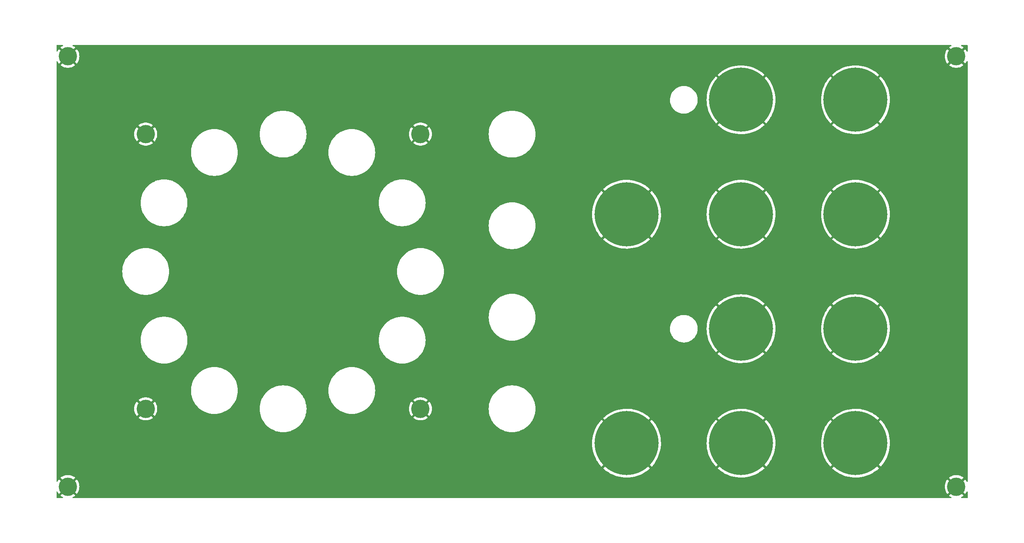
<source format=gbr>
G04 #@! TF.GenerationSoftware,KiCad,Pcbnew,(6.0.5)*
G04 #@! TF.CreationDate,2022-07-13T23:11:19-05:00*
G04 #@! TF.ProjectId,QuantizerPanel,5175616e-7469-47a6-9572-50616e656c2e,rev?*
G04 #@! TF.SameCoordinates,Original*
G04 #@! TF.FileFunction,Copper,L1,Top*
G04 #@! TF.FilePolarity,Positive*
%FSLAX46Y46*%
G04 Gerber Fmt 4.6, Leading zero omitted, Abs format (unit mm)*
G04 Created by KiCad (PCBNEW (6.0.5)) date 2022-07-13 23:11:19*
%MOMM*%
%LPD*%
G01*
G04 APERTURE LIST*
G04 #@! TA.AperFunction,ComponentPad*
%ADD10C,4.000000*%
G04 #@! TD*
G04 #@! TA.AperFunction,ComponentPad*
%ADD11C,14.000000*%
G04 #@! TD*
G04 APERTURE END LIST*
D10*
G04 #@! TO.P,H14,1,1*
G04 #@! TO.N,GND*
X53000000Y-53000000D03*
G04 #@! TD*
D11*
G04 #@! TO.P,H5,1*
G04 #@! TO.N,GND*
X225000000Y-62500000D03*
G04 #@! TD*
G04 #@! TO.P,H6,1*
G04 #@! TO.N,GND*
X200000000Y-87500000D03*
G04 #@! TD*
D10*
G04 #@! TO.P,H19,1,1*
G04 #@! TO.N,GND*
X53000000Y-147000000D03*
G04 #@! TD*
D11*
G04 #@! TO.P,H11,1*
G04 #@! TO.N,GND*
X225000000Y-87500000D03*
G04 #@! TD*
G04 #@! TO.P,H3,1*
G04 #@! TO.N,GND*
X200000000Y-137500000D03*
G04 #@! TD*
G04 #@! TO.P,H16,1*
G04 #@! TO.N,GND*
X175000000Y-137500000D03*
G04 #@! TD*
D10*
G04 #@! TO.P,H20,1,1*
G04 #@! TO.N,GND*
X247000000Y-53000000D03*
G04 #@! TD*
G04 #@! TO.P,H15,1,1*
G04 #@! TO.N,GND*
X70000000Y-70000000D03*
G04 #@! TD*
D11*
G04 #@! TO.P,H7,1*
G04 #@! TO.N,GND*
X200000000Y-112500000D03*
G04 #@! TD*
D10*
G04 #@! TO.P,H8,1,1*
G04 #@! TO.N,GND*
X70000000Y-130000000D03*
G04 #@! TD*
D11*
G04 #@! TO.P,H4,1*
G04 #@! TO.N,GND*
X200000000Y-62500000D03*
G04 #@! TD*
D10*
G04 #@! TO.P,H1,1,1*
G04 #@! TO.N,GND*
X130000000Y-130000000D03*
G04 #@! TD*
G04 #@! TO.P,H9,1,1*
G04 #@! TO.N,GND*
X247000000Y-147000000D03*
G04 #@! TD*
D11*
G04 #@! TO.P,H12,1*
G04 #@! TO.N,GND*
X225000000Y-137500000D03*
G04 #@! TD*
D10*
G04 #@! TO.P,H2,1,1*
G04 #@! TO.N,GND*
X130000000Y-70000000D03*
G04 #@! TD*
D11*
G04 #@! TO.P,H18,1*
G04 #@! TO.N,GND*
X175000000Y-87500000D03*
G04 #@! TD*
G04 #@! TO.P,H13,1*
G04 #@! TO.N,GND*
X225000000Y-112500000D03*
G04 #@! TD*
G04 #@! TA.AperFunction,Conductor*
G04 #@! TO.N,GND*
G36*
X51903424Y-50528502D02*
G01*
X51949917Y-50582158D01*
X51960021Y-50652432D01*
X51930527Y-50717012D01*
X51896004Y-50744915D01*
X51656961Y-50876330D01*
X51650281Y-50880570D01*
X51427177Y-51042664D01*
X51418754Y-51053587D01*
X51425658Y-51066448D01*
X52987188Y-52627978D01*
X53001132Y-52635592D01*
X53002965Y-52635461D01*
X53009580Y-52631210D01*
X54574666Y-51066124D01*
X54581279Y-51054013D01*
X54572452Y-51042395D01*
X54349719Y-50880570D01*
X54343039Y-50876330D01*
X54103996Y-50744915D01*
X54053937Y-50694569D01*
X54039044Y-50625152D01*
X54064045Y-50558703D01*
X54121002Y-50516319D01*
X54164697Y-50508500D01*
X245835303Y-50508500D01*
X245903424Y-50528502D01*
X245949917Y-50582158D01*
X245960021Y-50652432D01*
X245930527Y-50717012D01*
X245896004Y-50744915D01*
X245656961Y-50876330D01*
X245650281Y-50880570D01*
X245427177Y-51042664D01*
X245418754Y-51053587D01*
X245425658Y-51066448D01*
X246987188Y-52627978D01*
X247001132Y-52635592D01*
X247002965Y-52635461D01*
X247009580Y-52631210D01*
X248574666Y-51066124D01*
X248581279Y-51054013D01*
X248572452Y-51042395D01*
X248349719Y-50880570D01*
X248343039Y-50876330D01*
X248103996Y-50744915D01*
X248053937Y-50694569D01*
X248039044Y-50625152D01*
X248064045Y-50558703D01*
X248121002Y-50516319D01*
X248164697Y-50508500D01*
X249365500Y-50508500D01*
X249433621Y-50528502D01*
X249480114Y-50582158D01*
X249491500Y-50634500D01*
X249491500Y-51840640D01*
X249471498Y-51908761D01*
X249417842Y-51955254D01*
X249347568Y-51965358D01*
X249282988Y-51935864D01*
X249251492Y-51894288D01*
X249203810Y-51792959D01*
X249199999Y-51786026D01*
X249035149Y-51526264D01*
X249030505Y-51519871D01*
X248955503Y-51429210D01*
X248942986Y-51420755D01*
X248932248Y-51426962D01*
X247372022Y-52987188D01*
X247364408Y-53001132D01*
X247364539Y-53002965D01*
X247368790Y-53009580D01*
X248931145Y-54571935D01*
X248944407Y-54579177D01*
X248954512Y-54571988D01*
X249030505Y-54480129D01*
X249035149Y-54473736D01*
X249199999Y-54213974D01*
X249203810Y-54207041D01*
X249251492Y-54105712D01*
X249298594Y-54052591D01*
X249366939Y-54033368D01*
X249434827Y-54054147D01*
X249480704Y-54108330D01*
X249491500Y-54159360D01*
X249491500Y-145840640D01*
X249471498Y-145908761D01*
X249417842Y-145955254D01*
X249347568Y-145965358D01*
X249282988Y-145935864D01*
X249251492Y-145894288D01*
X249203810Y-145792959D01*
X249199999Y-145786026D01*
X249035149Y-145526264D01*
X249030505Y-145519871D01*
X248955503Y-145429210D01*
X248942986Y-145420755D01*
X248932248Y-145426962D01*
X247372022Y-146987188D01*
X247364408Y-147001132D01*
X247364539Y-147002965D01*
X247368790Y-147009580D01*
X248931145Y-148571935D01*
X248944407Y-148579177D01*
X248954512Y-148571988D01*
X249030505Y-148480129D01*
X249035149Y-148473736D01*
X249199999Y-148213974D01*
X249203810Y-148207041D01*
X249251492Y-148105712D01*
X249298594Y-148052591D01*
X249366939Y-148033368D01*
X249434827Y-148054147D01*
X249480704Y-148108330D01*
X249491500Y-148159360D01*
X249491500Y-149365500D01*
X249471498Y-149433621D01*
X249417842Y-149480114D01*
X249365500Y-149491500D01*
X248164697Y-149491500D01*
X248096576Y-149471498D01*
X248050083Y-149417842D01*
X248039979Y-149347568D01*
X248069473Y-149282988D01*
X248103996Y-149255085D01*
X248343039Y-149123670D01*
X248349719Y-149119430D01*
X248572823Y-148957336D01*
X248581246Y-148946413D01*
X248574342Y-148933552D01*
X247012812Y-147372022D01*
X246998868Y-147364408D01*
X246997035Y-147364539D01*
X246990420Y-147368790D01*
X245425334Y-148933876D01*
X245418721Y-148945987D01*
X245427548Y-148957605D01*
X245650281Y-149119430D01*
X245656961Y-149123670D01*
X245896004Y-149255085D01*
X245946063Y-149305431D01*
X245960956Y-149374848D01*
X245935955Y-149441297D01*
X245878998Y-149483681D01*
X245835303Y-149491500D01*
X54164697Y-149491500D01*
X54096576Y-149471498D01*
X54050083Y-149417842D01*
X54039979Y-149347568D01*
X54069473Y-149282988D01*
X54103996Y-149255085D01*
X54343039Y-149123670D01*
X54349719Y-149119430D01*
X54572823Y-148957336D01*
X54581246Y-148946413D01*
X54574342Y-148933552D01*
X53012812Y-147372022D01*
X52998868Y-147364408D01*
X52997035Y-147364539D01*
X52990420Y-147368790D01*
X51425334Y-148933876D01*
X51418721Y-148945987D01*
X51427548Y-148957605D01*
X51650281Y-149119430D01*
X51656961Y-149123670D01*
X51896004Y-149255085D01*
X51946063Y-149305431D01*
X51960956Y-149374848D01*
X51935955Y-149441297D01*
X51878998Y-149483681D01*
X51835303Y-149491500D01*
X50634500Y-149491500D01*
X50566379Y-149471498D01*
X50519886Y-149417842D01*
X50508500Y-149365500D01*
X50508500Y-148159360D01*
X50528502Y-148091239D01*
X50582158Y-148044746D01*
X50652432Y-148034642D01*
X50717012Y-148064136D01*
X50748508Y-148105712D01*
X50796190Y-148207041D01*
X50800001Y-148213974D01*
X50964851Y-148473736D01*
X50969495Y-148480129D01*
X51044497Y-148570790D01*
X51057014Y-148579245D01*
X51067752Y-148573038D01*
X52627978Y-147012812D01*
X52634356Y-147001132D01*
X53364408Y-147001132D01*
X53364539Y-147002965D01*
X53368790Y-147009580D01*
X54931145Y-148571935D01*
X54944407Y-148579177D01*
X54954512Y-148571988D01*
X55030505Y-148480129D01*
X55035149Y-148473736D01*
X55199999Y-148213974D01*
X55203811Y-148207041D01*
X55334801Y-147928672D01*
X55337716Y-147921309D01*
X55432783Y-147628723D01*
X55434754Y-147621046D01*
X55492400Y-147318855D01*
X55493393Y-147310994D01*
X55512710Y-147003958D01*
X244487290Y-147003958D01*
X244506607Y-147310994D01*
X244507600Y-147318855D01*
X244565246Y-147621046D01*
X244567217Y-147628723D01*
X244662284Y-147921309D01*
X244665199Y-147928672D01*
X244796189Y-148207041D01*
X244800001Y-148213974D01*
X244964851Y-148473736D01*
X244969495Y-148480129D01*
X245044497Y-148570790D01*
X245057014Y-148579245D01*
X245067752Y-148573038D01*
X246627978Y-147012812D01*
X246635592Y-146998868D01*
X246635461Y-146997035D01*
X246631210Y-146990420D01*
X245068855Y-145428065D01*
X245055593Y-145420823D01*
X245045488Y-145428012D01*
X244969495Y-145519871D01*
X244964851Y-145526264D01*
X244800001Y-145786026D01*
X244796189Y-145792959D01*
X244665199Y-146071328D01*
X244662284Y-146078691D01*
X244567217Y-146371277D01*
X244565246Y-146378954D01*
X244507600Y-146681145D01*
X244506607Y-146689006D01*
X244487290Y-146996042D01*
X244487290Y-147003958D01*
X55512710Y-147003958D01*
X55512710Y-146996042D01*
X55493393Y-146689006D01*
X55492400Y-146681145D01*
X55434754Y-146378954D01*
X55432783Y-146371277D01*
X55337716Y-146078691D01*
X55334801Y-146071328D01*
X55203811Y-145792959D01*
X55199999Y-145786026D01*
X55035149Y-145526264D01*
X55030505Y-145519871D01*
X54955503Y-145429210D01*
X54942986Y-145420755D01*
X54932248Y-145426962D01*
X53372022Y-146987188D01*
X53364408Y-147001132D01*
X52634356Y-147001132D01*
X52635592Y-146998868D01*
X52635461Y-146997035D01*
X52631210Y-146990420D01*
X51068855Y-145428065D01*
X51055593Y-145420823D01*
X51045488Y-145428012D01*
X50969495Y-145519871D01*
X50964851Y-145526264D01*
X50800001Y-145786026D01*
X50796190Y-145792959D01*
X50748508Y-145894288D01*
X50701406Y-145947409D01*
X50633061Y-145966632D01*
X50565173Y-145945853D01*
X50519296Y-145891670D01*
X50508500Y-145840640D01*
X50508500Y-145053587D01*
X51418754Y-145053587D01*
X51425658Y-145066448D01*
X52987188Y-146627978D01*
X53001132Y-146635592D01*
X53002965Y-146635461D01*
X53009580Y-146631210D01*
X54574666Y-145066124D01*
X54581279Y-145054013D01*
X54580955Y-145053587D01*
X245418754Y-145053587D01*
X245425658Y-145066448D01*
X246987188Y-146627978D01*
X247001132Y-146635592D01*
X247002965Y-146635461D01*
X247009580Y-146631210D01*
X248574666Y-145066124D01*
X248581279Y-145054013D01*
X248572452Y-145042395D01*
X248349719Y-144880570D01*
X248343039Y-144876330D01*
X248073428Y-144728110D01*
X248066293Y-144724753D01*
X247780230Y-144611492D01*
X247772704Y-144609047D01*
X247474721Y-144532538D01*
X247466950Y-144531055D01*
X247161722Y-144492497D01*
X247153831Y-144492000D01*
X246846169Y-144492000D01*
X246838278Y-144492497D01*
X246533050Y-144531055D01*
X246525279Y-144532538D01*
X246227296Y-144609047D01*
X246219770Y-144611492D01*
X245933707Y-144724753D01*
X245926572Y-144728110D01*
X245656961Y-144876330D01*
X245650281Y-144880570D01*
X245427177Y-145042664D01*
X245418754Y-145053587D01*
X54580955Y-145053587D01*
X54572452Y-145042395D01*
X54349719Y-144880570D01*
X54343039Y-144876330D01*
X54073428Y-144728110D01*
X54066293Y-144724753D01*
X53780230Y-144611492D01*
X53772704Y-144609047D01*
X53474721Y-144532538D01*
X53466950Y-144531055D01*
X53161722Y-144492497D01*
X53153831Y-144492000D01*
X52846169Y-144492000D01*
X52838278Y-144492497D01*
X52533050Y-144531055D01*
X52525279Y-144532538D01*
X52227296Y-144609047D01*
X52219770Y-144611492D01*
X51933707Y-144724753D01*
X51926572Y-144728110D01*
X51656961Y-144876330D01*
X51650281Y-144880570D01*
X51427177Y-145042664D01*
X51418754Y-145053587D01*
X50508500Y-145053587D01*
X50508500Y-142987102D01*
X169878438Y-142987102D01*
X169878462Y-142987441D01*
X169884285Y-142996073D01*
X170128991Y-143219913D01*
X170132445Y-143222852D01*
X170550430Y-143553550D01*
X170554067Y-143556222D01*
X170994618Y-143856182D01*
X170998446Y-143858593D01*
X171459337Y-144126300D01*
X171463309Y-144128421D01*
X171942148Y-144362483D01*
X171946284Y-144364325D01*
X172440627Y-144563551D01*
X172444871Y-144565087D01*
X172952218Y-144728467D01*
X172956539Y-144729689D01*
X173474254Y-144856374D01*
X173478695Y-144857294D01*
X174004141Y-144946637D01*
X174008595Y-144947232D01*
X174539106Y-144998782D01*
X174543579Y-144999056D01*
X175076427Y-145012543D01*
X175080930Y-145012496D01*
X175613352Y-144987853D01*
X175617836Y-144987485D01*
X176147152Y-144924836D01*
X176151591Y-144924149D01*
X176675087Y-144823814D01*
X176679446Y-144822815D01*
X177194414Y-144685311D01*
X177198727Y-144683992D01*
X177702525Y-144510028D01*
X177706740Y-144508402D01*
X178196805Y-144298866D01*
X178200892Y-144296943D01*
X178674731Y-144052900D01*
X178678658Y-144050696D01*
X179133828Y-143773404D01*
X179137624Y-143770901D01*
X179571786Y-143461788D01*
X179575372Y-143459036D01*
X179986362Y-143119640D01*
X179989705Y-143116672D01*
X180113630Y-142998453D01*
X180120179Y-142987102D01*
X194878438Y-142987102D01*
X194878462Y-142987441D01*
X194884285Y-142996073D01*
X195128991Y-143219913D01*
X195132445Y-143222852D01*
X195550430Y-143553550D01*
X195554067Y-143556222D01*
X195994618Y-143856182D01*
X195998446Y-143858593D01*
X196459337Y-144126300D01*
X196463309Y-144128421D01*
X196942148Y-144362483D01*
X196946284Y-144364325D01*
X197440627Y-144563551D01*
X197444871Y-144565087D01*
X197952218Y-144728467D01*
X197956539Y-144729689D01*
X198474254Y-144856374D01*
X198478695Y-144857294D01*
X199004141Y-144946637D01*
X199008595Y-144947232D01*
X199539106Y-144998782D01*
X199543579Y-144999056D01*
X200076427Y-145012543D01*
X200080930Y-145012496D01*
X200613352Y-144987853D01*
X200617836Y-144987485D01*
X201147152Y-144924836D01*
X201151591Y-144924149D01*
X201675087Y-144823814D01*
X201679446Y-144822815D01*
X202194414Y-144685311D01*
X202198727Y-144683992D01*
X202702525Y-144510028D01*
X202706740Y-144508402D01*
X203196805Y-144298866D01*
X203200892Y-144296943D01*
X203674731Y-144052900D01*
X203678658Y-144050696D01*
X204133828Y-143773404D01*
X204137624Y-143770901D01*
X204571786Y-143461788D01*
X204575372Y-143459036D01*
X204986362Y-143119640D01*
X204989705Y-143116672D01*
X205113630Y-142998453D01*
X205120179Y-142987102D01*
X219878438Y-142987102D01*
X219878462Y-142987441D01*
X219884285Y-142996073D01*
X220128991Y-143219913D01*
X220132445Y-143222852D01*
X220550430Y-143553550D01*
X220554067Y-143556222D01*
X220994618Y-143856182D01*
X220998446Y-143858593D01*
X221459337Y-144126300D01*
X221463309Y-144128421D01*
X221942148Y-144362483D01*
X221946284Y-144364325D01*
X222440627Y-144563551D01*
X222444871Y-144565087D01*
X222952218Y-144728467D01*
X222956539Y-144729689D01*
X223474254Y-144856374D01*
X223478695Y-144857294D01*
X224004141Y-144946637D01*
X224008595Y-144947232D01*
X224539106Y-144998782D01*
X224543579Y-144999056D01*
X225076427Y-145012543D01*
X225080930Y-145012496D01*
X225613352Y-144987853D01*
X225617836Y-144987485D01*
X226147152Y-144924836D01*
X226151591Y-144924149D01*
X226675087Y-144823814D01*
X226679446Y-144822815D01*
X227194414Y-144685311D01*
X227198727Y-144683992D01*
X227702525Y-144510028D01*
X227706740Y-144508402D01*
X228196805Y-144298866D01*
X228200892Y-144296943D01*
X228674731Y-144052900D01*
X228678658Y-144050696D01*
X229133828Y-143773404D01*
X229137624Y-143770901D01*
X229571786Y-143461788D01*
X229575372Y-143459036D01*
X229986362Y-143119640D01*
X229989705Y-143116672D01*
X230113630Y-142998453D01*
X230121568Y-142984695D01*
X230121518Y-142983649D01*
X230116625Y-142975835D01*
X225012812Y-137872022D01*
X224998868Y-137864408D01*
X224997035Y-137864539D01*
X224990420Y-137868790D01*
X219886052Y-142973158D01*
X219878438Y-142987102D01*
X205120179Y-142987102D01*
X205121568Y-142984695D01*
X205121518Y-142983649D01*
X205116625Y-142975835D01*
X200012812Y-137872022D01*
X199998868Y-137864408D01*
X199997035Y-137864539D01*
X199990420Y-137868790D01*
X194886052Y-142973158D01*
X194878438Y-142987102D01*
X180120179Y-142987102D01*
X180121568Y-142984695D01*
X180121518Y-142983649D01*
X180116625Y-142975835D01*
X175012812Y-137872022D01*
X174998868Y-137864408D01*
X174997035Y-137864539D01*
X174990420Y-137868790D01*
X169886052Y-142973158D01*
X169878438Y-142987102D01*
X50508500Y-142987102D01*
X50508500Y-137550201D01*
X167487236Y-137550201D01*
X167487267Y-137554699D01*
X167510052Y-138087215D01*
X167510404Y-138091696D01*
X167571206Y-138621240D01*
X167571874Y-138625659D01*
X167670381Y-139149497D01*
X167671370Y-139153884D01*
X167807070Y-139669308D01*
X167808381Y-139673648D01*
X167980581Y-140178039D01*
X167982188Y-140182249D01*
X168190028Y-140673079D01*
X168191917Y-140677129D01*
X168434314Y-141151836D01*
X168436507Y-141155776D01*
X168712217Y-141611925D01*
X168714678Y-141615685D01*
X169022290Y-142050947D01*
X169025036Y-142054552D01*
X169362987Y-142466712D01*
X169365944Y-142470066D01*
X169501751Y-142613428D01*
X169515482Y-142621415D01*
X169516410Y-142621374D01*
X169524399Y-142616391D01*
X174627978Y-137512812D01*
X174634356Y-137501132D01*
X175364408Y-137501132D01*
X175364539Y-137502965D01*
X175368790Y-137509580D01*
X180473389Y-142614179D01*
X180487333Y-142621793D01*
X180487556Y-142621778D01*
X180496338Y-142615831D01*
X180736905Y-142350987D01*
X180739793Y-142347570D01*
X181069044Y-141928414D01*
X181071701Y-141924771D01*
X181370130Y-141483164D01*
X181372526Y-141479329D01*
X181638617Y-141017514D01*
X181640726Y-141013531D01*
X181873116Y-140533878D01*
X181874941Y-140529741D01*
X182072446Y-140034690D01*
X182073961Y-140030460D01*
X182235567Y-139522549D01*
X182236781Y-139518202D01*
X182361661Y-139000034D01*
X182362555Y-138995638D01*
X182450064Y-138469885D01*
X182450649Y-138465380D01*
X182500363Y-137934517D01*
X182500613Y-137930439D01*
X182511566Y-137550201D01*
X192487236Y-137550201D01*
X192487267Y-137554699D01*
X192510052Y-138087215D01*
X192510404Y-138091696D01*
X192571206Y-138621240D01*
X192571874Y-138625659D01*
X192670381Y-139149497D01*
X192671370Y-139153884D01*
X192807070Y-139669308D01*
X192808381Y-139673648D01*
X192980581Y-140178039D01*
X192982188Y-140182249D01*
X193190028Y-140673079D01*
X193191917Y-140677129D01*
X193434314Y-141151836D01*
X193436507Y-141155776D01*
X193712217Y-141611925D01*
X193714678Y-141615685D01*
X194022290Y-142050947D01*
X194025036Y-142054552D01*
X194362987Y-142466712D01*
X194365944Y-142470066D01*
X194501751Y-142613428D01*
X194515482Y-142621415D01*
X194516410Y-142621374D01*
X194524399Y-142616391D01*
X199627978Y-137512812D01*
X199634356Y-137501132D01*
X200364408Y-137501132D01*
X200364539Y-137502965D01*
X200368790Y-137509580D01*
X205473389Y-142614179D01*
X205487333Y-142621793D01*
X205487556Y-142621778D01*
X205496338Y-142615831D01*
X205736905Y-142350987D01*
X205739793Y-142347570D01*
X206069044Y-141928414D01*
X206071701Y-141924771D01*
X206370130Y-141483164D01*
X206372526Y-141479329D01*
X206638617Y-141017514D01*
X206640726Y-141013531D01*
X206873116Y-140533878D01*
X206874941Y-140529741D01*
X207072446Y-140034690D01*
X207073961Y-140030460D01*
X207235567Y-139522549D01*
X207236781Y-139518202D01*
X207361661Y-139000034D01*
X207362555Y-138995638D01*
X207450064Y-138469885D01*
X207450649Y-138465380D01*
X207500363Y-137934517D01*
X207500613Y-137930439D01*
X207511566Y-137550201D01*
X217487236Y-137550201D01*
X217487267Y-137554699D01*
X217510052Y-138087215D01*
X217510404Y-138091696D01*
X217571206Y-138621240D01*
X217571874Y-138625659D01*
X217670381Y-139149497D01*
X217671370Y-139153884D01*
X217807070Y-139669308D01*
X217808381Y-139673648D01*
X217980581Y-140178039D01*
X217982188Y-140182249D01*
X218190028Y-140673079D01*
X218191917Y-140677129D01*
X218434314Y-141151836D01*
X218436507Y-141155776D01*
X218712217Y-141611925D01*
X218714678Y-141615685D01*
X219022290Y-142050947D01*
X219025036Y-142054552D01*
X219362987Y-142466712D01*
X219365944Y-142470066D01*
X219501751Y-142613428D01*
X219515482Y-142621415D01*
X219516410Y-142621374D01*
X219524399Y-142616391D01*
X224627978Y-137512812D01*
X224634356Y-137501132D01*
X225364408Y-137501132D01*
X225364539Y-137502965D01*
X225368790Y-137509580D01*
X230473389Y-142614179D01*
X230487333Y-142621793D01*
X230487556Y-142621778D01*
X230496338Y-142615831D01*
X230736905Y-142350987D01*
X230739793Y-142347570D01*
X231069044Y-141928414D01*
X231071701Y-141924771D01*
X231370130Y-141483164D01*
X231372526Y-141479329D01*
X231638617Y-141017514D01*
X231640726Y-141013531D01*
X231873116Y-140533878D01*
X231874941Y-140529741D01*
X232072446Y-140034690D01*
X232073961Y-140030460D01*
X232235567Y-139522549D01*
X232236781Y-139518202D01*
X232361661Y-139000034D01*
X232362555Y-138995638D01*
X232450064Y-138469885D01*
X232450649Y-138465380D01*
X232500363Y-137934517D01*
X232500613Y-137930439D01*
X232512954Y-137502024D01*
X232512939Y-137497967D01*
X232493866Y-136965096D01*
X232493544Y-136960601D01*
X232436442Y-136430662D01*
X232435800Y-136426211D01*
X232340955Y-135901710D01*
X232339999Y-135897327D01*
X232207892Y-135380933D01*
X232206630Y-135376645D01*
X232037938Y-134871015D01*
X232036370Y-134866818D01*
X231831966Y-134374558D01*
X231830088Y-134370456D01*
X231591023Y-133894094D01*
X231588855Y-133890133D01*
X231316347Y-133432090D01*
X231313891Y-133428279D01*
X231009331Y-132990890D01*
X231006624Y-132987284D01*
X230671552Y-132572765D01*
X230668609Y-132569380D01*
X230498034Y-132386780D01*
X230484361Y-132378698D01*
X230483667Y-132378724D01*
X230475320Y-132383890D01*
X225372022Y-137487188D01*
X225364408Y-137501132D01*
X224634356Y-137501132D01*
X224635592Y-137498868D01*
X224635461Y-137497035D01*
X224631210Y-137490420D01*
X219527007Y-132386217D01*
X219513063Y-132378603D01*
X219512606Y-132378635D01*
X219504130Y-132384332D01*
X219297104Y-132609077D01*
X219294190Y-132612477D01*
X218962015Y-133029331D01*
X218959344Y-133032941D01*
X218657831Y-133472465D01*
X218655409Y-133476283D01*
X218386107Y-133936216D01*
X218383964Y-133940196D01*
X218148233Y-134418211D01*
X218146376Y-134422343D01*
X217945427Y-134915984D01*
X217943874Y-134920230D01*
X217778729Y-135426984D01*
X217777484Y-135431326D01*
X217648991Y-135948608D01*
X217648067Y-135952991D01*
X217556885Y-136478152D01*
X217556274Y-136482609D01*
X217502873Y-137012930D01*
X217502583Y-137017413D01*
X217487236Y-137550201D01*
X207511566Y-137550201D01*
X207512954Y-137502024D01*
X207512939Y-137497967D01*
X207493866Y-136965096D01*
X207493544Y-136960601D01*
X207436442Y-136430662D01*
X207435800Y-136426211D01*
X207340955Y-135901710D01*
X207339999Y-135897327D01*
X207207892Y-135380933D01*
X207206630Y-135376645D01*
X207037938Y-134871015D01*
X207036370Y-134866818D01*
X206831966Y-134374558D01*
X206830088Y-134370456D01*
X206591023Y-133894094D01*
X206588855Y-133890133D01*
X206316347Y-133432090D01*
X206313891Y-133428279D01*
X206009331Y-132990890D01*
X206006624Y-132987284D01*
X205671552Y-132572765D01*
X205668609Y-132569380D01*
X205498034Y-132386780D01*
X205484361Y-132378698D01*
X205483667Y-132378724D01*
X205475320Y-132383890D01*
X200372022Y-137487188D01*
X200364408Y-137501132D01*
X199634356Y-137501132D01*
X199635592Y-137498868D01*
X199635461Y-137497035D01*
X199631210Y-137490420D01*
X194527007Y-132386217D01*
X194513063Y-132378603D01*
X194512606Y-132378635D01*
X194504130Y-132384332D01*
X194297104Y-132609077D01*
X194294190Y-132612477D01*
X193962015Y-133029331D01*
X193959344Y-133032941D01*
X193657831Y-133472465D01*
X193655409Y-133476283D01*
X193386107Y-133936216D01*
X193383964Y-133940196D01*
X193148233Y-134418211D01*
X193146376Y-134422343D01*
X192945427Y-134915984D01*
X192943874Y-134920230D01*
X192778729Y-135426984D01*
X192777484Y-135431326D01*
X192648991Y-135948608D01*
X192648067Y-135952991D01*
X192556885Y-136478152D01*
X192556274Y-136482609D01*
X192502873Y-137012930D01*
X192502583Y-137017413D01*
X192487236Y-137550201D01*
X182511566Y-137550201D01*
X182512954Y-137502024D01*
X182512939Y-137497967D01*
X182493866Y-136965096D01*
X182493544Y-136960601D01*
X182436442Y-136430662D01*
X182435800Y-136426211D01*
X182340955Y-135901710D01*
X182339999Y-135897327D01*
X182207892Y-135380933D01*
X182206630Y-135376645D01*
X182037938Y-134871015D01*
X182036370Y-134866818D01*
X181831966Y-134374558D01*
X181830088Y-134370456D01*
X181591023Y-133894094D01*
X181588855Y-133890133D01*
X181316347Y-133432090D01*
X181313891Y-133428279D01*
X181009331Y-132990890D01*
X181006624Y-132987284D01*
X180671552Y-132572765D01*
X180668609Y-132569380D01*
X180498034Y-132386780D01*
X180484361Y-132378698D01*
X180483667Y-132378724D01*
X180475320Y-132383890D01*
X175372022Y-137487188D01*
X175364408Y-137501132D01*
X174634356Y-137501132D01*
X174635592Y-137498868D01*
X174635461Y-137497035D01*
X174631210Y-137490420D01*
X169527007Y-132386217D01*
X169513063Y-132378603D01*
X169512606Y-132378635D01*
X169504130Y-132384332D01*
X169297104Y-132609077D01*
X169294190Y-132612477D01*
X168962015Y-133029331D01*
X168959344Y-133032941D01*
X168657831Y-133472465D01*
X168655409Y-133476283D01*
X168386107Y-133936216D01*
X168383964Y-133940196D01*
X168148233Y-134418211D01*
X168146376Y-134422343D01*
X167945427Y-134915984D01*
X167943874Y-134920230D01*
X167778729Y-135426984D01*
X167777484Y-135431326D01*
X167648991Y-135948608D01*
X167648067Y-135952991D01*
X167556885Y-136478152D01*
X167556274Y-136482609D01*
X167502873Y-137012930D01*
X167502583Y-137017413D01*
X167487236Y-137550201D01*
X50508500Y-137550201D01*
X50508500Y-131945987D01*
X68418721Y-131945987D01*
X68427548Y-131957605D01*
X68650281Y-132119430D01*
X68656961Y-132123670D01*
X68926572Y-132271890D01*
X68933707Y-132275247D01*
X69219770Y-132388508D01*
X69227296Y-132390953D01*
X69525279Y-132467462D01*
X69533050Y-132468945D01*
X69838278Y-132507503D01*
X69846169Y-132508000D01*
X70153831Y-132508000D01*
X70161722Y-132507503D01*
X70466950Y-132468945D01*
X70474721Y-132467462D01*
X70772704Y-132390953D01*
X70780230Y-132388508D01*
X71066293Y-132275247D01*
X71073428Y-132271890D01*
X71343039Y-132123670D01*
X71349719Y-132119430D01*
X71572823Y-131957336D01*
X71581246Y-131946413D01*
X71574342Y-131933552D01*
X70012812Y-130372022D01*
X69998868Y-130364408D01*
X69997035Y-130364539D01*
X69990420Y-130368790D01*
X68425334Y-131933876D01*
X68418721Y-131945987D01*
X50508500Y-131945987D01*
X50508500Y-130003958D01*
X67487290Y-130003958D01*
X67506607Y-130310994D01*
X67507600Y-130318855D01*
X67565246Y-130621046D01*
X67567217Y-130628723D01*
X67662284Y-130921309D01*
X67665199Y-130928672D01*
X67796189Y-131207041D01*
X67800001Y-131213974D01*
X67964851Y-131473736D01*
X67969495Y-131480129D01*
X68044497Y-131570790D01*
X68057014Y-131579245D01*
X68067752Y-131573038D01*
X69627978Y-130012812D01*
X69634356Y-130001132D01*
X70364408Y-130001132D01*
X70364539Y-130002965D01*
X70368790Y-130009580D01*
X71931145Y-131571935D01*
X71944407Y-131579177D01*
X71954512Y-131571988D01*
X72030505Y-131480129D01*
X72035149Y-131473736D01*
X72199999Y-131213974D01*
X72203811Y-131207041D01*
X72334801Y-130928672D01*
X72337716Y-130921309D01*
X72432783Y-130628723D01*
X72434754Y-130621046D01*
X72492400Y-130318855D01*
X72493393Y-130310994D01*
X72512710Y-130003958D01*
X72512710Y-129996042D01*
X72493393Y-129689006D01*
X72492400Y-129681145D01*
X72434754Y-129378954D01*
X72432783Y-129371277D01*
X72337716Y-129078691D01*
X72334801Y-129071328D01*
X72203811Y-128792959D01*
X72199999Y-128786026D01*
X72035149Y-128526264D01*
X72030505Y-128519871D01*
X71955503Y-128429210D01*
X71942986Y-128420755D01*
X71932248Y-128426962D01*
X70372022Y-129987188D01*
X70364408Y-130001132D01*
X69634356Y-130001132D01*
X69635592Y-129998868D01*
X69635461Y-129997035D01*
X69631210Y-129990420D01*
X68068855Y-128428065D01*
X68055593Y-128420823D01*
X68045488Y-128428012D01*
X67969495Y-128519871D01*
X67964851Y-128526264D01*
X67800001Y-128786026D01*
X67796189Y-128792959D01*
X67665199Y-129071328D01*
X67662284Y-129078691D01*
X67567217Y-129371277D01*
X67565246Y-129378954D01*
X67507600Y-129681145D01*
X67506607Y-129689006D01*
X67487290Y-129996042D01*
X67487290Y-130003958D01*
X50508500Y-130003958D01*
X50508500Y-128053587D01*
X68418754Y-128053587D01*
X68425658Y-128066448D01*
X69987188Y-129627978D01*
X70001132Y-129635592D01*
X70002965Y-129635461D01*
X70009580Y-129631210D01*
X71574666Y-128066124D01*
X71581279Y-128054013D01*
X71572452Y-128042395D01*
X71349719Y-127880570D01*
X71343039Y-127876330D01*
X71073428Y-127728110D01*
X71066293Y-127724753D01*
X70780230Y-127611492D01*
X70772704Y-127609047D01*
X70474721Y-127532538D01*
X70466950Y-127531055D01*
X70161722Y-127492497D01*
X70153831Y-127492000D01*
X69846169Y-127492000D01*
X69838278Y-127492497D01*
X69533050Y-127531055D01*
X69525279Y-127532538D01*
X69227296Y-127609047D01*
X69219770Y-127611492D01*
X68933707Y-127724753D01*
X68926572Y-127728110D01*
X68656961Y-127876330D01*
X68650281Y-127880570D01*
X68427177Y-128042664D01*
X68418754Y-128053587D01*
X50508500Y-128053587D01*
X50508500Y-126000000D01*
X79886495Y-126000000D01*
X79905953Y-126445671D01*
X79964181Y-126887951D01*
X80060733Y-127323472D01*
X80061561Y-127326097D01*
X80061562Y-127326102D01*
X80187257Y-127724753D01*
X80194877Y-127748922D01*
X80365591Y-128161061D01*
X80571575Y-128556752D01*
X80811262Y-128932986D01*
X81082828Y-129286898D01*
X81384206Y-129615794D01*
X81713102Y-129917172D01*
X81715264Y-129918831D01*
X81715270Y-129918836D01*
X81817463Y-129997251D01*
X82067014Y-130188738D01*
X82443248Y-130428425D01*
X82838939Y-130634409D01*
X83251078Y-130805123D01*
X83253698Y-130805949D01*
X83253706Y-130805952D01*
X83673898Y-130938438D01*
X83673903Y-130938439D01*
X83676528Y-130939267D01*
X83679221Y-130939864D01*
X84109355Y-131035222D01*
X84109360Y-131035223D01*
X84112049Y-131035819D01*
X84485517Y-131084988D01*
X84551594Y-131093687D01*
X84551596Y-131093687D01*
X84554329Y-131094047D01*
X84804113Y-131104953D01*
X84883987Y-131108440D01*
X84883992Y-131108440D01*
X84885364Y-131108500D01*
X85114636Y-131108500D01*
X85116008Y-131108440D01*
X85116013Y-131108440D01*
X85195887Y-131104953D01*
X85445671Y-131094047D01*
X85448404Y-131093687D01*
X85448406Y-131093687D01*
X85514483Y-131084988D01*
X85887951Y-131035819D01*
X85890640Y-131035223D01*
X85890645Y-131035222D01*
X86320779Y-130939864D01*
X86323472Y-130939267D01*
X86326097Y-130938439D01*
X86326102Y-130938438D01*
X86746294Y-130805952D01*
X86746302Y-130805949D01*
X86748922Y-130805123D01*
X87161061Y-130634409D01*
X87556752Y-130428425D01*
X87932986Y-130188738D01*
X88178954Y-130000000D01*
X94886495Y-130000000D01*
X94905953Y-130445671D01*
X94964181Y-130887951D01*
X94964777Y-130890640D01*
X94964778Y-130890645D01*
X94975557Y-130939267D01*
X95060733Y-131323472D01*
X95061561Y-131326097D01*
X95061562Y-131326102D01*
X95141357Y-131579177D01*
X95194877Y-131748922D01*
X95365591Y-132161061D01*
X95571575Y-132556752D01*
X95811262Y-132932986D01*
X96082828Y-133286898D01*
X96384206Y-133615794D01*
X96713102Y-133917172D01*
X96715264Y-133918831D01*
X96715270Y-133918836D01*
X96743107Y-133940196D01*
X97067014Y-134188738D01*
X97443248Y-134428425D01*
X97838939Y-134634409D01*
X98251078Y-134805123D01*
X98253698Y-134805949D01*
X98253706Y-134805952D01*
X98673898Y-134938438D01*
X98673903Y-134938439D01*
X98676528Y-134939267D01*
X98679221Y-134939864D01*
X99109355Y-135035222D01*
X99109360Y-135035223D01*
X99112049Y-135035819D01*
X99485517Y-135084988D01*
X99551594Y-135093687D01*
X99551596Y-135093687D01*
X99554329Y-135094047D01*
X99804113Y-135104953D01*
X99883987Y-135108440D01*
X99883992Y-135108440D01*
X99885364Y-135108500D01*
X100114636Y-135108500D01*
X100116008Y-135108440D01*
X100116013Y-135108440D01*
X100195887Y-135104953D01*
X100445671Y-135094047D01*
X100448404Y-135093687D01*
X100448406Y-135093687D01*
X100514483Y-135084988D01*
X100887951Y-135035819D01*
X100890640Y-135035223D01*
X100890645Y-135035222D01*
X101320779Y-134939864D01*
X101323472Y-134939267D01*
X101326097Y-134938439D01*
X101326102Y-134938438D01*
X101746294Y-134805952D01*
X101746302Y-134805949D01*
X101748922Y-134805123D01*
X102161061Y-134634409D01*
X102556752Y-134428425D01*
X102932986Y-134188738D01*
X103256893Y-133940196D01*
X103284730Y-133918836D01*
X103284736Y-133918831D01*
X103286898Y-133917172D01*
X103615794Y-133615794D01*
X103917172Y-133286898D01*
X104188738Y-132932986D01*
X104428425Y-132556753D01*
X104634409Y-132161061D01*
X104723496Y-131945987D01*
X128418721Y-131945987D01*
X128427548Y-131957605D01*
X128650281Y-132119430D01*
X128656961Y-132123670D01*
X128926572Y-132271890D01*
X128933707Y-132275247D01*
X129219770Y-132388508D01*
X129227296Y-132390953D01*
X129525279Y-132467462D01*
X129533050Y-132468945D01*
X129838278Y-132507503D01*
X129846169Y-132508000D01*
X130153831Y-132508000D01*
X130161722Y-132507503D01*
X130466950Y-132468945D01*
X130474721Y-132467462D01*
X130772704Y-132390953D01*
X130780230Y-132388508D01*
X131066293Y-132275247D01*
X131073428Y-132271890D01*
X131343039Y-132123670D01*
X131349719Y-132119430D01*
X131572823Y-131957336D01*
X131581246Y-131946413D01*
X131574342Y-131933552D01*
X130012812Y-130372022D01*
X129998868Y-130364408D01*
X129997035Y-130364539D01*
X129990420Y-130368790D01*
X128425334Y-131933876D01*
X128418721Y-131945987D01*
X104723496Y-131945987D01*
X104805123Y-131748922D01*
X104858644Y-131579177D01*
X104938438Y-131326102D01*
X104938439Y-131326097D01*
X104939267Y-131323472D01*
X105024443Y-130939267D01*
X105035222Y-130890645D01*
X105035223Y-130890640D01*
X105035819Y-130887951D01*
X105094047Y-130445671D01*
X105113505Y-130000000D01*
X105094047Y-129554329D01*
X105035819Y-129112049D01*
X105026792Y-129071328D01*
X104939864Y-128679221D01*
X104939267Y-128676528D01*
X104902235Y-128559077D01*
X104805952Y-128253706D01*
X104805949Y-128253698D01*
X104805123Y-128251078D01*
X104634409Y-127838939D01*
X104428425Y-127443248D01*
X104188738Y-127067014D01*
X103917172Y-126713102D01*
X103615794Y-126384206D01*
X103286898Y-126082828D01*
X103284736Y-126081169D01*
X103284730Y-126081164D01*
X103178954Y-126000000D01*
X109886495Y-126000000D01*
X109905953Y-126445671D01*
X109964181Y-126887951D01*
X110060733Y-127323472D01*
X110061561Y-127326097D01*
X110061562Y-127326102D01*
X110187257Y-127724753D01*
X110194877Y-127748922D01*
X110365591Y-128161061D01*
X110571575Y-128556752D01*
X110811262Y-128932986D01*
X111082828Y-129286898D01*
X111384206Y-129615794D01*
X111713102Y-129917172D01*
X111715264Y-129918831D01*
X111715270Y-129918836D01*
X111817463Y-129997251D01*
X112067014Y-130188738D01*
X112443248Y-130428425D01*
X112838939Y-130634409D01*
X113251078Y-130805123D01*
X113253698Y-130805949D01*
X113253706Y-130805952D01*
X113673898Y-130938438D01*
X113673903Y-130938439D01*
X113676528Y-130939267D01*
X113679221Y-130939864D01*
X114109355Y-131035222D01*
X114109360Y-131035223D01*
X114112049Y-131035819D01*
X114485517Y-131084988D01*
X114551594Y-131093687D01*
X114551596Y-131093687D01*
X114554329Y-131094047D01*
X114804113Y-131104953D01*
X114883987Y-131108440D01*
X114883992Y-131108440D01*
X114885364Y-131108500D01*
X115114636Y-131108500D01*
X115116008Y-131108440D01*
X115116013Y-131108440D01*
X115195887Y-131104953D01*
X115445671Y-131094047D01*
X115448404Y-131093687D01*
X115448406Y-131093687D01*
X115514483Y-131084988D01*
X115887951Y-131035819D01*
X115890640Y-131035223D01*
X115890645Y-131035222D01*
X116320779Y-130939864D01*
X116323472Y-130939267D01*
X116326097Y-130938439D01*
X116326102Y-130938438D01*
X116746294Y-130805952D01*
X116746302Y-130805949D01*
X116748922Y-130805123D01*
X117161061Y-130634409D01*
X117556752Y-130428425D01*
X117932986Y-130188738D01*
X118173796Y-130003958D01*
X127487290Y-130003958D01*
X127506607Y-130310994D01*
X127507600Y-130318855D01*
X127565246Y-130621046D01*
X127567217Y-130628723D01*
X127662284Y-130921309D01*
X127665199Y-130928672D01*
X127796189Y-131207041D01*
X127800001Y-131213974D01*
X127964851Y-131473736D01*
X127969495Y-131480129D01*
X128044497Y-131570790D01*
X128057014Y-131579245D01*
X128067752Y-131573038D01*
X129627978Y-130012812D01*
X129634356Y-130001132D01*
X130364408Y-130001132D01*
X130364539Y-130002965D01*
X130368790Y-130009580D01*
X131931145Y-131571935D01*
X131944407Y-131579177D01*
X131954512Y-131571988D01*
X132030505Y-131480129D01*
X132035149Y-131473736D01*
X132199999Y-131213974D01*
X132203811Y-131207041D01*
X132334801Y-130928672D01*
X132337716Y-130921309D01*
X132432783Y-130628723D01*
X132434754Y-130621046D01*
X132492400Y-130318855D01*
X132493393Y-130310994D01*
X132512710Y-130003958D01*
X132512710Y-130000000D01*
X144886495Y-130000000D01*
X144905953Y-130445671D01*
X144964181Y-130887951D01*
X144964777Y-130890640D01*
X144964778Y-130890645D01*
X144975557Y-130939267D01*
X145060733Y-131323472D01*
X145061561Y-131326097D01*
X145061562Y-131326102D01*
X145141357Y-131579177D01*
X145194877Y-131748922D01*
X145365591Y-132161061D01*
X145571575Y-132556752D01*
X145811262Y-132932986D01*
X146082828Y-133286898D01*
X146384206Y-133615794D01*
X146713102Y-133917172D01*
X146715264Y-133918831D01*
X146715270Y-133918836D01*
X146743107Y-133940196D01*
X147067014Y-134188738D01*
X147443248Y-134428425D01*
X147838939Y-134634409D01*
X148251078Y-134805123D01*
X148253698Y-134805949D01*
X148253706Y-134805952D01*
X148673898Y-134938438D01*
X148673903Y-134938439D01*
X148676528Y-134939267D01*
X148679221Y-134939864D01*
X149109355Y-135035222D01*
X149109360Y-135035223D01*
X149112049Y-135035819D01*
X149485517Y-135084988D01*
X149551594Y-135093687D01*
X149551596Y-135093687D01*
X149554329Y-135094047D01*
X149804113Y-135104953D01*
X149883987Y-135108440D01*
X149883992Y-135108440D01*
X149885364Y-135108500D01*
X150114636Y-135108500D01*
X150116008Y-135108440D01*
X150116013Y-135108440D01*
X150195887Y-135104953D01*
X150445671Y-135094047D01*
X150448404Y-135093687D01*
X150448406Y-135093687D01*
X150514483Y-135084988D01*
X150887951Y-135035819D01*
X150890640Y-135035223D01*
X150890645Y-135035222D01*
X151320779Y-134939864D01*
X151323472Y-134939267D01*
X151326097Y-134938439D01*
X151326102Y-134938438D01*
X151746294Y-134805952D01*
X151746302Y-134805949D01*
X151748922Y-134805123D01*
X152161061Y-134634409D01*
X152556752Y-134428425D01*
X152932986Y-134188738D01*
X153256893Y-133940196D01*
X153284730Y-133918836D01*
X153284736Y-133918831D01*
X153286898Y-133917172D01*
X153615794Y-133615794D01*
X153917172Y-133286898D01*
X154188738Y-132932986D01*
X154428425Y-132556753D01*
X154634409Y-132161061D01*
X154694665Y-132015591D01*
X169878674Y-132015591D01*
X169878707Y-132016404D01*
X169883783Y-132024573D01*
X174987188Y-137127978D01*
X175001132Y-137135592D01*
X175002965Y-137135461D01*
X175009580Y-137131210D01*
X180113682Y-132027108D01*
X180119971Y-132015591D01*
X194878674Y-132015591D01*
X194878707Y-132016404D01*
X194883783Y-132024573D01*
X199987188Y-137127978D01*
X200001132Y-137135592D01*
X200002965Y-137135461D01*
X200009580Y-137131210D01*
X205113682Y-132027108D01*
X205119971Y-132015591D01*
X219878674Y-132015591D01*
X219878707Y-132016404D01*
X219883783Y-132024573D01*
X224987188Y-137127978D01*
X225001132Y-137135592D01*
X225002965Y-137135461D01*
X225009580Y-137131210D01*
X230113682Y-132027108D01*
X230121296Y-132013164D01*
X230121255Y-132012590D01*
X230115684Y-132004268D01*
X229910818Y-131814228D01*
X229907387Y-131811267D01*
X229491729Y-131477666D01*
X229488115Y-131474972D01*
X229049654Y-131171933D01*
X229045835Y-131169490D01*
X228586846Y-130898585D01*
X228582877Y-130896430D01*
X228105679Y-130659028D01*
X228101575Y-130657166D01*
X227608610Y-130454483D01*
X227604395Y-130452924D01*
X227098199Y-130286006D01*
X227093883Y-130284752D01*
X226577042Y-130154451D01*
X226572665Y-130153513D01*
X226047822Y-130060496D01*
X226043365Y-130059870D01*
X225513241Y-130004620D01*
X225508747Y-130004313D01*
X224976027Y-129987107D01*
X224971530Y-129987122D01*
X224438927Y-130008048D01*
X224434451Y-130008384D01*
X223904713Y-130067336D01*
X223900261Y-130067994D01*
X223376106Y-130164667D01*
X223371701Y-130165643D01*
X222855801Y-130299545D01*
X222851490Y-130300830D01*
X222346471Y-130471278D01*
X222342259Y-130472870D01*
X221850723Y-130678988D01*
X221846647Y-130680871D01*
X221371109Y-130921605D01*
X221367158Y-130923786D01*
X220910063Y-131197893D01*
X220906267Y-131200358D01*
X220469930Y-131506452D01*
X220466347Y-131509162D01*
X220053007Y-131845674D01*
X220049617Y-131848642D01*
X219886708Y-132001891D01*
X219878674Y-132015591D01*
X205119971Y-132015591D01*
X205121296Y-132013164D01*
X205121255Y-132012590D01*
X205115684Y-132004268D01*
X204910818Y-131814228D01*
X204907387Y-131811267D01*
X204491729Y-131477666D01*
X204488115Y-131474972D01*
X204049654Y-131171933D01*
X204045835Y-131169490D01*
X203586846Y-130898585D01*
X203582877Y-130896430D01*
X203105679Y-130659028D01*
X203101575Y-130657166D01*
X202608610Y-130454483D01*
X202604395Y-130452924D01*
X202098199Y-130286006D01*
X202093883Y-130284752D01*
X201577042Y-130154451D01*
X201572665Y-130153513D01*
X201047822Y-130060496D01*
X201043365Y-130059870D01*
X200513241Y-130004620D01*
X200508747Y-130004313D01*
X199976027Y-129987107D01*
X199971530Y-129987122D01*
X199438927Y-130008048D01*
X199434451Y-130008384D01*
X198904713Y-130067336D01*
X198900261Y-130067994D01*
X198376106Y-130164667D01*
X198371701Y-130165643D01*
X197855801Y-130299545D01*
X197851490Y-130300830D01*
X197346471Y-130471278D01*
X197342259Y-130472870D01*
X196850723Y-130678988D01*
X196846647Y-130680871D01*
X196371109Y-130921605D01*
X196367158Y-130923786D01*
X195910063Y-131197893D01*
X195906267Y-131200358D01*
X195469930Y-131506452D01*
X195466347Y-131509162D01*
X195053007Y-131845674D01*
X195049617Y-131848642D01*
X194886708Y-132001891D01*
X194878674Y-132015591D01*
X180119971Y-132015591D01*
X180121296Y-132013164D01*
X180121255Y-132012590D01*
X180115684Y-132004268D01*
X179910818Y-131814228D01*
X179907387Y-131811267D01*
X179491729Y-131477666D01*
X179488115Y-131474972D01*
X179049654Y-131171933D01*
X179045835Y-131169490D01*
X178586846Y-130898585D01*
X178582877Y-130896430D01*
X178105679Y-130659028D01*
X178101575Y-130657166D01*
X177608610Y-130454483D01*
X177604395Y-130452924D01*
X177098199Y-130286006D01*
X177093883Y-130284752D01*
X176577042Y-130154451D01*
X176572665Y-130153513D01*
X176047822Y-130060496D01*
X176043365Y-130059870D01*
X175513241Y-130004620D01*
X175508747Y-130004313D01*
X174976027Y-129987107D01*
X174971530Y-129987122D01*
X174438927Y-130008048D01*
X174434451Y-130008384D01*
X173904713Y-130067336D01*
X173900261Y-130067994D01*
X173376106Y-130164667D01*
X173371701Y-130165643D01*
X172855801Y-130299545D01*
X172851490Y-130300830D01*
X172346471Y-130471278D01*
X172342259Y-130472870D01*
X171850723Y-130678988D01*
X171846647Y-130680871D01*
X171371109Y-130921605D01*
X171367158Y-130923786D01*
X170910063Y-131197893D01*
X170906267Y-131200358D01*
X170469930Y-131506452D01*
X170466347Y-131509162D01*
X170053007Y-131845674D01*
X170049617Y-131848642D01*
X169886708Y-132001891D01*
X169878674Y-132015591D01*
X154694665Y-132015591D01*
X154805123Y-131748922D01*
X154858644Y-131579177D01*
X154938438Y-131326102D01*
X154938439Y-131326097D01*
X154939267Y-131323472D01*
X155024443Y-130939267D01*
X155035222Y-130890645D01*
X155035223Y-130890640D01*
X155035819Y-130887951D01*
X155094047Y-130445671D01*
X155113505Y-130000000D01*
X155094047Y-129554329D01*
X155035819Y-129112049D01*
X155026792Y-129071328D01*
X154939864Y-128679221D01*
X154939267Y-128676528D01*
X154902235Y-128559077D01*
X154805952Y-128253706D01*
X154805949Y-128253698D01*
X154805123Y-128251078D01*
X154634409Y-127838939D01*
X154428425Y-127443248D01*
X154188738Y-127067014D01*
X153917172Y-126713102D01*
X153615794Y-126384206D01*
X153286898Y-126082828D01*
X153284736Y-126081169D01*
X153284730Y-126081164D01*
X153164492Y-125988903D01*
X152932986Y-125811262D01*
X152556752Y-125571575D01*
X152161061Y-125365591D01*
X151748922Y-125194877D01*
X151746302Y-125194051D01*
X151746294Y-125194048D01*
X151326102Y-125061562D01*
X151326097Y-125061561D01*
X151323472Y-125060733D01*
X151288584Y-125052999D01*
X150890645Y-124964778D01*
X150890640Y-124964777D01*
X150887951Y-124964181D01*
X150514483Y-124915012D01*
X150448406Y-124906313D01*
X150448404Y-124906313D01*
X150445671Y-124905953D01*
X150195887Y-124895047D01*
X150116013Y-124891560D01*
X150116008Y-124891560D01*
X150114636Y-124891500D01*
X149885364Y-124891500D01*
X149883992Y-124891560D01*
X149883987Y-124891560D01*
X149804113Y-124895047D01*
X149554329Y-124905953D01*
X149551596Y-124906313D01*
X149551594Y-124906313D01*
X149485517Y-124915012D01*
X149112049Y-124964181D01*
X149109360Y-124964777D01*
X149109355Y-124964778D01*
X148711416Y-125052999D01*
X148676528Y-125060733D01*
X148673903Y-125061561D01*
X148673898Y-125061562D01*
X148253706Y-125194048D01*
X148253698Y-125194051D01*
X148251078Y-125194877D01*
X147838939Y-125365591D01*
X147443248Y-125571575D01*
X147067014Y-125811262D01*
X146835508Y-125988903D01*
X146715270Y-126081164D01*
X146715264Y-126081169D01*
X146713102Y-126082828D01*
X146384206Y-126384206D01*
X146082828Y-126713102D01*
X145811262Y-127067014D01*
X145571575Y-127443247D01*
X145365591Y-127838939D01*
X145194877Y-128251078D01*
X145194051Y-128253698D01*
X145194048Y-128253706D01*
X145097765Y-128559077D01*
X145060733Y-128676528D01*
X145060136Y-128679221D01*
X144973209Y-129071328D01*
X144964181Y-129112049D01*
X144905953Y-129554329D01*
X144886495Y-130000000D01*
X132512710Y-130000000D01*
X132512710Y-129996042D01*
X132493393Y-129689006D01*
X132492400Y-129681145D01*
X132434754Y-129378954D01*
X132432783Y-129371277D01*
X132337716Y-129078691D01*
X132334801Y-129071328D01*
X132203811Y-128792959D01*
X132199999Y-128786026D01*
X132035149Y-128526264D01*
X132030505Y-128519871D01*
X131955503Y-128429210D01*
X131942986Y-128420755D01*
X131932248Y-128426962D01*
X130372022Y-129987188D01*
X130364408Y-130001132D01*
X129634356Y-130001132D01*
X129635592Y-129998868D01*
X129635461Y-129997035D01*
X129631210Y-129990420D01*
X128068855Y-128428065D01*
X128055593Y-128420823D01*
X128045488Y-128428012D01*
X127969495Y-128519871D01*
X127964851Y-128526264D01*
X127800001Y-128786026D01*
X127796189Y-128792959D01*
X127665199Y-129071328D01*
X127662284Y-129078691D01*
X127567217Y-129371277D01*
X127565246Y-129378954D01*
X127507600Y-129681145D01*
X127506607Y-129689006D01*
X127487290Y-129996042D01*
X127487290Y-130003958D01*
X118173796Y-130003958D01*
X118182537Y-129997251D01*
X118284730Y-129918836D01*
X118284736Y-129918831D01*
X118286898Y-129917172D01*
X118615794Y-129615794D01*
X118917172Y-129286898D01*
X119188738Y-128932986D01*
X119428425Y-128556753D01*
X119634409Y-128161061D01*
X119678926Y-128053587D01*
X128418754Y-128053587D01*
X128425658Y-128066448D01*
X129987188Y-129627978D01*
X130001132Y-129635592D01*
X130002965Y-129635461D01*
X130009580Y-129631210D01*
X131574666Y-128066124D01*
X131581279Y-128054013D01*
X131572452Y-128042395D01*
X131349719Y-127880570D01*
X131343039Y-127876330D01*
X131073428Y-127728110D01*
X131066293Y-127724753D01*
X130780230Y-127611492D01*
X130772704Y-127609047D01*
X130474721Y-127532538D01*
X130466950Y-127531055D01*
X130161722Y-127492497D01*
X130153831Y-127492000D01*
X129846169Y-127492000D01*
X129838278Y-127492497D01*
X129533050Y-127531055D01*
X129525279Y-127532538D01*
X129227296Y-127609047D01*
X129219770Y-127611492D01*
X128933707Y-127724753D01*
X128926572Y-127728110D01*
X128656961Y-127876330D01*
X128650281Y-127880570D01*
X128427177Y-128042664D01*
X128418754Y-128053587D01*
X119678926Y-128053587D01*
X119805123Y-127748922D01*
X119812744Y-127724753D01*
X119938438Y-127326102D01*
X119938439Y-127326097D01*
X119939267Y-127323472D01*
X120035819Y-126887951D01*
X120094047Y-126445671D01*
X120113505Y-126000000D01*
X120094047Y-125554329D01*
X120035819Y-125112049D01*
X120024627Y-125061562D01*
X119939864Y-124679221D01*
X119939267Y-124676528D01*
X119805123Y-124251078D01*
X119634409Y-123838939D01*
X119428425Y-123443248D01*
X119188738Y-123067014D01*
X118917172Y-122713102D01*
X118615794Y-122384206D01*
X118286898Y-122082828D01*
X118284736Y-122081169D01*
X118284730Y-122081164D01*
X118164492Y-121988903D01*
X117932986Y-121811262D01*
X117556752Y-121571575D01*
X117161061Y-121365591D01*
X116748922Y-121194877D01*
X116746302Y-121194051D01*
X116746294Y-121194048D01*
X116326102Y-121061562D01*
X116326097Y-121061561D01*
X116323472Y-121060733D01*
X116288584Y-121052999D01*
X115890645Y-120964778D01*
X115890640Y-120964777D01*
X115887951Y-120964181D01*
X115514483Y-120915012D01*
X115448406Y-120906313D01*
X115448404Y-120906313D01*
X115445671Y-120905953D01*
X115195887Y-120895047D01*
X115116013Y-120891560D01*
X115116008Y-120891560D01*
X115114636Y-120891500D01*
X114885364Y-120891500D01*
X114883992Y-120891560D01*
X114883987Y-120891560D01*
X114804113Y-120895047D01*
X114554329Y-120905953D01*
X114551596Y-120906313D01*
X114551594Y-120906313D01*
X114485517Y-120915012D01*
X114112049Y-120964181D01*
X114109360Y-120964777D01*
X114109355Y-120964778D01*
X113711416Y-121052999D01*
X113676528Y-121060733D01*
X113673903Y-121061561D01*
X113673898Y-121061562D01*
X113253706Y-121194048D01*
X113253698Y-121194051D01*
X113251078Y-121194877D01*
X112838939Y-121365591D01*
X112443248Y-121571575D01*
X112067014Y-121811262D01*
X111835508Y-121988903D01*
X111715270Y-122081164D01*
X111715264Y-122081169D01*
X111713102Y-122082828D01*
X111384206Y-122384206D01*
X111082828Y-122713102D01*
X110811262Y-123067014D01*
X110571575Y-123443247D01*
X110365591Y-123838939D01*
X110194877Y-124251078D01*
X110060733Y-124676528D01*
X110060136Y-124679221D01*
X109975374Y-125061562D01*
X109964181Y-125112049D01*
X109905953Y-125554329D01*
X109886495Y-126000000D01*
X103178954Y-126000000D01*
X103164492Y-125988903D01*
X102932986Y-125811262D01*
X102556752Y-125571575D01*
X102161061Y-125365591D01*
X101748922Y-125194877D01*
X101746302Y-125194051D01*
X101746294Y-125194048D01*
X101326102Y-125061562D01*
X101326097Y-125061561D01*
X101323472Y-125060733D01*
X101288584Y-125052999D01*
X100890645Y-124964778D01*
X100890640Y-124964777D01*
X100887951Y-124964181D01*
X100514483Y-124915012D01*
X100448406Y-124906313D01*
X100448404Y-124906313D01*
X100445671Y-124905953D01*
X100195887Y-124895047D01*
X100116013Y-124891560D01*
X100116008Y-124891560D01*
X100114636Y-124891500D01*
X99885364Y-124891500D01*
X99883992Y-124891560D01*
X99883987Y-124891560D01*
X99804113Y-124895047D01*
X99554329Y-124905953D01*
X99551596Y-124906313D01*
X99551594Y-124906313D01*
X99485517Y-124915012D01*
X99112049Y-124964181D01*
X99109360Y-124964777D01*
X99109355Y-124964778D01*
X98711416Y-125052999D01*
X98676528Y-125060733D01*
X98673903Y-125061561D01*
X98673898Y-125061562D01*
X98253706Y-125194048D01*
X98253698Y-125194051D01*
X98251078Y-125194877D01*
X97838939Y-125365591D01*
X97443248Y-125571575D01*
X97067014Y-125811262D01*
X96835508Y-125988903D01*
X96715270Y-126081164D01*
X96715264Y-126081169D01*
X96713102Y-126082828D01*
X96384206Y-126384206D01*
X96082828Y-126713102D01*
X95811262Y-127067014D01*
X95571575Y-127443247D01*
X95365591Y-127838939D01*
X95194877Y-128251078D01*
X95194051Y-128253698D01*
X95194048Y-128253706D01*
X95097765Y-128559077D01*
X95060733Y-128676528D01*
X95060136Y-128679221D01*
X94973209Y-129071328D01*
X94964181Y-129112049D01*
X94905953Y-129554329D01*
X94886495Y-130000000D01*
X88178954Y-130000000D01*
X88182537Y-129997251D01*
X88284730Y-129918836D01*
X88284736Y-129918831D01*
X88286898Y-129917172D01*
X88615794Y-129615794D01*
X88917172Y-129286898D01*
X89188738Y-128932986D01*
X89428425Y-128556753D01*
X89634409Y-128161061D01*
X89805123Y-127748922D01*
X89812744Y-127724753D01*
X89938438Y-127326102D01*
X89938439Y-127326097D01*
X89939267Y-127323472D01*
X90035819Y-126887951D01*
X90094047Y-126445671D01*
X90113505Y-126000000D01*
X90094047Y-125554329D01*
X90035819Y-125112049D01*
X90024627Y-125061562D01*
X89939864Y-124679221D01*
X89939267Y-124676528D01*
X89805123Y-124251078D01*
X89634409Y-123838939D01*
X89428425Y-123443248D01*
X89188738Y-123067014D01*
X88917172Y-122713102D01*
X88615794Y-122384206D01*
X88286898Y-122082828D01*
X88284736Y-122081169D01*
X88284730Y-122081164D01*
X88164492Y-121988903D01*
X87932986Y-121811262D01*
X87556752Y-121571575D01*
X87161061Y-121365591D01*
X86748922Y-121194877D01*
X86746302Y-121194051D01*
X86746294Y-121194048D01*
X86326102Y-121061562D01*
X86326097Y-121061561D01*
X86323472Y-121060733D01*
X86288584Y-121052999D01*
X85890645Y-120964778D01*
X85890640Y-120964777D01*
X85887951Y-120964181D01*
X85514483Y-120915012D01*
X85448406Y-120906313D01*
X85448404Y-120906313D01*
X85445671Y-120905953D01*
X85195887Y-120895047D01*
X85116013Y-120891560D01*
X85116008Y-120891560D01*
X85114636Y-120891500D01*
X84885364Y-120891500D01*
X84883992Y-120891560D01*
X84883987Y-120891560D01*
X84804113Y-120895047D01*
X84554329Y-120905953D01*
X84551596Y-120906313D01*
X84551594Y-120906313D01*
X84485517Y-120915012D01*
X84112049Y-120964181D01*
X84109360Y-120964777D01*
X84109355Y-120964778D01*
X83711416Y-121052999D01*
X83676528Y-121060733D01*
X83673903Y-121061561D01*
X83673898Y-121061562D01*
X83253706Y-121194048D01*
X83253698Y-121194051D01*
X83251078Y-121194877D01*
X82838939Y-121365591D01*
X82443248Y-121571575D01*
X82067014Y-121811262D01*
X81835508Y-121988903D01*
X81715270Y-122081164D01*
X81715264Y-122081169D01*
X81713102Y-122082828D01*
X81384206Y-122384206D01*
X81082828Y-122713102D01*
X80811262Y-123067014D01*
X80571575Y-123443247D01*
X80365591Y-123838939D01*
X80194877Y-124251078D01*
X80060733Y-124676528D01*
X80060136Y-124679221D01*
X79975374Y-125061562D01*
X79964181Y-125112049D01*
X79905953Y-125554329D01*
X79886495Y-126000000D01*
X50508500Y-126000000D01*
X50508500Y-115000000D01*
X68886495Y-115000000D01*
X68905953Y-115445671D01*
X68964181Y-115887951D01*
X69060733Y-116323472D01*
X69061561Y-116326097D01*
X69061562Y-116326102D01*
X69111084Y-116483164D01*
X69194877Y-116748922D01*
X69365591Y-117161061D01*
X69571575Y-117556752D01*
X69811262Y-117932986D01*
X69861497Y-117998453D01*
X70031429Y-118219913D01*
X70082828Y-118286898D01*
X70384206Y-118615794D01*
X70713102Y-118917172D01*
X70715264Y-118918831D01*
X70715270Y-118918836D01*
X70835508Y-119011097D01*
X71067014Y-119188738D01*
X71443248Y-119428425D01*
X71838939Y-119634409D01*
X72251078Y-119805123D01*
X72253698Y-119805949D01*
X72253706Y-119805952D01*
X72673898Y-119938438D01*
X72673903Y-119938439D01*
X72676528Y-119939267D01*
X72679221Y-119939864D01*
X73109355Y-120035222D01*
X73109360Y-120035223D01*
X73112049Y-120035819D01*
X73485517Y-120084988D01*
X73551594Y-120093687D01*
X73551596Y-120093687D01*
X73554329Y-120094047D01*
X73804113Y-120104953D01*
X73883987Y-120108440D01*
X73883992Y-120108440D01*
X73885364Y-120108500D01*
X74114636Y-120108500D01*
X74116008Y-120108440D01*
X74116013Y-120108440D01*
X74195887Y-120104953D01*
X74445671Y-120094047D01*
X74448404Y-120093687D01*
X74448406Y-120093687D01*
X74514483Y-120084988D01*
X74887951Y-120035819D01*
X74890640Y-120035223D01*
X74890645Y-120035222D01*
X75320779Y-119939864D01*
X75323472Y-119939267D01*
X75326097Y-119938439D01*
X75326102Y-119938438D01*
X75746294Y-119805952D01*
X75746302Y-119805949D01*
X75748922Y-119805123D01*
X76161061Y-119634409D01*
X76556752Y-119428425D01*
X76932986Y-119188738D01*
X77164492Y-119011097D01*
X77284730Y-118918836D01*
X77284736Y-118918831D01*
X77286898Y-118917172D01*
X77615794Y-118615794D01*
X77917172Y-118286898D01*
X77968572Y-118219913D01*
X78138503Y-117998453D01*
X78188738Y-117932986D01*
X78428425Y-117556753D01*
X78634409Y-117161061D01*
X78805123Y-116748922D01*
X78888917Y-116483164D01*
X78938438Y-116326102D01*
X78938439Y-116326097D01*
X78939267Y-116323472D01*
X79035819Y-115887951D01*
X79094047Y-115445671D01*
X79113505Y-115000000D01*
X120886495Y-115000000D01*
X120905953Y-115445671D01*
X120964181Y-115887951D01*
X121060733Y-116323472D01*
X121061561Y-116326097D01*
X121061562Y-116326102D01*
X121111084Y-116483164D01*
X121194877Y-116748922D01*
X121365591Y-117161061D01*
X121571575Y-117556752D01*
X121811262Y-117932986D01*
X121861497Y-117998453D01*
X122031429Y-118219913D01*
X122082828Y-118286898D01*
X122384206Y-118615794D01*
X122713102Y-118917172D01*
X122715264Y-118918831D01*
X122715270Y-118918836D01*
X122835508Y-119011097D01*
X123067014Y-119188738D01*
X123443248Y-119428425D01*
X123838939Y-119634409D01*
X124251078Y-119805123D01*
X124253698Y-119805949D01*
X124253706Y-119805952D01*
X124673898Y-119938438D01*
X124673903Y-119938439D01*
X124676528Y-119939267D01*
X124679221Y-119939864D01*
X125109355Y-120035222D01*
X125109360Y-120035223D01*
X125112049Y-120035819D01*
X125485517Y-120084988D01*
X125551594Y-120093687D01*
X125551596Y-120093687D01*
X125554329Y-120094047D01*
X125804113Y-120104953D01*
X125883987Y-120108440D01*
X125883992Y-120108440D01*
X125885364Y-120108500D01*
X126114636Y-120108500D01*
X126116008Y-120108440D01*
X126116013Y-120108440D01*
X126195887Y-120104953D01*
X126445671Y-120094047D01*
X126448404Y-120093687D01*
X126448406Y-120093687D01*
X126514483Y-120084988D01*
X126887951Y-120035819D01*
X126890640Y-120035223D01*
X126890645Y-120035222D01*
X127320779Y-119939864D01*
X127323472Y-119939267D01*
X127326097Y-119938439D01*
X127326102Y-119938438D01*
X127746294Y-119805952D01*
X127746302Y-119805949D01*
X127748922Y-119805123D01*
X128161061Y-119634409D01*
X128556752Y-119428425D01*
X128932986Y-119188738D01*
X129164492Y-119011097D01*
X129284730Y-118918836D01*
X129284736Y-118918831D01*
X129286898Y-118917172D01*
X129615794Y-118615794D01*
X129917172Y-118286898D01*
X129968572Y-118219913D01*
X130138503Y-117998453D01*
X130147213Y-117987102D01*
X194878438Y-117987102D01*
X194878462Y-117987441D01*
X194884285Y-117996073D01*
X195128991Y-118219913D01*
X195132445Y-118222852D01*
X195550430Y-118553550D01*
X195554067Y-118556222D01*
X195994618Y-118856182D01*
X195998446Y-118858593D01*
X196459337Y-119126300D01*
X196463309Y-119128421D01*
X196942148Y-119362483D01*
X196946284Y-119364325D01*
X197440627Y-119563551D01*
X197444871Y-119565087D01*
X197952218Y-119728467D01*
X197956539Y-119729689D01*
X198474254Y-119856374D01*
X198478695Y-119857294D01*
X199004141Y-119946637D01*
X199008595Y-119947232D01*
X199539106Y-119998782D01*
X199543579Y-119999056D01*
X200076427Y-120012543D01*
X200080930Y-120012496D01*
X200613352Y-119987853D01*
X200617836Y-119987485D01*
X201147152Y-119924836D01*
X201151591Y-119924149D01*
X201675087Y-119823814D01*
X201679446Y-119822815D01*
X202194414Y-119685311D01*
X202198727Y-119683992D01*
X202702525Y-119510028D01*
X202706740Y-119508402D01*
X203196805Y-119298866D01*
X203200892Y-119296943D01*
X203674731Y-119052900D01*
X203678658Y-119050696D01*
X204133828Y-118773404D01*
X204137624Y-118770901D01*
X204571786Y-118461788D01*
X204575372Y-118459036D01*
X204986362Y-118119640D01*
X204989705Y-118116672D01*
X205113630Y-117998453D01*
X205120179Y-117987102D01*
X219878438Y-117987102D01*
X219878462Y-117987441D01*
X219884285Y-117996073D01*
X220128991Y-118219913D01*
X220132445Y-118222852D01*
X220550430Y-118553550D01*
X220554067Y-118556222D01*
X220994618Y-118856182D01*
X220998446Y-118858593D01*
X221459337Y-119126300D01*
X221463309Y-119128421D01*
X221942148Y-119362483D01*
X221946284Y-119364325D01*
X222440627Y-119563551D01*
X222444871Y-119565087D01*
X222952218Y-119728467D01*
X222956539Y-119729689D01*
X223474254Y-119856374D01*
X223478695Y-119857294D01*
X224004141Y-119946637D01*
X224008595Y-119947232D01*
X224539106Y-119998782D01*
X224543579Y-119999056D01*
X225076427Y-120012543D01*
X225080930Y-120012496D01*
X225613352Y-119987853D01*
X225617836Y-119987485D01*
X226147152Y-119924836D01*
X226151591Y-119924149D01*
X226675087Y-119823814D01*
X226679446Y-119822815D01*
X227194414Y-119685311D01*
X227198727Y-119683992D01*
X227702525Y-119510028D01*
X227706740Y-119508402D01*
X228196805Y-119298866D01*
X228200892Y-119296943D01*
X228674731Y-119052900D01*
X228678658Y-119050696D01*
X229133828Y-118773404D01*
X229137624Y-118770901D01*
X229571786Y-118461788D01*
X229575372Y-118459036D01*
X229986362Y-118119640D01*
X229989705Y-118116672D01*
X230113630Y-117998453D01*
X230121568Y-117984695D01*
X230121518Y-117983649D01*
X230116625Y-117975835D01*
X225012812Y-112872022D01*
X224998868Y-112864408D01*
X224997035Y-112864539D01*
X224990420Y-112868790D01*
X219886052Y-117973158D01*
X219878438Y-117987102D01*
X205120179Y-117987102D01*
X205121568Y-117984695D01*
X205121518Y-117983649D01*
X205116625Y-117975835D01*
X200012812Y-112872022D01*
X199998868Y-112864408D01*
X199997035Y-112864539D01*
X199990420Y-112868790D01*
X194886052Y-117973158D01*
X194878438Y-117987102D01*
X130147213Y-117987102D01*
X130188738Y-117932986D01*
X130428425Y-117556753D01*
X130634409Y-117161061D01*
X130805123Y-116748922D01*
X130888917Y-116483164D01*
X130938438Y-116326102D01*
X130938439Y-116326097D01*
X130939267Y-116323472D01*
X131035819Y-115887951D01*
X131094047Y-115445671D01*
X131113505Y-115000000D01*
X131094047Y-114554329D01*
X131089066Y-114516491D01*
X131053011Y-114242636D01*
X131035819Y-114112049D01*
X131019193Y-114037051D01*
X130939864Y-113679221D01*
X130939267Y-113676528D01*
X130927328Y-113638661D01*
X130805952Y-113253706D01*
X130805949Y-113253698D01*
X130805123Y-113251078D01*
X130634409Y-112838939D01*
X130428425Y-112443248D01*
X130188738Y-112067014D01*
X130011097Y-111835508D01*
X129918836Y-111715270D01*
X129918831Y-111715264D01*
X129917172Y-111713102D01*
X129615794Y-111384206D01*
X129286898Y-111082828D01*
X129284736Y-111081169D01*
X129284730Y-111081164D01*
X129134583Y-110965953D01*
X128932986Y-110811262D01*
X128556752Y-110571575D01*
X128161061Y-110365591D01*
X127748922Y-110194877D01*
X127746302Y-110194051D01*
X127746294Y-110194048D01*
X127326102Y-110061562D01*
X127326097Y-110061561D01*
X127323472Y-110060733D01*
X127155483Y-110023491D01*
X127049522Y-110000000D01*
X144886495Y-110000000D01*
X144905953Y-110445671D01*
X144906313Y-110448404D01*
X144906313Y-110448406D01*
X144911308Y-110486345D01*
X144964181Y-110887951D01*
X144964777Y-110890640D01*
X144964778Y-110890645D01*
X144999704Y-111048188D01*
X145060733Y-111323472D01*
X145061561Y-111326097D01*
X145061562Y-111326102D01*
X145184267Y-111715270D01*
X145194877Y-111748922D01*
X145365591Y-112161061D01*
X145571575Y-112556752D01*
X145811262Y-112932986D01*
X145988903Y-113164492D01*
X146053393Y-113248537D01*
X146082828Y-113286898D01*
X146384206Y-113615794D01*
X146713102Y-113917172D01*
X146715264Y-113918831D01*
X146715270Y-113918836D01*
X146815361Y-113995638D01*
X147067014Y-114188738D01*
X147443248Y-114428425D01*
X147838939Y-114634409D01*
X148251078Y-114805123D01*
X148253698Y-114805949D01*
X148253706Y-114805952D01*
X148673898Y-114938438D01*
X148673903Y-114938439D01*
X148676528Y-114939267D01*
X148679221Y-114939864D01*
X149109355Y-115035222D01*
X149109360Y-115035223D01*
X149112049Y-115035819D01*
X149485517Y-115084988D01*
X149551594Y-115093687D01*
X149551596Y-115093687D01*
X149554329Y-115094047D01*
X149804113Y-115104953D01*
X149883987Y-115108440D01*
X149883992Y-115108440D01*
X149885364Y-115108500D01*
X150114636Y-115108500D01*
X150116008Y-115108440D01*
X150116013Y-115108440D01*
X150195887Y-115104953D01*
X150445671Y-115094047D01*
X150448404Y-115093687D01*
X150448406Y-115093687D01*
X150514483Y-115084988D01*
X150887951Y-115035819D01*
X150890640Y-115035223D01*
X150890645Y-115035222D01*
X151320779Y-114939864D01*
X151323472Y-114939267D01*
X151326097Y-114938439D01*
X151326102Y-114938438D01*
X151746294Y-114805952D01*
X151746302Y-114805949D01*
X151748922Y-114805123D01*
X152161061Y-114634409D01*
X152556752Y-114428425D01*
X152932986Y-114188738D01*
X153184639Y-113995638D01*
X153284730Y-113918836D01*
X153284736Y-113918831D01*
X153286898Y-113917172D01*
X153615794Y-113615794D01*
X153917172Y-113286898D01*
X153946608Y-113248537D01*
X154011097Y-113164492D01*
X154188738Y-112932986D01*
X154384185Y-112626196D01*
X184489044Y-112626196D01*
X184489405Y-112629810D01*
X184489405Y-112629816D01*
X184510034Y-112836493D01*
X184523503Y-112971431D01*
X184597414Y-113310417D01*
X184598587Y-113313844D01*
X184598589Y-113313850D01*
X184652012Y-113469885D01*
X184709797Y-113638661D01*
X184859163Y-113951812D01*
X185043532Y-114245721D01*
X185045804Y-114248557D01*
X185045809Y-114248564D01*
X185189905Y-114428425D01*
X185260459Y-114516491D01*
X185507071Y-114760534D01*
X185509929Y-114762775D01*
X185735780Y-114939864D01*
X185780098Y-114974614D01*
X186075921Y-115155895D01*
X186079206Y-115157420D01*
X186079210Y-115157422D01*
X186318653Y-115268567D01*
X186390620Y-115301973D01*
X186494926Y-115336469D01*
X186716578Y-115409774D01*
X186716583Y-115409775D01*
X186720023Y-115410913D01*
X186723578Y-115411649D01*
X186723581Y-115411650D01*
X187056214Y-115480535D01*
X187056217Y-115480535D01*
X187059764Y-115481270D01*
X187198221Y-115493627D01*
X187362076Y-115508251D01*
X187362082Y-115508251D01*
X187364869Y-115508500D01*
X187588432Y-115508500D01*
X187590251Y-115508395D01*
X187590255Y-115508395D01*
X187842754Y-115493836D01*
X187842759Y-115493835D01*
X187846374Y-115493627D01*
X187921388Y-115480535D01*
X188184585Y-115434600D01*
X188184592Y-115434598D01*
X188188158Y-115433976D01*
X188191633Y-115432947D01*
X188191640Y-115432945D01*
X188324863Y-115393482D01*
X188520820Y-115335437D01*
X188524159Y-115334013D01*
X188836614Y-115200740D01*
X188836617Y-115200738D01*
X188839952Y-115199316D01*
X188843099Y-115197521D01*
X188843103Y-115197519D01*
X189138184Y-115029208D01*
X189141324Y-115027417D01*
X189174906Y-115002749D01*
X189262454Y-114938438D01*
X189420940Y-114822018D01*
X189440255Y-114804070D01*
X189621698Y-114635462D01*
X189675096Y-114585842D01*
X189900422Y-114322019D01*
X190093931Y-114034047D01*
X190111487Y-114000034D01*
X190251398Y-113728961D01*
X190253060Y-113725741D01*
X190375698Y-113401189D01*
X190403899Y-113288918D01*
X190453437Y-113091696D01*
X190460220Y-113064692D01*
X190477358Y-112934517D01*
X190505032Y-112724315D01*
X190505033Y-112724307D01*
X190505506Y-112720711D01*
X190508185Y-112550201D01*
X192487236Y-112550201D01*
X192487267Y-112554699D01*
X192510052Y-113087215D01*
X192510404Y-113091696D01*
X192571206Y-113621240D01*
X192571874Y-113625659D01*
X192670381Y-114149497D01*
X192671370Y-114153884D01*
X192807070Y-114669308D01*
X192808381Y-114673648D01*
X192980581Y-115178039D01*
X192982188Y-115182249D01*
X193190028Y-115673079D01*
X193191917Y-115677129D01*
X193434314Y-116151836D01*
X193436507Y-116155776D01*
X193712217Y-116611925D01*
X193714678Y-116615685D01*
X194022290Y-117050947D01*
X194025036Y-117054552D01*
X194362987Y-117466712D01*
X194365944Y-117470066D01*
X194501751Y-117613428D01*
X194515482Y-117621415D01*
X194516410Y-117621374D01*
X194524399Y-117616391D01*
X199627978Y-112512812D01*
X199634356Y-112501132D01*
X200364408Y-112501132D01*
X200364539Y-112502965D01*
X200368790Y-112509580D01*
X205473389Y-117614179D01*
X205487333Y-117621793D01*
X205487556Y-117621778D01*
X205496338Y-117615831D01*
X205736905Y-117350987D01*
X205739793Y-117347570D01*
X206069044Y-116928414D01*
X206071701Y-116924771D01*
X206370130Y-116483164D01*
X206372526Y-116479329D01*
X206638617Y-116017514D01*
X206640726Y-116013531D01*
X206873116Y-115533878D01*
X206874941Y-115529741D01*
X207072446Y-115034690D01*
X207073961Y-115030460D01*
X207235567Y-114522549D01*
X207236781Y-114518202D01*
X207361661Y-114000034D01*
X207362555Y-113995638D01*
X207450064Y-113469885D01*
X207450649Y-113465380D01*
X207500363Y-112934517D01*
X207500613Y-112930439D01*
X207511566Y-112550201D01*
X217487236Y-112550201D01*
X217487267Y-112554699D01*
X217510052Y-113087215D01*
X217510404Y-113091696D01*
X217571206Y-113621240D01*
X217571874Y-113625659D01*
X217670381Y-114149497D01*
X217671370Y-114153884D01*
X217807070Y-114669308D01*
X217808381Y-114673648D01*
X217980581Y-115178039D01*
X217982188Y-115182249D01*
X218190028Y-115673079D01*
X218191917Y-115677129D01*
X218434314Y-116151836D01*
X218436507Y-116155776D01*
X218712217Y-116611925D01*
X218714678Y-116615685D01*
X219022290Y-117050947D01*
X219025036Y-117054552D01*
X219362987Y-117466712D01*
X219365944Y-117470066D01*
X219501751Y-117613428D01*
X219515482Y-117621415D01*
X219516410Y-117621374D01*
X219524399Y-117616391D01*
X224627978Y-112512812D01*
X224634356Y-112501132D01*
X225364408Y-112501132D01*
X225364539Y-112502965D01*
X225368790Y-112509580D01*
X230473389Y-117614179D01*
X230487333Y-117621793D01*
X230487556Y-117621778D01*
X230496338Y-117615831D01*
X230736905Y-117350987D01*
X230739793Y-117347570D01*
X231069044Y-116928414D01*
X231071701Y-116924771D01*
X231370130Y-116483164D01*
X231372526Y-116479329D01*
X231638617Y-116017514D01*
X231640726Y-116013531D01*
X231873116Y-115533878D01*
X231874941Y-115529741D01*
X232072446Y-115034690D01*
X232073961Y-115030460D01*
X232235567Y-114522549D01*
X232236781Y-114518202D01*
X232361661Y-114000034D01*
X232362555Y-113995638D01*
X232450064Y-113469885D01*
X232450649Y-113465380D01*
X232500363Y-112934517D01*
X232500613Y-112930439D01*
X232512954Y-112502024D01*
X232512939Y-112497967D01*
X232493866Y-111965096D01*
X232493544Y-111960601D01*
X232436442Y-111430662D01*
X232435800Y-111426211D01*
X232340955Y-110901710D01*
X232339999Y-110897327D01*
X232207892Y-110380933D01*
X232206630Y-110376645D01*
X232037938Y-109871015D01*
X232036370Y-109866818D01*
X231831966Y-109374558D01*
X231830088Y-109370456D01*
X231591023Y-108894094D01*
X231588855Y-108890133D01*
X231316347Y-108432090D01*
X231313891Y-108428279D01*
X231009331Y-107990890D01*
X231006624Y-107987284D01*
X230671552Y-107572765D01*
X230668609Y-107569380D01*
X230498034Y-107386780D01*
X230484361Y-107378698D01*
X230483667Y-107378724D01*
X230475320Y-107383890D01*
X225372022Y-112487188D01*
X225364408Y-112501132D01*
X224634356Y-112501132D01*
X224635592Y-112498868D01*
X224635461Y-112497035D01*
X224631210Y-112490420D01*
X219527007Y-107386217D01*
X219513063Y-107378603D01*
X219512606Y-107378635D01*
X219504130Y-107384332D01*
X219297104Y-107609077D01*
X219294190Y-107612477D01*
X218962015Y-108029331D01*
X218959344Y-108032941D01*
X218657831Y-108472465D01*
X218655409Y-108476283D01*
X218386107Y-108936216D01*
X218383964Y-108940196D01*
X218148233Y-109418211D01*
X218146376Y-109422343D01*
X217945427Y-109915984D01*
X217943874Y-109920230D01*
X217778729Y-110426984D01*
X217777484Y-110431326D01*
X217648991Y-110948608D01*
X217648067Y-110952991D01*
X217556885Y-111478152D01*
X217556274Y-111482609D01*
X217502873Y-112012930D01*
X217502583Y-112017413D01*
X217487236Y-112550201D01*
X207511566Y-112550201D01*
X207512954Y-112502024D01*
X207512939Y-112497967D01*
X207493866Y-111965096D01*
X207493544Y-111960601D01*
X207436442Y-111430662D01*
X207435800Y-111426211D01*
X207340955Y-110901710D01*
X207339999Y-110897327D01*
X207207892Y-110380933D01*
X207206630Y-110376645D01*
X207037938Y-109871015D01*
X207036370Y-109866818D01*
X206831966Y-109374558D01*
X206830088Y-109370456D01*
X206591023Y-108894094D01*
X206588855Y-108890133D01*
X206316347Y-108432090D01*
X206313891Y-108428279D01*
X206009331Y-107990890D01*
X206006624Y-107987284D01*
X205671552Y-107572765D01*
X205668609Y-107569380D01*
X205498034Y-107386780D01*
X205484361Y-107378698D01*
X205483667Y-107378724D01*
X205475320Y-107383890D01*
X200372022Y-112487188D01*
X200364408Y-112501132D01*
X199634356Y-112501132D01*
X199635592Y-112498868D01*
X199635461Y-112497035D01*
X199631210Y-112490420D01*
X194527007Y-107386217D01*
X194513063Y-107378603D01*
X194512606Y-107378635D01*
X194504130Y-107384332D01*
X194297104Y-107609077D01*
X194294190Y-107612477D01*
X193962015Y-108029331D01*
X193959344Y-108032941D01*
X193657831Y-108472465D01*
X193655409Y-108476283D01*
X193386107Y-108936216D01*
X193383964Y-108940196D01*
X193148233Y-109418211D01*
X193146376Y-109422343D01*
X192945427Y-109915984D01*
X192943874Y-109920230D01*
X192778729Y-110426984D01*
X192777484Y-110431326D01*
X192648991Y-110948608D01*
X192648067Y-110952991D01*
X192556885Y-111478152D01*
X192556274Y-111482609D01*
X192502873Y-112012930D01*
X192502583Y-112017413D01*
X192487236Y-112550201D01*
X190508185Y-112550201D01*
X190510956Y-112373804D01*
X190501163Y-112275685D01*
X190476857Y-112032177D01*
X190476497Y-112028569D01*
X190402586Y-111689583D01*
X190290203Y-111361339D01*
X190140837Y-111048188D01*
X189956468Y-110754279D01*
X189954196Y-110751443D01*
X189954191Y-110751436D01*
X189741813Y-110486345D01*
X189739541Y-110483509D01*
X189492929Y-110239466D01*
X189264982Y-110060733D01*
X189222759Y-110027626D01*
X189222757Y-110027625D01*
X189219902Y-110025386D01*
X188924079Y-109844105D01*
X188920794Y-109842580D01*
X188920790Y-109842578D01*
X188612663Y-109699551D01*
X188609380Y-109698027D01*
X188439112Y-109641716D01*
X188283422Y-109590226D01*
X188283417Y-109590225D01*
X188279977Y-109589087D01*
X188276422Y-109588351D01*
X188276419Y-109588350D01*
X187943786Y-109519465D01*
X187943783Y-109519465D01*
X187940236Y-109518730D01*
X187785947Y-109504960D01*
X187637924Y-109491749D01*
X187637918Y-109491749D01*
X187635131Y-109491500D01*
X187411568Y-109491500D01*
X187409749Y-109491605D01*
X187409745Y-109491605D01*
X187157246Y-109506164D01*
X187157241Y-109506165D01*
X187153626Y-109506373D01*
X187084669Y-109518408D01*
X186815415Y-109565400D01*
X186815408Y-109565402D01*
X186811842Y-109566024D01*
X186808367Y-109567053D01*
X186808360Y-109567055D01*
X186730137Y-109590226D01*
X186479180Y-109664563D01*
X186475844Y-109665986D01*
X186475841Y-109665987D01*
X186163386Y-109799260D01*
X186163383Y-109799262D01*
X186160048Y-109800684D01*
X186156901Y-109802479D01*
X186156897Y-109802481D01*
X185975491Y-109905953D01*
X185858676Y-109972583D01*
X185855764Y-109974722D01*
X185855761Y-109974724D01*
X185821352Y-110000000D01*
X185579060Y-110177982D01*
X185576407Y-110180448D01*
X185576405Y-110180449D01*
X185515307Y-110237225D01*
X185324904Y-110414158D01*
X185099578Y-110677981D01*
X184906069Y-110965953D01*
X184746940Y-111274259D01*
X184624302Y-111598811D01*
X184623418Y-111602332D01*
X184623416Y-111602337D01*
X184587257Y-111746294D01*
X184539780Y-111935308D01*
X184539307Y-111938901D01*
X184510394Y-112158519D01*
X184494494Y-112279289D01*
X184494437Y-112282927D01*
X184491059Y-112497967D01*
X184489044Y-112626196D01*
X154384185Y-112626196D01*
X154428425Y-112556753D01*
X154634409Y-112161061D01*
X154805123Y-111748922D01*
X154815734Y-111715270D01*
X154938438Y-111326102D01*
X154938439Y-111326097D01*
X154939267Y-111323472D01*
X155000296Y-111048188D01*
X155035222Y-110890645D01*
X155035223Y-110890640D01*
X155035819Y-110887951D01*
X155088692Y-110486345D01*
X155093687Y-110448406D01*
X155093687Y-110448404D01*
X155094047Y-110445671D01*
X155113505Y-110000000D01*
X155094047Y-109554329D01*
X155035819Y-109112049D01*
X154997721Y-108940196D01*
X154939864Y-108679221D01*
X154939267Y-108676528D01*
X154862196Y-108432090D01*
X154805952Y-108253706D01*
X154805949Y-108253698D01*
X154805123Y-108251078D01*
X154634409Y-107838939D01*
X154428425Y-107443248D01*
X154188738Y-107067014D01*
X154149280Y-107015591D01*
X194878674Y-107015591D01*
X194878707Y-107016404D01*
X194883783Y-107024573D01*
X199987188Y-112127978D01*
X200001132Y-112135592D01*
X200002965Y-112135461D01*
X200009580Y-112131210D01*
X205113682Y-107027108D01*
X205119971Y-107015591D01*
X219878674Y-107015591D01*
X219878707Y-107016404D01*
X219883783Y-107024573D01*
X224987188Y-112127978D01*
X225001132Y-112135592D01*
X225002965Y-112135461D01*
X225009580Y-112131210D01*
X230113682Y-107027108D01*
X230121296Y-107013164D01*
X230121255Y-107012590D01*
X230115684Y-107004268D01*
X229910818Y-106814228D01*
X229907387Y-106811267D01*
X229491729Y-106477666D01*
X229488115Y-106474972D01*
X229049654Y-106171933D01*
X229045835Y-106169490D01*
X228586846Y-105898585D01*
X228582877Y-105896430D01*
X228105679Y-105659028D01*
X228101575Y-105657166D01*
X227608610Y-105454483D01*
X227604395Y-105452924D01*
X227098199Y-105286006D01*
X227093883Y-105284752D01*
X226577042Y-105154451D01*
X226572665Y-105153513D01*
X226047822Y-105060496D01*
X226043365Y-105059870D01*
X225513241Y-105004620D01*
X225508747Y-105004313D01*
X224976027Y-104987107D01*
X224971530Y-104987122D01*
X224438927Y-105008048D01*
X224434451Y-105008384D01*
X223904713Y-105067336D01*
X223900261Y-105067994D01*
X223376106Y-105164667D01*
X223371701Y-105165643D01*
X222855801Y-105299545D01*
X222851490Y-105300830D01*
X222346471Y-105471278D01*
X222342259Y-105472870D01*
X221850723Y-105678988D01*
X221846647Y-105680871D01*
X221371109Y-105921605D01*
X221367158Y-105923786D01*
X220910063Y-106197893D01*
X220906267Y-106200358D01*
X220469930Y-106506452D01*
X220466347Y-106509162D01*
X220053007Y-106845674D01*
X220049617Y-106848642D01*
X219886708Y-107001891D01*
X219878674Y-107015591D01*
X205119971Y-107015591D01*
X205121296Y-107013164D01*
X205121255Y-107012590D01*
X205115684Y-107004268D01*
X204910818Y-106814228D01*
X204907387Y-106811267D01*
X204491729Y-106477666D01*
X204488115Y-106474972D01*
X204049654Y-106171933D01*
X204045835Y-106169490D01*
X203586846Y-105898585D01*
X203582877Y-105896430D01*
X203105679Y-105659028D01*
X203101575Y-105657166D01*
X202608610Y-105454483D01*
X202604395Y-105452924D01*
X202098199Y-105286006D01*
X202093883Y-105284752D01*
X201577042Y-105154451D01*
X201572665Y-105153513D01*
X201047822Y-105060496D01*
X201043365Y-105059870D01*
X200513241Y-105004620D01*
X200508747Y-105004313D01*
X199976027Y-104987107D01*
X199971530Y-104987122D01*
X199438927Y-105008048D01*
X199434451Y-105008384D01*
X198904713Y-105067336D01*
X198900261Y-105067994D01*
X198376106Y-105164667D01*
X198371701Y-105165643D01*
X197855801Y-105299545D01*
X197851490Y-105300830D01*
X197346471Y-105471278D01*
X197342259Y-105472870D01*
X196850723Y-105678988D01*
X196846647Y-105680871D01*
X196371109Y-105921605D01*
X196367158Y-105923786D01*
X195910063Y-106197893D01*
X195906267Y-106200358D01*
X195469930Y-106506452D01*
X195466347Y-106509162D01*
X195053007Y-106845674D01*
X195049617Y-106848642D01*
X194886708Y-107001891D01*
X194878674Y-107015591D01*
X154149280Y-107015591D01*
X153917172Y-106713102D01*
X153615794Y-106384206D01*
X153286898Y-106082828D01*
X153284736Y-106081169D01*
X153284730Y-106081164D01*
X153076788Y-105921605D01*
X152932986Y-105811262D01*
X152556752Y-105571575D01*
X152161061Y-105365591D01*
X151748922Y-105194877D01*
X151746302Y-105194051D01*
X151746294Y-105194048D01*
X151326102Y-105061562D01*
X151326097Y-105061561D01*
X151323472Y-105060733D01*
X151212711Y-105036178D01*
X150890645Y-104964778D01*
X150890640Y-104964777D01*
X150887951Y-104964181D01*
X150514483Y-104915012D01*
X150448406Y-104906313D01*
X150448404Y-104906313D01*
X150445671Y-104905953D01*
X150195887Y-104895047D01*
X150116013Y-104891560D01*
X150116008Y-104891560D01*
X150114636Y-104891500D01*
X149885364Y-104891500D01*
X149883992Y-104891560D01*
X149883987Y-104891560D01*
X149804113Y-104895047D01*
X149554329Y-104905953D01*
X149551596Y-104906313D01*
X149551594Y-104906313D01*
X149485517Y-104915012D01*
X149112049Y-104964181D01*
X149109360Y-104964777D01*
X149109355Y-104964778D01*
X148787289Y-105036178D01*
X148676528Y-105060733D01*
X148673903Y-105061561D01*
X148673898Y-105061562D01*
X148253706Y-105194048D01*
X148253698Y-105194051D01*
X148251078Y-105194877D01*
X147838939Y-105365591D01*
X147443248Y-105571575D01*
X147067014Y-105811262D01*
X146923212Y-105921605D01*
X146715270Y-106081164D01*
X146715264Y-106081169D01*
X146713102Y-106082828D01*
X146384206Y-106384206D01*
X146082828Y-106713102D01*
X145811262Y-107067014D01*
X145571575Y-107443247D01*
X145365591Y-107838939D01*
X145194877Y-108251078D01*
X145194051Y-108253698D01*
X145194048Y-108253706D01*
X145137804Y-108432090D01*
X145060733Y-108676528D01*
X145060136Y-108679221D01*
X145002280Y-108940196D01*
X144964181Y-109112049D01*
X144905953Y-109554329D01*
X144886495Y-110000000D01*
X127049522Y-110000000D01*
X126890645Y-109964778D01*
X126890640Y-109964777D01*
X126887951Y-109964181D01*
X126514483Y-109915012D01*
X126448406Y-109906313D01*
X126448404Y-109906313D01*
X126445671Y-109905953D01*
X126195887Y-109895047D01*
X126116013Y-109891560D01*
X126116008Y-109891560D01*
X126114636Y-109891500D01*
X125885364Y-109891500D01*
X125883992Y-109891560D01*
X125883987Y-109891560D01*
X125804113Y-109895047D01*
X125554329Y-109905953D01*
X125551596Y-109906313D01*
X125551594Y-109906313D01*
X125485517Y-109915012D01*
X125112049Y-109964181D01*
X125109360Y-109964777D01*
X125109355Y-109964778D01*
X124844517Y-110023491D01*
X124676528Y-110060733D01*
X124673903Y-110061561D01*
X124673898Y-110061562D01*
X124253706Y-110194048D01*
X124253698Y-110194051D01*
X124251078Y-110194877D01*
X123838939Y-110365591D01*
X123443248Y-110571575D01*
X123067014Y-110811262D01*
X122865417Y-110965953D01*
X122715270Y-111081164D01*
X122715264Y-111081169D01*
X122713102Y-111082828D01*
X122384206Y-111384206D01*
X122082828Y-111713102D01*
X122081169Y-111715264D01*
X122081164Y-111715270D01*
X121988903Y-111835508D01*
X121811262Y-112067014D01*
X121571575Y-112443247D01*
X121365591Y-112838939D01*
X121194877Y-113251078D01*
X121194051Y-113253698D01*
X121194048Y-113253706D01*
X121072672Y-113638661D01*
X121060733Y-113676528D01*
X121060136Y-113679221D01*
X120980808Y-114037051D01*
X120964181Y-114112049D01*
X120946989Y-114242636D01*
X120910935Y-114516491D01*
X120905953Y-114554329D01*
X120886495Y-115000000D01*
X79113505Y-115000000D01*
X79094047Y-114554329D01*
X79089066Y-114516491D01*
X79053011Y-114242636D01*
X79035819Y-114112049D01*
X79019193Y-114037051D01*
X78939864Y-113679221D01*
X78939267Y-113676528D01*
X78927328Y-113638661D01*
X78805952Y-113253706D01*
X78805949Y-113253698D01*
X78805123Y-113251078D01*
X78634409Y-112838939D01*
X78428425Y-112443248D01*
X78188738Y-112067014D01*
X78011097Y-111835508D01*
X77918836Y-111715270D01*
X77918831Y-111715264D01*
X77917172Y-111713102D01*
X77615794Y-111384206D01*
X77286898Y-111082828D01*
X77284736Y-111081169D01*
X77284730Y-111081164D01*
X77134583Y-110965953D01*
X76932986Y-110811262D01*
X76556752Y-110571575D01*
X76161061Y-110365591D01*
X75748922Y-110194877D01*
X75746302Y-110194051D01*
X75746294Y-110194048D01*
X75326102Y-110061562D01*
X75326097Y-110061561D01*
X75323472Y-110060733D01*
X75155483Y-110023491D01*
X74890645Y-109964778D01*
X74890640Y-109964777D01*
X74887951Y-109964181D01*
X74514483Y-109915012D01*
X74448406Y-109906313D01*
X74448404Y-109906313D01*
X74445671Y-109905953D01*
X74195887Y-109895047D01*
X74116013Y-109891560D01*
X74116008Y-109891560D01*
X74114636Y-109891500D01*
X73885364Y-109891500D01*
X73883992Y-109891560D01*
X73883987Y-109891560D01*
X73804113Y-109895047D01*
X73554329Y-109905953D01*
X73551596Y-109906313D01*
X73551594Y-109906313D01*
X73485517Y-109915012D01*
X73112049Y-109964181D01*
X73109360Y-109964777D01*
X73109355Y-109964778D01*
X72844517Y-110023491D01*
X72676528Y-110060733D01*
X72673903Y-110061561D01*
X72673898Y-110061562D01*
X72253706Y-110194048D01*
X72253698Y-110194051D01*
X72251078Y-110194877D01*
X71838939Y-110365591D01*
X71443248Y-110571575D01*
X71067014Y-110811262D01*
X70865417Y-110965953D01*
X70715270Y-111081164D01*
X70715264Y-111081169D01*
X70713102Y-111082828D01*
X70384206Y-111384206D01*
X70082828Y-111713102D01*
X70081169Y-111715264D01*
X70081164Y-111715270D01*
X69988903Y-111835508D01*
X69811262Y-112067014D01*
X69571575Y-112443247D01*
X69365591Y-112838939D01*
X69194877Y-113251078D01*
X69194051Y-113253698D01*
X69194048Y-113253706D01*
X69072672Y-113638661D01*
X69060733Y-113676528D01*
X69060136Y-113679221D01*
X68980808Y-114037051D01*
X68964181Y-114112049D01*
X68946989Y-114242636D01*
X68910935Y-114516491D01*
X68905953Y-114554329D01*
X68886495Y-115000000D01*
X50508500Y-115000000D01*
X50508500Y-100000000D01*
X64886495Y-100000000D01*
X64905953Y-100445671D01*
X64964181Y-100887951D01*
X65060733Y-101323472D01*
X65194877Y-101748922D01*
X65365591Y-102161061D01*
X65571575Y-102556752D01*
X65811262Y-102932986D01*
X66082828Y-103286898D01*
X66384206Y-103615794D01*
X66713102Y-103917172D01*
X66715264Y-103918831D01*
X66715270Y-103918836D01*
X66835508Y-104011097D01*
X67067014Y-104188738D01*
X67443248Y-104428425D01*
X67838939Y-104634409D01*
X68251078Y-104805123D01*
X68253698Y-104805949D01*
X68253706Y-104805952D01*
X68673898Y-104938438D01*
X68673903Y-104938439D01*
X68676528Y-104939267D01*
X68679221Y-104939864D01*
X69109355Y-105035222D01*
X69109360Y-105035223D01*
X69112049Y-105035819D01*
X69485517Y-105084988D01*
X69551594Y-105093687D01*
X69551596Y-105093687D01*
X69554329Y-105094047D01*
X69804113Y-105104953D01*
X69883987Y-105108440D01*
X69883992Y-105108440D01*
X69885364Y-105108500D01*
X70114636Y-105108500D01*
X70116008Y-105108440D01*
X70116013Y-105108440D01*
X70195887Y-105104953D01*
X70445671Y-105094047D01*
X70448404Y-105093687D01*
X70448406Y-105093687D01*
X70514483Y-105084988D01*
X70887951Y-105035819D01*
X70890640Y-105035223D01*
X70890645Y-105035222D01*
X71320779Y-104939864D01*
X71323472Y-104939267D01*
X71326097Y-104938439D01*
X71326102Y-104938438D01*
X71746294Y-104805952D01*
X71746302Y-104805949D01*
X71748922Y-104805123D01*
X72161061Y-104634409D01*
X72556752Y-104428425D01*
X72932986Y-104188738D01*
X73164492Y-104011097D01*
X73284730Y-103918836D01*
X73284736Y-103918831D01*
X73286898Y-103917172D01*
X73615794Y-103615794D01*
X73917172Y-103286898D01*
X74188738Y-102932986D01*
X74428425Y-102556753D01*
X74634409Y-102161061D01*
X74805123Y-101748922D01*
X74939267Y-101323472D01*
X75035819Y-100887951D01*
X75094047Y-100445671D01*
X75113505Y-100000000D01*
X124886495Y-100000000D01*
X124905953Y-100445671D01*
X124964181Y-100887951D01*
X125060733Y-101323472D01*
X125194877Y-101748922D01*
X125365591Y-102161061D01*
X125571575Y-102556752D01*
X125811262Y-102932986D01*
X126082828Y-103286898D01*
X126384206Y-103615794D01*
X126713102Y-103917172D01*
X126715264Y-103918831D01*
X126715270Y-103918836D01*
X126835508Y-104011097D01*
X127067014Y-104188738D01*
X127443248Y-104428425D01*
X127838939Y-104634409D01*
X128251078Y-104805123D01*
X128253698Y-104805949D01*
X128253706Y-104805952D01*
X128673898Y-104938438D01*
X128673903Y-104938439D01*
X128676528Y-104939267D01*
X128679221Y-104939864D01*
X129109355Y-105035222D01*
X129109360Y-105035223D01*
X129112049Y-105035819D01*
X129485517Y-105084988D01*
X129551594Y-105093687D01*
X129551596Y-105093687D01*
X129554329Y-105094047D01*
X129804113Y-105104953D01*
X129883987Y-105108440D01*
X129883992Y-105108440D01*
X129885364Y-105108500D01*
X130114636Y-105108500D01*
X130116008Y-105108440D01*
X130116013Y-105108440D01*
X130195887Y-105104953D01*
X130445671Y-105094047D01*
X130448404Y-105093687D01*
X130448406Y-105093687D01*
X130514483Y-105084988D01*
X130887951Y-105035819D01*
X130890640Y-105035223D01*
X130890645Y-105035222D01*
X131320779Y-104939864D01*
X131323472Y-104939267D01*
X131326097Y-104938439D01*
X131326102Y-104938438D01*
X131746294Y-104805952D01*
X131746302Y-104805949D01*
X131748922Y-104805123D01*
X132161061Y-104634409D01*
X132556752Y-104428425D01*
X132932986Y-104188738D01*
X133164492Y-104011097D01*
X133284730Y-103918836D01*
X133284736Y-103918831D01*
X133286898Y-103917172D01*
X133615794Y-103615794D01*
X133917172Y-103286898D01*
X134188738Y-102932986D01*
X134428425Y-102556753D01*
X134634409Y-102161061D01*
X134805123Y-101748922D01*
X134939267Y-101323472D01*
X135035819Y-100887951D01*
X135094047Y-100445671D01*
X135113505Y-100000000D01*
X135094047Y-99554329D01*
X135035819Y-99112049D01*
X134939267Y-98676528D01*
X134805123Y-98251078D01*
X134634409Y-97838939D01*
X134428425Y-97443248D01*
X134188738Y-97067014D01*
X133917172Y-96713102D01*
X133615794Y-96384206D01*
X133286898Y-96082828D01*
X133284736Y-96081169D01*
X133284730Y-96081164D01*
X133164492Y-95988903D01*
X132932986Y-95811262D01*
X132556752Y-95571575D01*
X132161061Y-95365591D01*
X131748922Y-95194877D01*
X131746302Y-95194051D01*
X131746294Y-95194048D01*
X131326102Y-95061562D01*
X131326097Y-95061561D01*
X131323472Y-95060733D01*
X131212711Y-95036178D01*
X130890645Y-94964778D01*
X130890640Y-94964777D01*
X130887951Y-94964181D01*
X130514483Y-94915012D01*
X130448406Y-94906313D01*
X130448404Y-94906313D01*
X130445671Y-94905953D01*
X130195887Y-94895047D01*
X130116013Y-94891560D01*
X130116008Y-94891560D01*
X130114636Y-94891500D01*
X129885364Y-94891500D01*
X129883992Y-94891560D01*
X129883987Y-94891560D01*
X129804113Y-94895047D01*
X129554329Y-94905953D01*
X129551596Y-94906313D01*
X129551594Y-94906313D01*
X129485517Y-94915012D01*
X129112049Y-94964181D01*
X129109360Y-94964777D01*
X129109355Y-94964778D01*
X128787289Y-95036178D01*
X128676528Y-95060733D01*
X128673903Y-95061561D01*
X128673898Y-95061562D01*
X128253706Y-95194048D01*
X128253698Y-95194051D01*
X128251078Y-95194877D01*
X127838939Y-95365591D01*
X127443248Y-95571575D01*
X127067014Y-95811262D01*
X126835508Y-95988903D01*
X126715270Y-96081164D01*
X126715264Y-96081169D01*
X126713102Y-96082828D01*
X126384206Y-96384206D01*
X126082828Y-96713102D01*
X125811262Y-97067014D01*
X125571575Y-97443247D01*
X125365591Y-97838939D01*
X125194877Y-98251078D01*
X125060733Y-98676528D01*
X124964181Y-99112049D01*
X124905953Y-99554329D01*
X124886495Y-100000000D01*
X75113505Y-100000000D01*
X75094047Y-99554329D01*
X75035819Y-99112049D01*
X74939267Y-98676528D01*
X74805123Y-98251078D01*
X74634409Y-97838939D01*
X74428425Y-97443248D01*
X74188738Y-97067014D01*
X73917172Y-96713102D01*
X73615794Y-96384206D01*
X73286898Y-96082828D01*
X73284736Y-96081169D01*
X73284730Y-96081164D01*
X73164492Y-95988903D01*
X72932986Y-95811262D01*
X72556752Y-95571575D01*
X72161061Y-95365591D01*
X71748922Y-95194877D01*
X71746302Y-95194051D01*
X71746294Y-95194048D01*
X71326102Y-95061562D01*
X71326097Y-95061561D01*
X71323472Y-95060733D01*
X71212711Y-95036178D01*
X70890645Y-94964778D01*
X70890640Y-94964777D01*
X70887951Y-94964181D01*
X70514483Y-94915012D01*
X70448406Y-94906313D01*
X70448404Y-94906313D01*
X70445671Y-94905953D01*
X70195887Y-94895047D01*
X70116013Y-94891560D01*
X70116008Y-94891560D01*
X70114636Y-94891500D01*
X69885364Y-94891500D01*
X69883992Y-94891560D01*
X69883987Y-94891560D01*
X69804113Y-94895047D01*
X69554329Y-94905953D01*
X69551596Y-94906313D01*
X69551594Y-94906313D01*
X69485517Y-94915012D01*
X69112049Y-94964181D01*
X69109360Y-94964777D01*
X69109355Y-94964778D01*
X68787289Y-95036178D01*
X68676528Y-95060733D01*
X68673903Y-95061561D01*
X68673898Y-95061562D01*
X68253706Y-95194048D01*
X68253698Y-95194051D01*
X68251078Y-95194877D01*
X67838939Y-95365591D01*
X67443248Y-95571575D01*
X67067014Y-95811262D01*
X66835508Y-95988903D01*
X66715270Y-96081164D01*
X66715264Y-96081169D01*
X66713102Y-96082828D01*
X66384206Y-96384206D01*
X66082828Y-96713102D01*
X65811262Y-97067014D01*
X65571575Y-97443247D01*
X65365591Y-97838939D01*
X65194877Y-98251078D01*
X65060733Y-98676528D01*
X64964181Y-99112049D01*
X64905953Y-99554329D01*
X64886495Y-100000000D01*
X50508500Y-100000000D01*
X50508500Y-85000000D01*
X68886495Y-85000000D01*
X68905953Y-85445671D01*
X68964181Y-85887951D01*
X68964777Y-85890640D01*
X68964778Y-85890645D01*
X68967231Y-85901710D01*
X69060733Y-86323472D01*
X69061561Y-86326097D01*
X69061562Y-86326102D01*
X69184267Y-86715270D01*
X69194877Y-86748922D01*
X69365591Y-87161061D01*
X69571575Y-87556752D01*
X69811262Y-87932986D01*
X69988903Y-88164492D01*
X70053393Y-88248537D01*
X70082828Y-88286898D01*
X70384206Y-88615794D01*
X70713102Y-88917172D01*
X70715264Y-88918831D01*
X70715270Y-88918836D01*
X70815361Y-88995638D01*
X71067014Y-89188738D01*
X71443248Y-89428425D01*
X71838939Y-89634409D01*
X72251078Y-89805123D01*
X72253698Y-89805949D01*
X72253706Y-89805952D01*
X72673898Y-89938438D01*
X72673903Y-89938439D01*
X72676528Y-89939267D01*
X72679221Y-89939864D01*
X73109355Y-90035222D01*
X73109360Y-90035223D01*
X73112049Y-90035819D01*
X73485517Y-90084988D01*
X73551594Y-90093687D01*
X73551596Y-90093687D01*
X73554329Y-90094047D01*
X73804113Y-90104953D01*
X73883987Y-90108440D01*
X73883992Y-90108440D01*
X73885364Y-90108500D01*
X74114636Y-90108500D01*
X74116008Y-90108440D01*
X74116013Y-90108440D01*
X74195887Y-90104953D01*
X74445671Y-90094047D01*
X74448404Y-90093687D01*
X74448406Y-90093687D01*
X74514483Y-90084988D01*
X74887951Y-90035819D01*
X74890640Y-90035223D01*
X74890645Y-90035222D01*
X75320779Y-89939864D01*
X75323472Y-89939267D01*
X75326097Y-89938439D01*
X75326102Y-89938438D01*
X75746294Y-89805952D01*
X75746302Y-89805949D01*
X75748922Y-89805123D01*
X76161061Y-89634409D01*
X76556752Y-89428425D01*
X76932986Y-89188738D01*
X77184639Y-88995638D01*
X77284730Y-88918836D01*
X77284736Y-88918831D01*
X77286898Y-88917172D01*
X77615794Y-88615794D01*
X77917172Y-88286898D01*
X77946608Y-88248537D01*
X78011097Y-88164492D01*
X78188738Y-87932986D01*
X78428425Y-87556753D01*
X78634409Y-87161061D01*
X78805123Y-86748922D01*
X78815734Y-86715270D01*
X78938438Y-86326102D01*
X78938439Y-86326097D01*
X78939267Y-86323472D01*
X79032769Y-85901710D01*
X79035222Y-85890645D01*
X79035223Y-85890640D01*
X79035819Y-85887951D01*
X79094047Y-85445671D01*
X79113505Y-85000000D01*
X120886495Y-85000000D01*
X120905953Y-85445671D01*
X120964181Y-85887951D01*
X120964777Y-85890640D01*
X120964778Y-85890645D01*
X120967231Y-85901710D01*
X121060733Y-86323472D01*
X121061561Y-86326097D01*
X121061562Y-86326102D01*
X121184267Y-86715270D01*
X121194877Y-86748922D01*
X121365591Y-87161061D01*
X121571575Y-87556752D01*
X121811262Y-87932986D01*
X121988903Y-88164492D01*
X122053393Y-88248537D01*
X122082828Y-88286898D01*
X122384206Y-88615794D01*
X122713102Y-88917172D01*
X122715264Y-88918831D01*
X122715270Y-88918836D01*
X122815361Y-88995638D01*
X123067014Y-89188738D01*
X123443248Y-89428425D01*
X123838939Y-89634409D01*
X124251078Y-89805123D01*
X124253698Y-89805949D01*
X124253706Y-89805952D01*
X124673898Y-89938438D01*
X124673903Y-89938439D01*
X124676528Y-89939267D01*
X124679221Y-89939864D01*
X125109355Y-90035222D01*
X125109360Y-90035223D01*
X125112049Y-90035819D01*
X125485517Y-90084988D01*
X125551594Y-90093687D01*
X125551596Y-90093687D01*
X125554329Y-90094047D01*
X125804113Y-90104953D01*
X125883987Y-90108440D01*
X125883992Y-90108440D01*
X125885364Y-90108500D01*
X126114636Y-90108500D01*
X126116008Y-90108440D01*
X126116013Y-90108440D01*
X126195887Y-90104953D01*
X126445671Y-90094047D01*
X126448404Y-90093687D01*
X126448406Y-90093687D01*
X126514483Y-90084988D01*
X126887951Y-90035819D01*
X126890640Y-90035223D01*
X126890645Y-90035222D01*
X127049522Y-90000000D01*
X144886495Y-90000000D01*
X144905953Y-90445671D01*
X144964181Y-90887951D01*
X145060733Y-91323472D01*
X145061561Y-91326097D01*
X145061562Y-91326102D01*
X145111084Y-91483164D01*
X145194877Y-91748922D01*
X145365591Y-92161061D01*
X145571575Y-92556752D01*
X145811262Y-92932986D01*
X145861497Y-92998453D01*
X146031429Y-93219913D01*
X146082828Y-93286898D01*
X146384206Y-93615794D01*
X146713102Y-93917172D01*
X146715264Y-93918831D01*
X146715270Y-93918836D01*
X146835508Y-94011097D01*
X147067014Y-94188738D01*
X147443248Y-94428425D01*
X147838939Y-94634409D01*
X148251078Y-94805123D01*
X148253698Y-94805949D01*
X148253706Y-94805952D01*
X148673898Y-94938438D01*
X148673903Y-94938439D01*
X148676528Y-94939267D01*
X148679221Y-94939864D01*
X149109355Y-95035222D01*
X149109360Y-95035223D01*
X149112049Y-95035819D01*
X149485517Y-95084988D01*
X149551594Y-95093687D01*
X149551596Y-95093687D01*
X149554329Y-95094047D01*
X149804113Y-95104953D01*
X149883987Y-95108440D01*
X149883992Y-95108440D01*
X149885364Y-95108500D01*
X150114636Y-95108500D01*
X150116008Y-95108440D01*
X150116013Y-95108440D01*
X150195887Y-95104953D01*
X150445671Y-95094047D01*
X150448404Y-95093687D01*
X150448406Y-95093687D01*
X150514483Y-95084988D01*
X150887951Y-95035819D01*
X150890640Y-95035223D01*
X150890645Y-95035222D01*
X151320779Y-94939864D01*
X151323472Y-94939267D01*
X151326097Y-94938439D01*
X151326102Y-94938438D01*
X151746294Y-94805952D01*
X151746302Y-94805949D01*
X151748922Y-94805123D01*
X152161061Y-94634409D01*
X152556752Y-94428425D01*
X152932986Y-94188738D01*
X153164492Y-94011097D01*
X153284730Y-93918836D01*
X153284736Y-93918831D01*
X153286898Y-93917172D01*
X153615794Y-93615794D01*
X153917172Y-93286898D01*
X153968572Y-93219913D01*
X154138503Y-92998453D01*
X154147213Y-92987102D01*
X169878438Y-92987102D01*
X169878462Y-92987441D01*
X169884285Y-92996073D01*
X170128991Y-93219913D01*
X170132445Y-93222852D01*
X170550430Y-93553550D01*
X170554067Y-93556222D01*
X170994618Y-93856182D01*
X170998446Y-93858593D01*
X171459337Y-94126300D01*
X171463309Y-94128421D01*
X171942148Y-94362483D01*
X171946284Y-94364325D01*
X172440627Y-94563551D01*
X172444871Y-94565087D01*
X172952218Y-94728467D01*
X172956539Y-94729689D01*
X173474254Y-94856374D01*
X173478695Y-94857294D01*
X174004141Y-94946637D01*
X174008595Y-94947232D01*
X174539106Y-94998782D01*
X174543579Y-94999056D01*
X175076427Y-95012543D01*
X175080930Y-95012496D01*
X175613352Y-94987853D01*
X175617836Y-94987485D01*
X176147152Y-94924836D01*
X176151591Y-94924149D01*
X176675087Y-94823814D01*
X176679446Y-94822815D01*
X177194414Y-94685311D01*
X177198727Y-94683992D01*
X177702525Y-94510028D01*
X177706740Y-94508402D01*
X178196805Y-94298866D01*
X178200892Y-94296943D01*
X178674731Y-94052900D01*
X178678658Y-94050696D01*
X179133828Y-93773404D01*
X179137624Y-93770901D01*
X179571786Y-93461788D01*
X179575372Y-93459036D01*
X179986362Y-93119640D01*
X179989705Y-93116672D01*
X180113630Y-92998453D01*
X180120179Y-92987102D01*
X194878438Y-92987102D01*
X194878462Y-92987441D01*
X194884285Y-92996073D01*
X195128991Y-93219913D01*
X195132445Y-93222852D01*
X195550430Y-93553550D01*
X195554067Y-93556222D01*
X195994618Y-93856182D01*
X195998446Y-93858593D01*
X196459337Y-94126300D01*
X196463309Y-94128421D01*
X196942148Y-94362483D01*
X196946284Y-94364325D01*
X197440627Y-94563551D01*
X197444871Y-94565087D01*
X197952218Y-94728467D01*
X197956539Y-94729689D01*
X198474254Y-94856374D01*
X198478695Y-94857294D01*
X199004141Y-94946637D01*
X199008595Y-94947232D01*
X199539106Y-94998782D01*
X199543579Y-94999056D01*
X200076427Y-95012543D01*
X200080930Y-95012496D01*
X200613352Y-94987853D01*
X200617836Y-94987485D01*
X201147152Y-94924836D01*
X201151591Y-94924149D01*
X201675087Y-94823814D01*
X201679446Y-94822815D01*
X202194414Y-94685311D01*
X202198727Y-94683992D01*
X202702525Y-94510028D01*
X202706740Y-94508402D01*
X203196805Y-94298866D01*
X203200892Y-94296943D01*
X203674731Y-94052900D01*
X203678658Y-94050696D01*
X204133828Y-93773404D01*
X204137624Y-93770901D01*
X204571786Y-93461788D01*
X204575372Y-93459036D01*
X204986362Y-93119640D01*
X204989705Y-93116672D01*
X205113630Y-92998453D01*
X205120179Y-92987102D01*
X219878438Y-92987102D01*
X219878462Y-92987441D01*
X219884285Y-92996073D01*
X220128991Y-93219913D01*
X220132445Y-93222852D01*
X220550430Y-93553550D01*
X220554067Y-93556222D01*
X220994618Y-93856182D01*
X220998446Y-93858593D01*
X221459337Y-94126300D01*
X221463309Y-94128421D01*
X221942148Y-94362483D01*
X221946284Y-94364325D01*
X222440627Y-94563551D01*
X222444871Y-94565087D01*
X222952218Y-94728467D01*
X222956539Y-94729689D01*
X223474254Y-94856374D01*
X223478695Y-94857294D01*
X224004141Y-94946637D01*
X224008595Y-94947232D01*
X224539106Y-94998782D01*
X224543579Y-94999056D01*
X225076427Y-95012543D01*
X225080930Y-95012496D01*
X225613352Y-94987853D01*
X225617836Y-94987485D01*
X226147152Y-94924836D01*
X226151591Y-94924149D01*
X226675087Y-94823814D01*
X226679446Y-94822815D01*
X227194414Y-94685311D01*
X227198727Y-94683992D01*
X227702525Y-94510028D01*
X227706740Y-94508402D01*
X228196805Y-94298866D01*
X228200892Y-94296943D01*
X228674731Y-94052900D01*
X228678658Y-94050696D01*
X229133828Y-93773404D01*
X229137624Y-93770901D01*
X229571786Y-93461788D01*
X229575372Y-93459036D01*
X229986362Y-93119640D01*
X229989705Y-93116672D01*
X230113630Y-92998453D01*
X230121568Y-92984695D01*
X230121518Y-92983649D01*
X230116625Y-92975835D01*
X225012812Y-87872022D01*
X224998868Y-87864408D01*
X224997035Y-87864539D01*
X224990420Y-87868790D01*
X219886052Y-92973158D01*
X219878438Y-92987102D01*
X205120179Y-92987102D01*
X205121568Y-92984695D01*
X205121518Y-92983649D01*
X205116625Y-92975835D01*
X200012812Y-87872022D01*
X199998868Y-87864408D01*
X199997035Y-87864539D01*
X199990420Y-87868790D01*
X194886052Y-92973158D01*
X194878438Y-92987102D01*
X180120179Y-92987102D01*
X180121568Y-92984695D01*
X180121518Y-92983649D01*
X180116625Y-92975835D01*
X175012812Y-87872022D01*
X174998868Y-87864408D01*
X174997035Y-87864539D01*
X174990420Y-87868790D01*
X169886052Y-92973158D01*
X169878438Y-92987102D01*
X154147213Y-92987102D01*
X154188738Y-92932986D01*
X154428425Y-92556753D01*
X154634409Y-92161061D01*
X154805123Y-91748922D01*
X154888917Y-91483164D01*
X154938438Y-91326102D01*
X154938439Y-91326097D01*
X154939267Y-91323472D01*
X155035819Y-90887951D01*
X155094047Y-90445671D01*
X155113505Y-90000000D01*
X155094047Y-89554329D01*
X155035819Y-89112049D01*
X155010012Y-88995638D01*
X154939864Y-88679221D01*
X154939267Y-88676528D01*
X154921835Y-88621240D01*
X154805952Y-88253706D01*
X154805949Y-88253698D01*
X154805123Y-88251078D01*
X154634409Y-87838939D01*
X154484101Y-87550201D01*
X167487236Y-87550201D01*
X167487267Y-87554699D01*
X167510052Y-88087215D01*
X167510404Y-88091696D01*
X167571206Y-88621240D01*
X167571874Y-88625659D01*
X167670381Y-89149497D01*
X167671370Y-89153884D01*
X167807070Y-89669308D01*
X167808381Y-89673648D01*
X167980581Y-90178039D01*
X167982188Y-90182249D01*
X168190028Y-90673079D01*
X168191917Y-90677129D01*
X168434314Y-91151836D01*
X168436507Y-91155776D01*
X168712217Y-91611925D01*
X168714678Y-91615685D01*
X169022290Y-92050947D01*
X169025036Y-92054552D01*
X169362987Y-92466712D01*
X169365944Y-92470066D01*
X169501751Y-92613428D01*
X169515482Y-92621415D01*
X169516410Y-92621374D01*
X169524399Y-92616391D01*
X174627978Y-87512812D01*
X174634356Y-87501132D01*
X175364408Y-87501132D01*
X175364539Y-87502965D01*
X175368790Y-87509580D01*
X180473389Y-92614179D01*
X180487333Y-92621793D01*
X180487556Y-92621778D01*
X180496338Y-92615831D01*
X180736905Y-92350987D01*
X180739793Y-92347570D01*
X181069044Y-91928414D01*
X181071701Y-91924771D01*
X181370130Y-91483164D01*
X181372526Y-91479329D01*
X181638617Y-91017514D01*
X181640726Y-91013531D01*
X181873116Y-90533878D01*
X181874941Y-90529741D01*
X182072446Y-90034690D01*
X182073961Y-90030460D01*
X182235567Y-89522549D01*
X182236781Y-89518202D01*
X182361661Y-89000034D01*
X182362555Y-88995638D01*
X182450064Y-88469885D01*
X182450649Y-88465380D01*
X182500363Y-87934517D01*
X182500613Y-87930439D01*
X182511566Y-87550201D01*
X192487236Y-87550201D01*
X192487267Y-87554699D01*
X192510052Y-88087215D01*
X192510404Y-88091696D01*
X192571206Y-88621240D01*
X192571874Y-88625659D01*
X192670381Y-89149497D01*
X192671370Y-89153884D01*
X192807070Y-89669308D01*
X192808381Y-89673648D01*
X192980581Y-90178039D01*
X192982188Y-90182249D01*
X193190028Y-90673079D01*
X193191917Y-90677129D01*
X193434314Y-91151836D01*
X193436507Y-91155776D01*
X193712217Y-91611925D01*
X193714678Y-91615685D01*
X194022290Y-92050947D01*
X194025036Y-92054552D01*
X194362987Y-92466712D01*
X194365944Y-92470066D01*
X194501751Y-92613428D01*
X194515482Y-92621415D01*
X194516410Y-92621374D01*
X194524399Y-92616391D01*
X199627978Y-87512812D01*
X199634356Y-87501132D01*
X200364408Y-87501132D01*
X200364539Y-87502965D01*
X200368790Y-87509580D01*
X205473389Y-92614179D01*
X205487333Y-92621793D01*
X205487556Y-92621778D01*
X205496338Y-92615831D01*
X205736905Y-92350987D01*
X205739793Y-92347570D01*
X206069044Y-91928414D01*
X206071701Y-91924771D01*
X206370130Y-91483164D01*
X206372526Y-91479329D01*
X206638617Y-91017514D01*
X206640726Y-91013531D01*
X206873116Y-90533878D01*
X206874941Y-90529741D01*
X207072446Y-90034690D01*
X207073961Y-90030460D01*
X207235567Y-89522549D01*
X207236781Y-89518202D01*
X207361661Y-89000034D01*
X207362555Y-88995638D01*
X207450064Y-88469885D01*
X207450649Y-88465380D01*
X207500363Y-87934517D01*
X207500613Y-87930439D01*
X207511566Y-87550201D01*
X217487236Y-87550201D01*
X217487267Y-87554699D01*
X217510052Y-88087215D01*
X217510404Y-88091696D01*
X217571206Y-88621240D01*
X217571874Y-88625659D01*
X217670381Y-89149497D01*
X217671370Y-89153884D01*
X217807070Y-89669308D01*
X217808381Y-89673648D01*
X217980581Y-90178039D01*
X217982188Y-90182249D01*
X218190028Y-90673079D01*
X218191917Y-90677129D01*
X218434314Y-91151836D01*
X218436507Y-91155776D01*
X218712217Y-91611925D01*
X218714678Y-91615685D01*
X219022290Y-92050947D01*
X219025036Y-92054552D01*
X219362987Y-92466712D01*
X219365944Y-92470066D01*
X219501751Y-92613428D01*
X219515482Y-92621415D01*
X219516410Y-92621374D01*
X219524399Y-92616391D01*
X224627978Y-87512812D01*
X224634356Y-87501132D01*
X225364408Y-87501132D01*
X225364539Y-87502965D01*
X225368790Y-87509580D01*
X230473389Y-92614179D01*
X230487333Y-92621793D01*
X230487556Y-92621778D01*
X230496338Y-92615831D01*
X230736905Y-92350987D01*
X230739793Y-92347570D01*
X231069044Y-91928414D01*
X231071701Y-91924771D01*
X231370130Y-91483164D01*
X231372526Y-91479329D01*
X231638617Y-91017514D01*
X231640726Y-91013531D01*
X231873116Y-90533878D01*
X231874941Y-90529741D01*
X232072446Y-90034690D01*
X232073961Y-90030460D01*
X232235567Y-89522549D01*
X232236781Y-89518202D01*
X232361661Y-89000034D01*
X232362555Y-88995638D01*
X232450064Y-88469885D01*
X232450649Y-88465380D01*
X232500363Y-87934517D01*
X232500613Y-87930439D01*
X232512954Y-87502024D01*
X232512939Y-87497967D01*
X232493866Y-86965096D01*
X232493544Y-86960601D01*
X232436442Y-86430662D01*
X232435800Y-86426211D01*
X232340955Y-85901710D01*
X232339999Y-85897327D01*
X232207892Y-85380933D01*
X232206630Y-85376645D01*
X232037938Y-84871015D01*
X232036370Y-84866818D01*
X231831966Y-84374558D01*
X231830088Y-84370456D01*
X231591023Y-83894094D01*
X231588855Y-83890133D01*
X231316347Y-83432090D01*
X231313891Y-83428279D01*
X231009331Y-82990890D01*
X231006624Y-82987284D01*
X230671552Y-82572765D01*
X230668609Y-82569380D01*
X230498034Y-82386780D01*
X230484361Y-82378698D01*
X230483667Y-82378724D01*
X230475320Y-82383890D01*
X225372022Y-87487188D01*
X225364408Y-87501132D01*
X224634356Y-87501132D01*
X224635592Y-87498868D01*
X224635461Y-87497035D01*
X224631210Y-87490420D01*
X219527007Y-82386217D01*
X219513063Y-82378603D01*
X219512606Y-82378635D01*
X219504130Y-82384332D01*
X219297104Y-82609077D01*
X219294190Y-82612477D01*
X218962015Y-83029331D01*
X218959344Y-83032941D01*
X218657831Y-83472465D01*
X218655409Y-83476283D01*
X218386107Y-83936216D01*
X218383964Y-83940196D01*
X218148233Y-84418211D01*
X218146376Y-84422343D01*
X217945427Y-84915984D01*
X217943874Y-84920230D01*
X217778729Y-85426984D01*
X217777484Y-85431326D01*
X217648991Y-85948608D01*
X217648067Y-85952991D01*
X217556885Y-86478152D01*
X217556274Y-86482609D01*
X217502873Y-87012930D01*
X217502583Y-87017413D01*
X217487236Y-87550201D01*
X207511566Y-87550201D01*
X207512954Y-87502024D01*
X207512939Y-87497967D01*
X207493866Y-86965096D01*
X207493544Y-86960601D01*
X207436442Y-86430662D01*
X207435800Y-86426211D01*
X207340955Y-85901710D01*
X207339999Y-85897327D01*
X207207892Y-85380933D01*
X207206630Y-85376645D01*
X207037938Y-84871015D01*
X207036370Y-84866818D01*
X206831966Y-84374558D01*
X206830088Y-84370456D01*
X206591023Y-83894094D01*
X206588855Y-83890133D01*
X206316347Y-83432090D01*
X206313891Y-83428279D01*
X206009331Y-82990890D01*
X206006624Y-82987284D01*
X205671552Y-82572765D01*
X205668609Y-82569380D01*
X205498034Y-82386780D01*
X205484361Y-82378698D01*
X205483667Y-82378724D01*
X205475320Y-82383890D01*
X200372022Y-87487188D01*
X200364408Y-87501132D01*
X199634356Y-87501132D01*
X199635592Y-87498868D01*
X199635461Y-87497035D01*
X199631210Y-87490420D01*
X194527007Y-82386217D01*
X194513063Y-82378603D01*
X194512606Y-82378635D01*
X194504130Y-82384332D01*
X194297104Y-82609077D01*
X194294190Y-82612477D01*
X193962015Y-83029331D01*
X193959344Y-83032941D01*
X193657831Y-83472465D01*
X193655409Y-83476283D01*
X193386107Y-83936216D01*
X193383964Y-83940196D01*
X193148233Y-84418211D01*
X193146376Y-84422343D01*
X192945427Y-84915984D01*
X192943874Y-84920230D01*
X192778729Y-85426984D01*
X192777484Y-85431326D01*
X192648991Y-85948608D01*
X192648067Y-85952991D01*
X192556885Y-86478152D01*
X192556274Y-86482609D01*
X192502873Y-87012930D01*
X192502583Y-87017413D01*
X192487236Y-87550201D01*
X182511566Y-87550201D01*
X182512954Y-87502024D01*
X182512939Y-87497967D01*
X182493866Y-86965096D01*
X182493544Y-86960601D01*
X182436442Y-86430662D01*
X182435800Y-86426211D01*
X182340955Y-85901710D01*
X182339999Y-85897327D01*
X182207892Y-85380933D01*
X182206630Y-85376645D01*
X182037938Y-84871015D01*
X182036370Y-84866818D01*
X181831966Y-84374558D01*
X181830088Y-84370456D01*
X181591023Y-83894094D01*
X181588855Y-83890133D01*
X181316347Y-83432090D01*
X181313891Y-83428279D01*
X181009331Y-82990890D01*
X181006624Y-82987284D01*
X180671552Y-82572765D01*
X180668609Y-82569380D01*
X180498034Y-82386780D01*
X180484361Y-82378698D01*
X180483667Y-82378724D01*
X180475320Y-82383890D01*
X175372022Y-87487188D01*
X175364408Y-87501132D01*
X174634356Y-87501132D01*
X174635592Y-87498868D01*
X174635461Y-87497035D01*
X174631210Y-87490420D01*
X169527007Y-82386217D01*
X169513063Y-82378603D01*
X169512606Y-82378635D01*
X169504130Y-82384332D01*
X169297104Y-82609077D01*
X169294190Y-82612477D01*
X168962015Y-83029331D01*
X168959344Y-83032941D01*
X168657831Y-83472465D01*
X168655409Y-83476283D01*
X168386107Y-83936216D01*
X168383964Y-83940196D01*
X168148233Y-84418211D01*
X168146376Y-84422343D01*
X167945427Y-84915984D01*
X167943874Y-84920230D01*
X167778729Y-85426984D01*
X167777484Y-85431326D01*
X167648991Y-85948608D01*
X167648067Y-85952991D01*
X167556885Y-86478152D01*
X167556274Y-86482609D01*
X167502873Y-87012930D01*
X167502583Y-87017413D01*
X167487236Y-87550201D01*
X154484101Y-87550201D01*
X154428425Y-87443248D01*
X154188738Y-87067014D01*
X154011097Y-86835508D01*
X153918836Y-86715270D01*
X153918831Y-86715264D01*
X153917172Y-86713102D01*
X153615794Y-86384206D01*
X153286898Y-86082828D01*
X153284736Y-86081169D01*
X153284730Y-86081164D01*
X153045148Y-85897327D01*
X152932986Y-85811262D01*
X152556752Y-85571575D01*
X152161061Y-85365591D01*
X151748922Y-85194877D01*
X151746302Y-85194051D01*
X151746294Y-85194048D01*
X151326102Y-85061562D01*
X151326097Y-85061561D01*
X151323472Y-85060733D01*
X151288584Y-85052999D01*
X150890645Y-84964778D01*
X150890640Y-84964777D01*
X150887951Y-84964181D01*
X150514483Y-84915012D01*
X150448406Y-84906313D01*
X150448404Y-84906313D01*
X150445671Y-84905953D01*
X150195887Y-84895047D01*
X150116013Y-84891560D01*
X150116008Y-84891560D01*
X150114636Y-84891500D01*
X149885364Y-84891500D01*
X149883992Y-84891560D01*
X149883987Y-84891560D01*
X149804113Y-84895047D01*
X149554329Y-84905953D01*
X149551596Y-84906313D01*
X149551594Y-84906313D01*
X149485517Y-84915012D01*
X149112049Y-84964181D01*
X149109360Y-84964777D01*
X149109355Y-84964778D01*
X148711416Y-85052999D01*
X148676528Y-85060733D01*
X148673903Y-85061561D01*
X148673898Y-85061562D01*
X148253706Y-85194048D01*
X148253698Y-85194051D01*
X148251078Y-85194877D01*
X147838939Y-85365591D01*
X147443248Y-85571575D01*
X147067014Y-85811262D01*
X146954852Y-85897327D01*
X146715270Y-86081164D01*
X146715264Y-86081169D01*
X146713102Y-86082828D01*
X146384206Y-86384206D01*
X146082828Y-86713102D01*
X146081169Y-86715264D01*
X146081164Y-86715270D01*
X145988903Y-86835508D01*
X145811262Y-87067014D01*
X145571575Y-87443247D01*
X145365591Y-87838939D01*
X145194877Y-88251078D01*
X145194051Y-88253698D01*
X145194048Y-88253706D01*
X145078165Y-88621240D01*
X145060733Y-88676528D01*
X145060136Y-88679221D01*
X144989989Y-88995638D01*
X144964181Y-89112049D01*
X144905953Y-89554329D01*
X144886495Y-90000000D01*
X127049522Y-90000000D01*
X127320779Y-89939864D01*
X127323472Y-89939267D01*
X127326097Y-89938439D01*
X127326102Y-89938438D01*
X127746294Y-89805952D01*
X127746302Y-89805949D01*
X127748922Y-89805123D01*
X128161061Y-89634409D01*
X128556752Y-89428425D01*
X128932986Y-89188738D01*
X129184639Y-88995638D01*
X129284730Y-88918836D01*
X129284736Y-88918831D01*
X129286898Y-88917172D01*
X129615794Y-88615794D01*
X129917172Y-88286898D01*
X129946608Y-88248537D01*
X130011097Y-88164492D01*
X130188738Y-87932986D01*
X130428425Y-87556753D01*
X130634409Y-87161061D01*
X130805123Y-86748922D01*
X130815734Y-86715270D01*
X130938438Y-86326102D01*
X130938439Y-86326097D01*
X130939267Y-86323472D01*
X131032769Y-85901710D01*
X131035222Y-85890645D01*
X131035223Y-85890640D01*
X131035819Y-85887951D01*
X131094047Y-85445671D01*
X131113505Y-85000000D01*
X131094047Y-84554329D01*
X131035819Y-84112049D01*
X130997721Y-83940196D01*
X130939864Y-83679221D01*
X130939267Y-83676528D01*
X130862196Y-83432090D01*
X130805952Y-83253706D01*
X130805949Y-83253698D01*
X130805123Y-83251078D01*
X130634409Y-82838939D01*
X130428425Y-82443248D01*
X130188738Y-82067014D01*
X130149280Y-82015591D01*
X169878674Y-82015591D01*
X169878707Y-82016404D01*
X169883783Y-82024573D01*
X174987188Y-87127978D01*
X175001132Y-87135592D01*
X175002965Y-87135461D01*
X175009580Y-87131210D01*
X180113682Y-82027108D01*
X180119971Y-82015591D01*
X194878674Y-82015591D01*
X194878707Y-82016404D01*
X194883783Y-82024573D01*
X199987188Y-87127978D01*
X200001132Y-87135592D01*
X200002965Y-87135461D01*
X200009580Y-87131210D01*
X205113682Y-82027108D01*
X205119971Y-82015591D01*
X219878674Y-82015591D01*
X219878707Y-82016404D01*
X219883783Y-82024573D01*
X224987188Y-87127978D01*
X225001132Y-87135592D01*
X225002965Y-87135461D01*
X225009580Y-87131210D01*
X230113682Y-82027108D01*
X230121296Y-82013164D01*
X230121255Y-82012590D01*
X230115684Y-82004268D01*
X229910818Y-81814228D01*
X229907387Y-81811267D01*
X229491729Y-81477666D01*
X229488115Y-81474972D01*
X229049654Y-81171933D01*
X229045835Y-81169490D01*
X228586846Y-80898585D01*
X228582877Y-80896430D01*
X228105679Y-80659028D01*
X228101575Y-80657166D01*
X227608610Y-80454483D01*
X227604395Y-80452924D01*
X227098199Y-80286006D01*
X227093883Y-80284752D01*
X226577042Y-80154451D01*
X226572665Y-80153513D01*
X226047822Y-80060496D01*
X226043365Y-80059870D01*
X225513241Y-80004620D01*
X225508747Y-80004313D01*
X224976027Y-79987107D01*
X224971530Y-79987122D01*
X224438927Y-80008048D01*
X224434451Y-80008384D01*
X223904713Y-80067336D01*
X223900261Y-80067994D01*
X223376106Y-80164667D01*
X223371701Y-80165643D01*
X222855801Y-80299545D01*
X222851490Y-80300830D01*
X222346471Y-80471278D01*
X222342259Y-80472870D01*
X221850723Y-80678988D01*
X221846647Y-80680871D01*
X221371109Y-80921605D01*
X221367158Y-80923786D01*
X220910063Y-81197893D01*
X220906267Y-81200358D01*
X220469930Y-81506452D01*
X220466347Y-81509162D01*
X220053007Y-81845674D01*
X220049617Y-81848642D01*
X219886708Y-82001891D01*
X219878674Y-82015591D01*
X205119971Y-82015591D01*
X205121296Y-82013164D01*
X205121255Y-82012590D01*
X205115684Y-82004268D01*
X204910818Y-81814228D01*
X204907387Y-81811267D01*
X204491729Y-81477666D01*
X204488115Y-81474972D01*
X204049654Y-81171933D01*
X204045835Y-81169490D01*
X203586846Y-80898585D01*
X203582877Y-80896430D01*
X203105679Y-80659028D01*
X203101575Y-80657166D01*
X202608610Y-80454483D01*
X202604395Y-80452924D01*
X202098199Y-80286006D01*
X202093883Y-80284752D01*
X201577042Y-80154451D01*
X201572665Y-80153513D01*
X201047822Y-80060496D01*
X201043365Y-80059870D01*
X200513241Y-80004620D01*
X200508747Y-80004313D01*
X199976027Y-79987107D01*
X199971530Y-79987122D01*
X199438927Y-80008048D01*
X199434451Y-80008384D01*
X198904713Y-80067336D01*
X198900261Y-80067994D01*
X198376106Y-80164667D01*
X198371701Y-80165643D01*
X197855801Y-80299545D01*
X197851490Y-80300830D01*
X197346471Y-80471278D01*
X197342259Y-80472870D01*
X196850723Y-80678988D01*
X196846647Y-80680871D01*
X196371109Y-80921605D01*
X196367158Y-80923786D01*
X195910063Y-81197893D01*
X195906267Y-81200358D01*
X195469930Y-81506452D01*
X195466347Y-81509162D01*
X195053007Y-81845674D01*
X195049617Y-81848642D01*
X194886708Y-82001891D01*
X194878674Y-82015591D01*
X180119971Y-82015591D01*
X180121296Y-82013164D01*
X180121255Y-82012590D01*
X180115684Y-82004268D01*
X179910818Y-81814228D01*
X179907387Y-81811267D01*
X179491729Y-81477666D01*
X179488115Y-81474972D01*
X179049654Y-81171933D01*
X179045835Y-81169490D01*
X178586846Y-80898585D01*
X178582877Y-80896430D01*
X178105679Y-80659028D01*
X178101575Y-80657166D01*
X177608610Y-80454483D01*
X177604395Y-80452924D01*
X177098199Y-80286006D01*
X177093883Y-80284752D01*
X176577042Y-80154451D01*
X176572665Y-80153513D01*
X176047822Y-80060496D01*
X176043365Y-80059870D01*
X175513241Y-80004620D01*
X175508747Y-80004313D01*
X174976027Y-79987107D01*
X174971530Y-79987122D01*
X174438927Y-80008048D01*
X174434451Y-80008384D01*
X173904713Y-80067336D01*
X173900261Y-80067994D01*
X173376106Y-80164667D01*
X173371701Y-80165643D01*
X172855801Y-80299545D01*
X172851490Y-80300830D01*
X172346471Y-80471278D01*
X172342259Y-80472870D01*
X171850723Y-80678988D01*
X171846647Y-80680871D01*
X171371109Y-80921605D01*
X171367158Y-80923786D01*
X170910063Y-81197893D01*
X170906267Y-81200358D01*
X170469930Y-81506452D01*
X170466347Y-81509162D01*
X170053007Y-81845674D01*
X170049617Y-81848642D01*
X169886708Y-82001891D01*
X169878674Y-82015591D01*
X130149280Y-82015591D01*
X129917172Y-81713102D01*
X129615794Y-81384206D01*
X129286898Y-81082828D01*
X129284736Y-81081169D01*
X129284730Y-81081164D01*
X129076788Y-80921605D01*
X128932986Y-80811262D01*
X128556752Y-80571575D01*
X128161061Y-80365591D01*
X127748922Y-80194877D01*
X127746302Y-80194051D01*
X127746294Y-80194048D01*
X127326102Y-80061562D01*
X127326097Y-80061561D01*
X127323472Y-80060733D01*
X127288584Y-80052999D01*
X126890645Y-79964778D01*
X126890640Y-79964777D01*
X126887951Y-79964181D01*
X126514483Y-79915012D01*
X126448406Y-79906313D01*
X126448404Y-79906313D01*
X126445671Y-79905953D01*
X126195887Y-79895047D01*
X126116013Y-79891560D01*
X126116008Y-79891560D01*
X126114636Y-79891500D01*
X125885364Y-79891500D01*
X125883992Y-79891560D01*
X125883987Y-79891560D01*
X125804113Y-79895047D01*
X125554329Y-79905953D01*
X125551596Y-79906313D01*
X125551594Y-79906313D01*
X125485517Y-79915012D01*
X125112049Y-79964181D01*
X125109360Y-79964777D01*
X125109355Y-79964778D01*
X124711416Y-80052999D01*
X124676528Y-80060733D01*
X124673903Y-80061561D01*
X124673898Y-80061562D01*
X124253706Y-80194048D01*
X124253698Y-80194051D01*
X124251078Y-80194877D01*
X123838939Y-80365591D01*
X123443248Y-80571575D01*
X123067014Y-80811262D01*
X122923212Y-80921605D01*
X122715270Y-81081164D01*
X122715264Y-81081169D01*
X122713102Y-81082828D01*
X122384206Y-81384206D01*
X122082828Y-81713102D01*
X121811262Y-82067014D01*
X121571575Y-82443247D01*
X121365591Y-82838939D01*
X121194877Y-83251078D01*
X121194051Y-83253698D01*
X121194048Y-83253706D01*
X121137804Y-83432090D01*
X121060733Y-83676528D01*
X121060136Y-83679221D01*
X121002280Y-83940196D01*
X120964181Y-84112049D01*
X120905953Y-84554329D01*
X120886495Y-85000000D01*
X79113505Y-85000000D01*
X79094047Y-84554329D01*
X79035819Y-84112049D01*
X78997721Y-83940196D01*
X78939864Y-83679221D01*
X78939267Y-83676528D01*
X78862196Y-83432090D01*
X78805952Y-83253706D01*
X78805949Y-83253698D01*
X78805123Y-83251078D01*
X78634409Y-82838939D01*
X78428425Y-82443248D01*
X78188738Y-82067014D01*
X77917172Y-81713102D01*
X77615794Y-81384206D01*
X77286898Y-81082828D01*
X77284736Y-81081169D01*
X77284730Y-81081164D01*
X77076788Y-80921605D01*
X76932986Y-80811262D01*
X76556752Y-80571575D01*
X76161061Y-80365591D01*
X75748922Y-80194877D01*
X75746302Y-80194051D01*
X75746294Y-80194048D01*
X75326102Y-80061562D01*
X75326097Y-80061561D01*
X75323472Y-80060733D01*
X75288584Y-80052999D01*
X74890645Y-79964778D01*
X74890640Y-79964777D01*
X74887951Y-79964181D01*
X74514483Y-79915012D01*
X74448406Y-79906313D01*
X74448404Y-79906313D01*
X74445671Y-79905953D01*
X74195887Y-79895047D01*
X74116013Y-79891560D01*
X74116008Y-79891560D01*
X74114636Y-79891500D01*
X73885364Y-79891500D01*
X73883992Y-79891560D01*
X73883987Y-79891560D01*
X73804113Y-79895047D01*
X73554329Y-79905953D01*
X73551596Y-79906313D01*
X73551594Y-79906313D01*
X73485517Y-79915012D01*
X73112049Y-79964181D01*
X73109360Y-79964777D01*
X73109355Y-79964778D01*
X72711416Y-80052999D01*
X72676528Y-80060733D01*
X72673903Y-80061561D01*
X72673898Y-80061562D01*
X72253706Y-80194048D01*
X72253698Y-80194051D01*
X72251078Y-80194877D01*
X71838939Y-80365591D01*
X71443248Y-80571575D01*
X71067014Y-80811262D01*
X70923212Y-80921605D01*
X70715270Y-81081164D01*
X70715264Y-81081169D01*
X70713102Y-81082828D01*
X70384206Y-81384206D01*
X70082828Y-81713102D01*
X69811262Y-82067014D01*
X69571575Y-82443247D01*
X69365591Y-82838939D01*
X69194877Y-83251078D01*
X69194051Y-83253698D01*
X69194048Y-83253706D01*
X69137804Y-83432090D01*
X69060733Y-83676528D01*
X69060136Y-83679221D01*
X69002280Y-83940196D01*
X68964181Y-84112049D01*
X68905953Y-84554329D01*
X68886495Y-85000000D01*
X50508500Y-85000000D01*
X50508500Y-74000000D01*
X79886495Y-74000000D01*
X79905953Y-74445671D01*
X79964181Y-74887951D01*
X79964777Y-74890640D01*
X79964778Y-74890645D01*
X79975557Y-74939267D01*
X80060733Y-75323472D01*
X80194877Y-75748922D01*
X80365591Y-76161061D01*
X80571575Y-76556752D01*
X80811262Y-76932986D01*
X81082828Y-77286898D01*
X81384206Y-77615794D01*
X81713102Y-77917172D01*
X81715264Y-77918831D01*
X81715270Y-77918836D01*
X81835508Y-78011097D01*
X82067014Y-78188738D01*
X82443248Y-78428425D01*
X82838939Y-78634409D01*
X83251078Y-78805123D01*
X83253698Y-78805949D01*
X83253706Y-78805952D01*
X83673898Y-78938438D01*
X83673903Y-78938439D01*
X83676528Y-78939267D01*
X83679221Y-78939864D01*
X84109355Y-79035222D01*
X84109360Y-79035223D01*
X84112049Y-79035819D01*
X84485517Y-79084988D01*
X84551594Y-79093687D01*
X84551596Y-79093687D01*
X84554329Y-79094047D01*
X84804113Y-79104953D01*
X84883987Y-79108440D01*
X84883992Y-79108440D01*
X84885364Y-79108500D01*
X85114636Y-79108500D01*
X85116008Y-79108440D01*
X85116013Y-79108440D01*
X85195887Y-79104953D01*
X85445671Y-79094047D01*
X85448404Y-79093687D01*
X85448406Y-79093687D01*
X85514483Y-79084988D01*
X85887951Y-79035819D01*
X85890640Y-79035223D01*
X85890645Y-79035222D01*
X86320779Y-78939864D01*
X86323472Y-78939267D01*
X86326097Y-78938439D01*
X86326102Y-78938438D01*
X86746294Y-78805952D01*
X86746302Y-78805949D01*
X86748922Y-78805123D01*
X87161061Y-78634409D01*
X87556752Y-78428425D01*
X87932986Y-78188738D01*
X88164492Y-78011097D01*
X88284730Y-77918836D01*
X88284736Y-77918831D01*
X88286898Y-77917172D01*
X88615794Y-77615794D01*
X88917172Y-77286898D01*
X89188738Y-76932986D01*
X89428425Y-76556753D01*
X89634409Y-76161061D01*
X89805123Y-75748922D01*
X89939267Y-75323472D01*
X90024443Y-74939267D01*
X90035222Y-74890645D01*
X90035223Y-74890640D01*
X90035819Y-74887951D01*
X90094047Y-74445671D01*
X90113505Y-74000000D01*
X90094047Y-73554329D01*
X90035819Y-73112049D01*
X89939267Y-72676528D01*
X89902235Y-72559077D01*
X89805952Y-72253706D01*
X89805949Y-72253698D01*
X89805123Y-72251078D01*
X89634409Y-71838939D01*
X89428425Y-71443248D01*
X89188738Y-71067014D01*
X88917172Y-70713102D01*
X88615794Y-70384206D01*
X88286898Y-70082828D01*
X88284736Y-70081169D01*
X88284730Y-70081164D01*
X88178954Y-70000000D01*
X94886495Y-70000000D01*
X94905953Y-70445671D01*
X94964181Y-70887951D01*
X94964777Y-70890640D01*
X94964778Y-70890645D01*
X95003396Y-71064840D01*
X95060733Y-71323472D01*
X95061561Y-71326097D01*
X95061562Y-71326102D01*
X95141357Y-71579177D01*
X95194877Y-71748922D01*
X95365591Y-72161061D01*
X95571575Y-72556752D01*
X95811262Y-72932986D01*
X96082828Y-73286898D01*
X96384206Y-73615794D01*
X96713102Y-73917172D01*
X96715264Y-73918831D01*
X96715270Y-73918836D01*
X96817463Y-73997251D01*
X97067014Y-74188738D01*
X97443248Y-74428425D01*
X97838939Y-74634409D01*
X98251078Y-74805123D01*
X98253698Y-74805949D01*
X98253706Y-74805952D01*
X98673898Y-74938438D01*
X98673903Y-74938439D01*
X98676528Y-74939267D01*
X98679221Y-74939864D01*
X99109355Y-75035222D01*
X99109360Y-75035223D01*
X99112049Y-75035819D01*
X99485517Y-75084988D01*
X99551594Y-75093687D01*
X99551596Y-75093687D01*
X99554329Y-75094047D01*
X99804113Y-75104953D01*
X99883987Y-75108440D01*
X99883992Y-75108440D01*
X99885364Y-75108500D01*
X100114636Y-75108500D01*
X100116008Y-75108440D01*
X100116013Y-75108440D01*
X100195887Y-75104953D01*
X100445671Y-75094047D01*
X100448404Y-75093687D01*
X100448406Y-75093687D01*
X100514483Y-75084988D01*
X100887951Y-75035819D01*
X100890640Y-75035223D01*
X100890645Y-75035222D01*
X101320779Y-74939864D01*
X101323472Y-74939267D01*
X101326097Y-74938439D01*
X101326102Y-74938438D01*
X101746294Y-74805952D01*
X101746302Y-74805949D01*
X101748922Y-74805123D01*
X102161061Y-74634409D01*
X102556752Y-74428425D01*
X102932986Y-74188738D01*
X103178954Y-74000000D01*
X109886495Y-74000000D01*
X109905953Y-74445671D01*
X109964181Y-74887951D01*
X109964777Y-74890640D01*
X109964778Y-74890645D01*
X109975557Y-74939267D01*
X110060733Y-75323472D01*
X110194877Y-75748922D01*
X110365591Y-76161061D01*
X110571575Y-76556752D01*
X110811262Y-76932986D01*
X111082828Y-77286898D01*
X111384206Y-77615794D01*
X111713102Y-77917172D01*
X111715264Y-77918831D01*
X111715270Y-77918836D01*
X111835508Y-78011097D01*
X112067014Y-78188738D01*
X112443248Y-78428425D01*
X112838939Y-78634409D01*
X113251078Y-78805123D01*
X113253698Y-78805949D01*
X113253706Y-78805952D01*
X113673898Y-78938438D01*
X113673903Y-78938439D01*
X113676528Y-78939267D01*
X113679221Y-78939864D01*
X114109355Y-79035222D01*
X114109360Y-79035223D01*
X114112049Y-79035819D01*
X114485517Y-79084988D01*
X114551594Y-79093687D01*
X114551596Y-79093687D01*
X114554329Y-79094047D01*
X114804113Y-79104953D01*
X114883987Y-79108440D01*
X114883992Y-79108440D01*
X114885364Y-79108500D01*
X115114636Y-79108500D01*
X115116008Y-79108440D01*
X115116013Y-79108440D01*
X115195887Y-79104953D01*
X115445671Y-79094047D01*
X115448404Y-79093687D01*
X115448406Y-79093687D01*
X115514483Y-79084988D01*
X115887951Y-79035819D01*
X115890640Y-79035223D01*
X115890645Y-79035222D01*
X116320779Y-78939864D01*
X116323472Y-78939267D01*
X116326097Y-78938439D01*
X116326102Y-78938438D01*
X116746294Y-78805952D01*
X116746302Y-78805949D01*
X116748922Y-78805123D01*
X117161061Y-78634409D01*
X117556752Y-78428425D01*
X117932986Y-78188738D01*
X118164492Y-78011097D01*
X118284730Y-77918836D01*
X118284736Y-77918831D01*
X118286898Y-77917172D01*
X118615794Y-77615794D01*
X118917172Y-77286898D01*
X119188738Y-76932986D01*
X119428425Y-76556753D01*
X119634409Y-76161061D01*
X119805123Y-75748922D01*
X119939267Y-75323472D01*
X120024443Y-74939267D01*
X120035222Y-74890645D01*
X120035223Y-74890640D01*
X120035819Y-74887951D01*
X120094047Y-74445671D01*
X120113505Y-74000000D01*
X120094047Y-73554329D01*
X120035819Y-73112049D01*
X119939267Y-72676528D01*
X119902235Y-72559077D01*
X119805952Y-72253706D01*
X119805949Y-72253698D01*
X119805123Y-72251078D01*
X119678750Y-71945987D01*
X128418721Y-71945987D01*
X128427548Y-71957605D01*
X128650281Y-72119430D01*
X128656961Y-72123670D01*
X128926572Y-72271890D01*
X128933707Y-72275247D01*
X129219770Y-72388508D01*
X129227296Y-72390953D01*
X129525279Y-72467462D01*
X129533050Y-72468945D01*
X129838278Y-72507503D01*
X129846169Y-72508000D01*
X130153831Y-72508000D01*
X130161722Y-72507503D01*
X130466950Y-72468945D01*
X130474721Y-72467462D01*
X130772704Y-72390953D01*
X130780230Y-72388508D01*
X131066293Y-72275247D01*
X131073428Y-72271890D01*
X131343039Y-72123670D01*
X131349719Y-72119430D01*
X131572823Y-71957336D01*
X131581246Y-71946413D01*
X131574342Y-71933552D01*
X130012812Y-70372022D01*
X129998868Y-70364408D01*
X129997035Y-70364539D01*
X129990420Y-70368790D01*
X128425334Y-71933876D01*
X128418721Y-71945987D01*
X119678750Y-71945987D01*
X119634409Y-71838939D01*
X119428425Y-71443248D01*
X119188738Y-71067014D01*
X118917172Y-70713102D01*
X118615794Y-70384206D01*
X118286898Y-70082828D01*
X118284736Y-70081169D01*
X118284730Y-70081164D01*
X118184112Y-70003958D01*
X127487290Y-70003958D01*
X127506607Y-70310994D01*
X127507600Y-70318855D01*
X127565246Y-70621046D01*
X127567217Y-70628723D01*
X127662284Y-70921309D01*
X127665199Y-70928672D01*
X127796189Y-71207041D01*
X127800001Y-71213974D01*
X127964851Y-71473736D01*
X127969495Y-71480129D01*
X128044497Y-71570790D01*
X128057014Y-71579245D01*
X128067752Y-71573038D01*
X129627978Y-70012812D01*
X129634356Y-70001132D01*
X130364408Y-70001132D01*
X130364539Y-70002965D01*
X130368790Y-70009580D01*
X131931145Y-71571935D01*
X131944407Y-71579177D01*
X131954512Y-71571988D01*
X132030505Y-71480129D01*
X132035149Y-71473736D01*
X132199999Y-71213974D01*
X132203811Y-71207041D01*
X132334801Y-70928672D01*
X132337716Y-70921309D01*
X132432783Y-70628723D01*
X132434754Y-70621046D01*
X132492400Y-70318855D01*
X132493393Y-70310994D01*
X132512710Y-70003958D01*
X132512710Y-70000000D01*
X144886495Y-70000000D01*
X144905953Y-70445671D01*
X144964181Y-70887951D01*
X144964777Y-70890640D01*
X144964778Y-70890645D01*
X145003396Y-71064840D01*
X145060733Y-71323472D01*
X145061561Y-71326097D01*
X145061562Y-71326102D01*
X145141357Y-71579177D01*
X145194877Y-71748922D01*
X145365591Y-72161061D01*
X145571575Y-72556752D01*
X145811262Y-72932986D01*
X146082828Y-73286898D01*
X146384206Y-73615794D01*
X146713102Y-73917172D01*
X146715264Y-73918831D01*
X146715270Y-73918836D01*
X146817463Y-73997251D01*
X147067014Y-74188738D01*
X147443248Y-74428425D01*
X147838939Y-74634409D01*
X148251078Y-74805123D01*
X148253698Y-74805949D01*
X148253706Y-74805952D01*
X148673898Y-74938438D01*
X148673903Y-74938439D01*
X148676528Y-74939267D01*
X148679221Y-74939864D01*
X149109355Y-75035222D01*
X149109360Y-75035223D01*
X149112049Y-75035819D01*
X149485517Y-75084988D01*
X149551594Y-75093687D01*
X149551596Y-75093687D01*
X149554329Y-75094047D01*
X149804113Y-75104953D01*
X149883987Y-75108440D01*
X149883992Y-75108440D01*
X149885364Y-75108500D01*
X150114636Y-75108500D01*
X150116008Y-75108440D01*
X150116013Y-75108440D01*
X150195887Y-75104953D01*
X150445671Y-75094047D01*
X150448404Y-75093687D01*
X150448406Y-75093687D01*
X150514483Y-75084988D01*
X150887951Y-75035819D01*
X150890640Y-75035223D01*
X150890645Y-75035222D01*
X151320779Y-74939864D01*
X151323472Y-74939267D01*
X151326097Y-74938439D01*
X151326102Y-74938438D01*
X151746294Y-74805952D01*
X151746302Y-74805949D01*
X151748922Y-74805123D01*
X152161061Y-74634409D01*
X152556752Y-74428425D01*
X152932986Y-74188738D01*
X153182537Y-73997251D01*
X153284730Y-73918836D01*
X153284736Y-73918831D01*
X153286898Y-73917172D01*
X153615794Y-73615794D01*
X153917172Y-73286898D01*
X154188738Y-72932986D01*
X154428425Y-72556753D01*
X154634409Y-72161061D01*
X154805123Y-71748922D01*
X154858644Y-71579177D01*
X154938438Y-71326102D01*
X154938439Y-71326097D01*
X154939267Y-71323472D01*
X154996604Y-71064840D01*
X155035222Y-70890645D01*
X155035223Y-70890640D01*
X155035819Y-70887951D01*
X155094047Y-70445671D01*
X155113505Y-70000000D01*
X155094047Y-69554329D01*
X155035819Y-69112049D01*
X155026792Y-69071328D01*
X154939864Y-68679221D01*
X154939267Y-68676528D01*
X154860579Y-68426962D01*
X154805952Y-68253706D01*
X154805949Y-68253698D01*
X154805123Y-68251078D01*
X154695780Y-67987102D01*
X194878438Y-67987102D01*
X194878462Y-67987441D01*
X194884285Y-67996073D01*
X195128991Y-68219913D01*
X195132445Y-68222852D01*
X195550430Y-68553550D01*
X195554067Y-68556222D01*
X195994618Y-68856182D01*
X195998446Y-68858593D01*
X196459337Y-69126300D01*
X196463309Y-69128421D01*
X196942148Y-69362483D01*
X196946284Y-69364325D01*
X197440627Y-69563551D01*
X197444871Y-69565087D01*
X197952218Y-69728467D01*
X197956539Y-69729689D01*
X198474254Y-69856374D01*
X198478695Y-69857294D01*
X199004141Y-69946637D01*
X199008595Y-69947232D01*
X199539106Y-69998782D01*
X199543579Y-69999056D01*
X200076427Y-70012543D01*
X200080930Y-70012496D01*
X200613352Y-69987853D01*
X200617836Y-69987485D01*
X201147152Y-69924836D01*
X201151591Y-69924149D01*
X201675087Y-69823814D01*
X201679446Y-69822815D01*
X202194414Y-69685311D01*
X202198727Y-69683992D01*
X202702525Y-69510028D01*
X202706740Y-69508402D01*
X203196805Y-69298866D01*
X203200892Y-69296943D01*
X203674731Y-69052900D01*
X203678658Y-69050696D01*
X204133828Y-68773404D01*
X204137624Y-68770901D01*
X204571786Y-68461788D01*
X204575372Y-68459036D01*
X204986362Y-68119640D01*
X204989705Y-68116672D01*
X205113630Y-67998453D01*
X205120179Y-67987102D01*
X219878438Y-67987102D01*
X219878462Y-67987441D01*
X219884285Y-67996073D01*
X220128991Y-68219913D01*
X220132445Y-68222852D01*
X220550430Y-68553550D01*
X220554067Y-68556222D01*
X220994618Y-68856182D01*
X220998446Y-68858593D01*
X221459337Y-69126300D01*
X221463309Y-69128421D01*
X221942148Y-69362483D01*
X221946284Y-69364325D01*
X222440627Y-69563551D01*
X222444871Y-69565087D01*
X222952218Y-69728467D01*
X222956539Y-69729689D01*
X223474254Y-69856374D01*
X223478695Y-69857294D01*
X224004141Y-69946637D01*
X224008595Y-69947232D01*
X224539106Y-69998782D01*
X224543579Y-69999056D01*
X225076427Y-70012543D01*
X225080930Y-70012496D01*
X225613352Y-69987853D01*
X225617836Y-69987485D01*
X226147152Y-69924836D01*
X226151591Y-69924149D01*
X226675087Y-69823814D01*
X226679446Y-69822815D01*
X227194414Y-69685311D01*
X227198727Y-69683992D01*
X227702525Y-69510028D01*
X227706740Y-69508402D01*
X228196805Y-69298866D01*
X228200892Y-69296943D01*
X228674731Y-69052900D01*
X228678658Y-69050696D01*
X229133828Y-68773404D01*
X229137624Y-68770901D01*
X229571786Y-68461788D01*
X229575372Y-68459036D01*
X229986362Y-68119640D01*
X229989705Y-68116672D01*
X230113630Y-67998453D01*
X230121568Y-67984695D01*
X230121518Y-67983649D01*
X230116625Y-67975835D01*
X225012812Y-62872022D01*
X224998868Y-62864408D01*
X224997035Y-62864539D01*
X224990420Y-62868790D01*
X219886052Y-67973158D01*
X219878438Y-67987102D01*
X205120179Y-67987102D01*
X205121568Y-67984695D01*
X205121518Y-67983649D01*
X205116625Y-67975835D01*
X200012812Y-62872022D01*
X199998868Y-62864408D01*
X199997035Y-62864539D01*
X199990420Y-62868790D01*
X194886052Y-67973158D01*
X194878438Y-67987102D01*
X154695780Y-67987102D01*
X154634409Y-67838939D01*
X154428425Y-67443248D01*
X154188738Y-67067014D01*
X153917172Y-66713102D01*
X153615794Y-66384206D01*
X153286898Y-66082828D01*
X153284736Y-66081169D01*
X153284730Y-66081164D01*
X153164492Y-65988903D01*
X152932986Y-65811262D01*
X152556752Y-65571575D01*
X152161061Y-65365591D01*
X151748922Y-65194877D01*
X151746302Y-65194051D01*
X151746294Y-65194048D01*
X151326102Y-65061562D01*
X151326097Y-65061561D01*
X151323472Y-65060733D01*
X151205999Y-65034690D01*
X150890645Y-64964778D01*
X150890640Y-64964777D01*
X150887951Y-64964181D01*
X150514483Y-64915012D01*
X150448406Y-64906313D01*
X150448404Y-64906313D01*
X150445671Y-64905953D01*
X150195887Y-64895047D01*
X150116013Y-64891560D01*
X150116008Y-64891560D01*
X150114636Y-64891500D01*
X149885364Y-64891500D01*
X149883992Y-64891560D01*
X149883987Y-64891560D01*
X149804113Y-64895047D01*
X149554329Y-64905953D01*
X149551596Y-64906313D01*
X149551594Y-64906313D01*
X149485517Y-64915012D01*
X149112049Y-64964181D01*
X149109360Y-64964777D01*
X149109355Y-64964778D01*
X148794001Y-65034690D01*
X148676528Y-65060733D01*
X148673903Y-65061561D01*
X148673898Y-65061562D01*
X148253706Y-65194048D01*
X148253698Y-65194051D01*
X148251078Y-65194877D01*
X147838939Y-65365591D01*
X147443248Y-65571575D01*
X147067014Y-65811262D01*
X146835508Y-65988903D01*
X146715270Y-66081164D01*
X146715264Y-66081169D01*
X146713102Y-66082828D01*
X146384206Y-66384206D01*
X146082828Y-66713102D01*
X145811262Y-67067014D01*
X145571575Y-67443247D01*
X145365591Y-67838939D01*
X145194877Y-68251078D01*
X145194051Y-68253698D01*
X145194048Y-68253706D01*
X145139421Y-68426962D01*
X145060733Y-68676528D01*
X145060136Y-68679221D01*
X144973209Y-69071328D01*
X144964181Y-69112049D01*
X144905953Y-69554329D01*
X144886495Y-70000000D01*
X132512710Y-70000000D01*
X132512710Y-69996042D01*
X132493393Y-69689006D01*
X132492400Y-69681145D01*
X132434754Y-69378954D01*
X132432783Y-69371277D01*
X132337716Y-69078691D01*
X132334801Y-69071328D01*
X132203811Y-68792959D01*
X132199999Y-68786026D01*
X132035149Y-68526264D01*
X132030505Y-68519871D01*
X131955503Y-68429210D01*
X131942986Y-68420755D01*
X131932248Y-68426962D01*
X130372022Y-69987188D01*
X130364408Y-70001132D01*
X129634356Y-70001132D01*
X129635592Y-69998868D01*
X129635461Y-69997035D01*
X129631210Y-69990420D01*
X128068855Y-68428065D01*
X128055593Y-68420823D01*
X128045488Y-68428012D01*
X127969495Y-68519871D01*
X127964851Y-68526264D01*
X127800001Y-68786026D01*
X127796189Y-68792959D01*
X127665199Y-69071328D01*
X127662284Y-69078691D01*
X127567217Y-69371277D01*
X127565246Y-69378954D01*
X127507600Y-69681145D01*
X127506607Y-69689006D01*
X127487290Y-69996042D01*
X127487290Y-70003958D01*
X118184112Y-70003958D01*
X118162257Y-69987188D01*
X117932986Y-69811262D01*
X117556752Y-69571575D01*
X117161061Y-69365591D01*
X116748922Y-69194877D01*
X116746302Y-69194051D01*
X116746294Y-69194048D01*
X116326102Y-69061562D01*
X116326097Y-69061561D01*
X116323472Y-69060733D01*
X116278198Y-69050696D01*
X115890645Y-68964778D01*
X115890640Y-68964777D01*
X115887951Y-68964181D01*
X115514483Y-68915012D01*
X115448406Y-68906313D01*
X115448404Y-68906313D01*
X115445671Y-68905953D01*
X115195887Y-68895047D01*
X115116013Y-68891560D01*
X115116008Y-68891560D01*
X115114636Y-68891500D01*
X114885364Y-68891500D01*
X114883992Y-68891560D01*
X114883987Y-68891560D01*
X114804113Y-68895047D01*
X114554329Y-68905953D01*
X114551596Y-68906313D01*
X114551594Y-68906313D01*
X114485517Y-68915012D01*
X114112049Y-68964181D01*
X114109360Y-68964777D01*
X114109355Y-68964778D01*
X113721802Y-69050696D01*
X113676528Y-69060733D01*
X113673903Y-69061561D01*
X113673898Y-69061562D01*
X113253706Y-69194048D01*
X113253698Y-69194051D01*
X113251078Y-69194877D01*
X112838939Y-69365591D01*
X112443248Y-69571575D01*
X112067014Y-69811262D01*
X111837743Y-69987188D01*
X111715270Y-70081164D01*
X111715264Y-70081169D01*
X111713102Y-70082828D01*
X111384206Y-70384206D01*
X111082828Y-70713102D01*
X110811262Y-71067014D01*
X110571575Y-71443247D01*
X110365591Y-71838939D01*
X110194877Y-72251078D01*
X110194051Y-72253698D01*
X110194048Y-72253706D01*
X110097765Y-72559077D01*
X110060733Y-72676528D01*
X109964181Y-73112049D01*
X109905953Y-73554329D01*
X109886495Y-74000000D01*
X103178954Y-74000000D01*
X103182537Y-73997251D01*
X103284730Y-73918836D01*
X103284736Y-73918831D01*
X103286898Y-73917172D01*
X103615794Y-73615794D01*
X103917172Y-73286898D01*
X104188738Y-72932986D01*
X104428425Y-72556753D01*
X104634409Y-72161061D01*
X104805123Y-71748922D01*
X104858644Y-71579177D01*
X104938438Y-71326102D01*
X104938439Y-71326097D01*
X104939267Y-71323472D01*
X104996604Y-71064840D01*
X105035222Y-70890645D01*
X105035223Y-70890640D01*
X105035819Y-70887951D01*
X105094047Y-70445671D01*
X105113505Y-70000000D01*
X105094047Y-69554329D01*
X105035819Y-69112049D01*
X105026792Y-69071328D01*
X104939864Y-68679221D01*
X104939267Y-68676528D01*
X104860579Y-68426962D01*
X104805952Y-68253706D01*
X104805949Y-68253698D01*
X104805123Y-68251078D01*
X104723319Y-68053587D01*
X128418754Y-68053587D01*
X128425658Y-68066448D01*
X129987188Y-69627978D01*
X130001132Y-69635592D01*
X130002965Y-69635461D01*
X130009580Y-69631210D01*
X131574666Y-68066124D01*
X131581279Y-68054013D01*
X131572452Y-68042395D01*
X131349719Y-67880570D01*
X131343039Y-67876330D01*
X131073428Y-67728110D01*
X131066293Y-67724753D01*
X130780230Y-67611492D01*
X130772704Y-67609047D01*
X130474721Y-67532538D01*
X130466950Y-67531055D01*
X130161722Y-67492497D01*
X130153831Y-67492000D01*
X129846169Y-67492000D01*
X129838278Y-67492497D01*
X129533050Y-67531055D01*
X129525279Y-67532538D01*
X129227296Y-67609047D01*
X129219770Y-67611492D01*
X128933707Y-67724753D01*
X128926572Y-67728110D01*
X128656961Y-67876330D01*
X128650281Y-67880570D01*
X128427177Y-68042664D01*
X128418754Y-68053587D01*
X104723319Y-68053587D01*
X104634409Y-67838939D01*
X104428425Y-67443248D01*
X104188738Y-67067014D01*
X103917172Y-66713102D01*
X103615794Y-66384206D01*
X103286898Y-66082828D01*
X103284736Y-66081169D01*
X103284730Y-66081164D01*
X103164492Y-65988903D01*
X102932986Y-65811262D01*
X102556752Y-65571575D01*
X102161061Y-65365591D01*
X101748922Y-65194877D01*
X101746302Y-65194051D01*
X101746294Y-65194048D01*
X101326102Y-65061562D01*
X101326097Y-65061561D01*
X101323472Y-65060733D01*
X101205999Y-65034690D01*
X100890645Y-64964778D01*
X100890640Y-64964777D01*
X100887951Y-64964181D01*
X100514483Y-64915012D01*
X100448406Y-64906313D01*
X100448404Y-64906313D01*
X100445671Y-64905953D01*
X100195887Y-64895047D01*
X100116013Y-64891560D01*
X100116008Y-64891560D01*
X100114636Y-64891500D01*
X99885364Y-64891500D01*
X99883992Y-64891560D01*
X99883987Y-64891560D01*
X99804113Y-64895047D01*
X99554329Y-64905953D01*
X99551596Y-64906313D01*
X99551594Y-64906313D01*
X99485517Y-64915012D01*
X99112049Y-64964181D01*
X99109360Y-64964777D01*
X99109355Y-64964778D01*
X98794001Y-65034690D01*
X98676528Y-65060733D01*
X98673903Y-65061561D01*
X98673898Y-65061562D01*
X98253706Y-65194048D01*
X98253698Y-65194051D01*
X98251078Y-65194877D01*
X97838939Y-65365591D01*
X97443248Y-65571575D01*
X97067014Y-65811262D01*
X96835508Y-65988903D01*
X96715270Y-66081164D01*
X96715264Y-66081169D01*
X96713102Y-66082828D01*
X96384206Y-66384206D01*
X96082828Y-66713102D01*
X95811262Y-67067014D01*
X95571575Y-67443247D01*
X95365591Y-67838939D01*
X95194877Y-68251078D01*
X95194051Y-68253698D01*
X95194048Y-68253706D01*
X95139421Y-68426962D01*
X95060733Y-68676528D01*
X95060136Y-68679221D01*
X94973209Y-69071328D01*
X94964181Y-69112049D01*
X94905953Y-69554329D01*
X94886495Y-70000000D01*
X88178954Y-70000000D01*
X88162257Y-69987188D01*
X87932986Y-69811262D01*
X87556752Y-69571575D01*
X87161061Y-69365591D01*
X86748922Y-69194877D01*
X86746302Y-69194051D01*
X86746294Y-69194048D01*
X86326102Y-69061562D01*
X86326097Y-69061561D01*
X86323472Y-69060733D01*
X86278198Y-69050696D01*
X85890645Y-68964778D01*
X85890640Y-68964777D01*
X85887951Y-68964181D01*
X85514483Y-68915012D01*
X85448406Y-68906313D01*
X85448404Y-68906313D01*
X85445671Y-68905953D01*
X85195887Y-68895047D01*
X85116013Y-68891560D01*
X85116008Y-68891560D01*
X85114636Y-68891500D01*
X84885364Y-68891500D01*
X84883992Y-68891560D01*
X84883987Y-68891560D01*
X84804113Y-68895047D01*
X84554329Y-68905953D01*
X84551596Y-68906313D01*
X84551594Y-68906313D01*
X84485517Y-68915012D01*
X84112049Y-68964181D01*
X84109360Y-68964777D01*
X84109355Y-68964778D01*
X83721802Y-69050696D01*
X83676528Y-69060733D01*
X83673903Y-69061561D01*
X83673898Y-69061562D01*
X83253706Y-69194048D01*
X83253698Y-69194051D01*
X83251078Y-69194877D01*
X82838939Y-69365591D01*
X82443248Y-69571575D01*
X82067014Y-69811262D01*
X81837743Y-69987188D01*
X81715270Y-70081164D01*
X81715264Y-70081169D01*
X81713102Y-70082828D01*
X81384206Y-70384206D01*
X81082828Y-70713102D01*
X80811262Y-71067014D01*
X80571575Y-71443247D01*
X80365591Y-71838939D01*
X80194877Y-72251078D01*
X80194051Y-72253698D01*
X80194048Y-72253706D01*
X80097765Y-72559077D01*
X80060733Y-72676528D01*
X79964181Y-73112049D01*
X79905953Y-73554329D01*
X79886495Y-74000000D01*
X50508500Y-74000000D01*
X50508500Y-71945987D01*
X68418721Y-71945987D01*
X68427548Y-71957605D01*
X68650281Y-72119430D01*
X68656961Y-72123670D01*
X68926572Y-72271890D01*
X68933707Y-72275247D01*
X69219770Y-72388508D01*
X69227296Y-72390953D01*
X69525279Y-72467462D01*
X69533050Y-72468945D01*
X69838278Y-72507503D01*
X69846169Y-72508000D01*
X70153831Y-72508000D01*
X70161722Y-72507503D01*
X70466950Y-72468945D01*
X70474721Y-72467462D01*
X70772704Y-72390953D01*
X70780230Y-72388508D01*
X71066293Y-72275247D01*
X71073428Y-72271890D01*
X71343039Y-72123670D01*
X71349719Y-72119430D01*
X71572823Y-71957336D01*
X71581246Y-71946413D01*
X71574342Y-71933552D01*
X70012812Y-70372022D01*
X69998868Y-70364408D01*
X69997035Y-70364539D01*
X69990420Y-70368790D01*
X68425334Y-71933876D01*
X68418721Y-71945987D01*
X50508500Y-71945987D01*
X50508500Y-70003958D01*
X67487290Y-70003958D01*
X67506607Y-70310994D01*
X67507600Y-70318855D01*
X67565246Y-70621046D01*
X67567217Y-70628723D01*
X67662284Y-70921309D01*
X67665199Y-70928672D01*
X67796189Y-71207041D01*
X67800001Y-71213974D01*
X67964851Y-71473736D01*
X67969495Y-71480129D01*
X68044497Y-71570790D01*
X68057014Y-71579245D01*
X68067752Y-71573038D01*
X69627978Y-70012812D01*
X69634356Y-70001132D01*
X70364408Y-70001132D01*
X70364539Y-70002965D01*
X70368790Y-70009580D01*
X71931145Y-71571935D01*
X71944407Y-71579177D01*
X71954512Y-71571988D01*
X72030505Y-71480129D01*
X72035149Y-71473736D01*
X72199999Y-71213974D01*
X72203811Y-71207041D01*
X72334801Y-70928672D01*
X72337716Y-70921309D01*
X72432783Y-70628723D01*
X72434754Y-70621046D01*
X72492400Y-70318855D01*
X72493393Y-70310994D01*
X72512710Y-70003958D01*
X72512710Y-69996042D01*
X72493393Y-69689006D01*
X72492400Y-69681145D01*
X72434754Y-69378954D01*
X72432783Y-69371277D01*
X72337716Y-69078691D01*
X72334801Y-69071328D01*
X72203811Y-68792959D01*
X72199999Y-68786026D01*
X72035149Y-68526264D01*
X72030505Y-68519871D01*
X71955503Y-68429210D01*
X71942986Y-68420755D01*
X71932248Y-68426962D01*
X70372022Y-69987188D01*
X70364408Y-70001132D01*
X69634356Y-70001132D01*
X69635592Y-69998868D01*
X69635461Y-69997035D01*
X69631210Y-69990420D01*
X68068855Y-68428065D01*
X68055593Y-68420823D01*
X68045488Y-68428012D01*
X67969495Y-68519871D01*
X67964851Y-68526264D01*
X67800001Y-68786026D01*
X67796189Y-68792959D01*
X67665199Y-69071328D01*
X67662284Y-69078691D01*
X67567217Y-69371277D01*
X67565246Y-69378954D01*
X67507600Y-69681145D01*
X67506607Y-69689006D01*
X67487290Y-69996042D01*
X67487290Y-70003958D01*
X50508500Y-70003958D01*
X50508500Y-68053587D01*
X68418754Y-68053587D01*
X68425658Y-68066448D01*
X69987188Y-69627978D01*
X70001132Y-69635592D01*
X70002965Y-69635461D01*
X70009580Y-69631210D01*
X71574666Y-68066124D01*
X71581279Y-68054013D01*
X71572452Y-68042395D01*
X71349719Y-67880570D01*
X71343039Y-67876330D01*
X71073428Y-67728110D01*
X71066293Y-67724753D01*
X70780230Y-67611492D01*
X70772704Y-67609047D01*
X70474721Y-67532538D01*
X70466950Y-67531055D01*
X70161722Y-67492497D01*
X70153831Y-67492000D01*
X69846169Y-67492000D01*
X69838278Y-67492497D01*
X69533050Y-67531055D01*
X69525279Y-67532538D01*
X69227296Y-67609047D01*
X69219770Y-67611492D01*
X68933707Y-67724753D01*
X68926572Y-67728110D01*
X68656961Y-67876330D01*
X68650281Y-67880570D01*
X68427177Y-68042664D01*
X68418754Y-68053587D01*
X50508500Y-68053587D01*
X50508500Y-62626196D01*
X184489044Y-62626196D01*
X184489405Y-62629810D01*
X184489405Y-62629816D01*
X184512821Y-62864408D01*
X184523503Y-62971431D01*
X184597414Y-63310417D01*
X184598587Y-63313844D01*
X184598589Y-63313850D01*
X184652012Y-63469885D01*
X184709797Y-63638661D01*
X184859163Y-63951812D01*
X185043532Y-64245721D01*
X185045804Y-64248557D01*
X185045809Y-64248564D01*
X185102252Y-64319016D01*
X185260459Y-64516491D01*
X185507071Y-64760534D01*
X185509929Y-64762775D01*
X185767554Y-64964778D01*
X185780098Y-64974614D01*
X186075921Y-65155895D01*
X186079206Y-65157420D01*
X186079210Y-65157422D01*
X186318653Y-65268567D01*
X186390620Y-65301973D01*
X186494926Y-65336469D01*
X186716578Y-65409774D01*
X186716583Y-65409775D01*
X186720023Y-65410913D01*
X186723578Y-65411649D01*
X186723581Y-65411650D01*
X187056214Y-65480535D01*
X187056217Y-65480535D01*
X187059764Y-65481270D01*
X187198221Y-65493627D01*
X187362076Y-65508251D01*
X187362082Y-65508251D01*
X187364869Y-65508500D01*
X187588432Y-65508500D01*
X187590251Y-65508395D01*
X187590255Y-65508395D01*
X187842754Y-65493836D01*
X187842759Y-65493835D01*
X187846374Y-65493627D01*
X187921388Y-65480535D01*
X188184585Y-65434600D01*
X188184592Y-65434598D01*
X188188158Y-65433976D01*
X188191633Y-65432947D01*
X188191640Y-65432945D01*
X188324863Y-65393482D01*
X188520820Y-65335437D01*
X188524159Y-65334013D01*
X188836614Y-65200740D01*
X188836617Y-65200738D01*
X188839952Y-65199316D01*
X188843099Y-65197521D01*
X188843103Y-65197519D01*
X189138184Y-65029208D01*
X189141324Y-65027417D01*
X189420940Y-64822018D01*
X189675096Y-64585842D01*
X189900422Y-64322019D01*
X190093931Y-64034047D01*
X190111487Y-64000034D01*
X190251398Y-63728961D01*
X190253060Y-63725741D01*
X190375698Y-63401189D01*
X190460220Y-63064692D01*
X190505506Y-62720711D01*
X190508185Y-62550201D01*
X192487236Y-62550201D01*
X192487267Y-62554699D01*
X192510052Y-63087215D01*
X192510404Y-63091696D01*
X192571206Y-63621240D01*
X192571874Y-63625659D01*
X192670381Y-64149497D01*
X192671370Y-64153884D01*
X192807070Y-64669308D01*
X192808381Y-64673648D01*
X192980581Y-65178039D01*
X192982188Y-65182249D01*
X193190028Y-65673079D01*
X193191917Y-65677129D01*
X193434314Y-66151836D01*
X193436507Y-66155776D01*
X193712217Y-66611925D01*
X193714678Y-66615685D01*
X194022290Y-67050947D01*
X194025036Y-67054552D01*
X194362987Y-67466712D01*
X194365944Y-67470066D01*
X194501751Y-67613428D01*
X194515482Y-67621415D01*
X194516410Y-67621374D01*
X194524399Y-67616391D01*
X199627978Y-62512812D01*
X199634356Y-62501132D01*
X200364408Y-62501132D01*
X200364539Y-62502965D01*
X200368790Y-62509580D01*
X205473389Y-67614179D01*
X205487333Y-67621793D01*
X205487556Y-67621778D01*
X205496338Y-67615831D01*
X205736905Y-67350987D01*
X205739793Y-67347570D01*
X206069044Y-66928414D01*
X206071701Y-66924771D01*
X206370130Y-66483164D01*
X206372526Y-66479329D01*
X206638617Y-66017514D01*
X206640726Y-66013531D01*
X206873116Y-65533878D01*
X206874941Y-65529741D01*
X207072446Y-65034690D01*
X207073961Y-65030460D01*
X207235567Y-64522549D01*
X207236781Y-64518202D01*
X207361661Y-64000034D01*
X207362555Y-63995638D01*
X207450064Y-63469885D01*
X207450649Y-63465380D01*
X207500363Y-62934517D01*
X207500613Y-62930439D01*
X207511566Y-62550201D01*
X217487236Y-62550201D01*
X217487267Y-62554699D01*
X217510052Y-63087215D01*
X217510404Y-63091696D01*
X217571206Y-63621240D01*
X217571874Y-63625659D01*
X217670381Y-64149497D01*
X217671370Y-64153884D01*
X217807070Y-64669308D01*
X217808381Y-64673648D01*
X217980581Y-65178039D01*
X217982188Y-65182249D01*
X218190028Y-65673079D01*
X218191917Y-65677129D01*
X218434314Y-66151836D01*
X218436507Y-66155776D01*
X218712217Y-66611925D01*
X218714678Y-66615685D01*
X219022290Y-67050947D01*
X219025036Y-67054552D01*
X219362987Y-67466712D01*
X219365944Y-67470066D01*
X219501751Y-67613428D01*
X219515482Y-67621415D01*
X219516410Y-67621374D01*
X219524399Y-67616391D01*
X224627978Y-62512812D01*
X224634356Y-62501132D01*
X225364408Y-62501132D01*
X225364539Y-62502965D01*
X225368790Y-62509580D01*
X230473389Y-67614179D01*
X230487333Y-67621793D01*
X230487556Y-67621778D01*
X230496338Y-67615831D01*
X230736905Y-67350987D01*
X230739793Y-67347570D01*
X231069044Y-66928414D01*
X231071701Y-66924771D01*
X231370130Y-66483164D01*
X231372526Y-66479329D01*
X231638617Y-66017514D01*
X231640726Y-66013531D01*
X231873116Y-65533878D01*
X231874941Y-65529741D01*
X232072446Y-65034690D01*
X232073961Y-65030460D01*
X232235567Y-64522549D01*
X232236781Y-64518202D01*
X232361661Y-64000034D01*
X232362555Y-63995638D01*
X232450064Y-63469885D01*
X232450649Y-63465380D01*
X232500363Y-62934517D01*
X232500613Y-62930439D01*
X232512954Y-62502024D01*
X232512939Y-62497967D01*
X232493866Y-61965096D01*
X232493544Y-61960601D01*
X232436442Y-61430662D01*
X232435800Y-61426211D01*
X232340955Y-60901710D01*
X232339999Y-60897327D01*
X232207892Y-60380933D01*
X232206630Y-60376645D01*
X232037938Y-59871015D01*
X232036370Y-59866818D01*
X231831966Y-59374558D01*
X231830088Y-59370456D01*
X231591023Y-58894094D01*
X231588855Y-58890133D01*
X231316347Y-58432090D01*
X231313891Y-58428279D01*
X231009331Y-57990890D01*
X231006624Y-57987284D01*
X230671552Y-57572765D01*
X230668609Y-57569380D01*
X230498034Y-57386780D01*
X230484361Y-57378698D01*
X230483667Y-57378724D01*
X230475320Y-57383890D01*
X225372022Y-62487188D01*
X225364408Y-62501132D01*
X224634356Y-62501132D01*
X224635592Y-62498868D01*
X224635461Y-62497035D01*
X224631210Y-62490420D01*
X219527007Y-57386217D01*
X219513063Y-57378603D01*
X219512606Y-57378635D01*
X219504130Y-57384332D01*
X219297104Y-57609077D01*
X219294190Y-57612477D01*
X218962015Y-58029331D01*
X218959344Y-58032941D01*
X218657831Y-58472465D01*
X218655409Y-58476283D01*
X218386107Y-58936216D01*
X218383964Y-58940196D01*
X218148233Y-59418211D01*
X218146376Y-59422343D01*
X217945427Y-59915984D01*
X217943874Y-59920230D01*
X217778729Y-60426984D01*
X217777484Y-60431326D01*
X217648991Y-60948608D01*
X217648067Y-60952991D01*
X217556885Y-61478152D01*
X217556274Y-61482609D01*
X217502873Y-62012930D01*
X217502583Y-62017413D01*
X217487236Y-62550201D01*
X207511566Y-62550201D01*
X207512954Y-62502024D01*
X207512939Y-62497967D01*
X207493866Y-61965096D01*
X207493544Y-61960601D01*
X207436442Y-61430662D01*
X207435800Y-61426211D01*
X207340955Y-60901710D01*
X207339999Y-60897327D01*
X207207892Y-60380933D01*
X207206630Y-60376645D01*
X207037938Y-59871015D01*
X207036370Y-59866818D01*
X206831966Y-59374558D01*
X206830088Y-59370456D01*
X206591023Y-58894094D01*
X206588855Y-58890133D01*
X206316347Y-58432090D01*
X206313891Y-58428279D01*
X206009331Y-57990890D01*
X206006624Y-57987284D01*
X205671552Y-57572765D01*
X205668609Y-57569380D01*
X205498034Y-57386780D01*
X205484361Y-57378698D01*
X205483667Y-57378724D01*
X205475320Y-57383890D01*
X200372022Y-62487188D01*
X200364408Y-62501132D01*
X199634356Y-62501132D01*
X199635592Y-62498868D01*
X199635461Y-62497035D01*
X199631210Y-62490420D01*
X194527007Y-57386217D01*
X194513063Y-57378603D01*
X194512606Y-57378635D01*
X194504130Y-57384332D01*
X194297104Y-57609077D01*
X194294190Y-57612477D01*
X193962015Y-58029331D01*
X193959344Y-58032941D01*
X193657831Y-58472465D01*
X193655409Y-58476283D01*
X193386107Y-58936216D01*
X193383964Y-58940196D01*
X193148233Y-59418211D01*
X193146376Y-59422343D01*
X192945427Y-59915984D01*
X192943874Y-59920230D01*
X192778729Y-60426984D01*
X192777484Y-60431326D01*
X192648991Y-60948608D01*
X192648067Y-60952991D01*
X192556885Y-61478152D01*
X192556274Y-61482609D01*
X192502873Y-62012930D01*
X192502583Y-62017413D01*
X192487236Y-62550201D01*
X190508185Y-62550201D01*
X190510956Y-62373804D01*
X190501163Y-62275685D01*
X190476857Y-62032177D01*
X190476497Y-62028569D01*
X190402586Y-61689583D01*
X190290203Y-61361339D01*
X190140837Y-61048188D01*
X189956468Y-60754279D01*
X189954196Y-60751443D01*
X189954191Y-60751436D01*
X189741813Y-60486345D01*
X189739541Y-60483509D01*
X189492929Y-60239466D01*
X189219902Y-60025386D01*
X188924079Y-59844105D01*
X188920794Y-59842580D01*
X188920790Y-59842578D01*
X188612663Y-59699551D01*
X188609380Y-59698027D01*
X188439112Y-59641716D01*
X188283422Y-59590226D01*
X188283417Y-59590225D01*
X188279977Y-59589087D01*
X188276422Y-59588351D01*
X188276419Y-59588350D01*
X187943786Y-59519465D01*
X187943783Y-59519465D01*
X187940236Y-59518730D01*
X187785947Y-59504960D01*
X187637924Y-59491749D01*
X187637918Y-59491749D01*
X187635131Y-59491500D01*
X187411568Y-59491500D01*
X187409749Y-59491605D01*
X187409745Y-59491605D01*
X187157246Y-59506164D01*
X187157241Y-59506165D01*
X187153626Y-59506373D01*
X187084669Y-59518408D01*
X186815415Y-59565400D01*
X186815408Y-59565402D01*
X186811842Y-59566024D01*
X186808367Y-59567053D01*
X186808360Y-59567055D01*
X186730137Y-59590226D01*
X186479180Y-59664563D01*
X186475844Y-59665986D01*
X186475841Y-59665987D01*
X186163386Y-59799260D01*
X186163383Y-59799262D01*
X186160048Y-59800684D01*
X186156901Y-59802479D01*
X186156897Y-59802481D01*
X186080602Y-59845999D01*
X185858676Y-59972583D01*
X185579060Y-60177982D01*
X185324904Y-60414158D01*
X185099578Y-60677981D01*
X184906069Y-60965953D01*
X184746940Y-61274259D01*
X184624302Y-61598811D01*
X184539780Y-61935308D01*
X184494494Y-62279289D01*
X184494437Y-62282927D01*
X184491059Y-62497967D01*
X184489044Y-62626196D01*
X50508500Y-62626196D01*
X50508500Y-57015591D01*
X194878674Y-57015591D01*
X194878707Y-57016404D01*
X194883783Y-57024573D01*
X199987188Y-62127978D01*
X200001132Y-62135592D01*
X200002965Y-62135461D01*
X200009580Y-62131210D01*
X205113682Y-57027108D01*
X205119971Y-57015591D01*
X219878674Y-57015591D01*
X219878707Y-57016404D01*
X219883783Y-57024573D01*
X224987188Y-62127978D01*
X225001132Y-62135592D01*
X225002965Y-62135461D01*
X225009580Y-62131210D01*
X230113682Y-57027108D01*
X230121296Y-57013164D01*
X230121255Y-57012590D01*
X230115684Y-57004268D01*
X229910818Y-56814228D01*
X229907387Y-56811267D01*
X229491729Y-56477666D01*
X229488115Y-56474972D01*
X229049654Y-56171933D01*
X229045835Y-56169490D01*
X228586846Y-55898585D01*
X228582877Y-55896430D01*
X228105679Y-55659028D01*
X228101575Y-55657166D01*
X227608610Y-55454483D01*
X227604395Y-55452924D01*
X227098199Y-55286006D01*
X227093883Y-55284752D01*
X226577042Y-55154451D01*
X226572665Y-55153513D01*
X226047822Y-55060496D01*
X226043365Y-55059870D01*
X225513241Y-55004620D01*
X225508747Y-55004313D01*
X224976027Y-54987107D01*
X224971530Y-54987122D01*
X224438927Y-55008048D01*
X224434451Y-55008384D01*
X223904713Y-55067336D01*
X223900261Y-55067994D01*
X223376106Y-55164667D01*
X223371701Y-55165643D01*
X222855801Y-55299545D01*
X222851490Y-55300830D01*
X222346471Y-55471278D01*
X222342259Y-55472870D01*
X221850723Y-55678988D01*
X221846647Y-55680871D01*
X221371109Y-55921605D01*
X221367158Y-55923786D01*
X220910063Y-56197893D01*
X220906267Y-56200358D01*
X220469930Y-56506452D01*
X220466347Y-56509162D01*
X220053007Y-56845674D01*
X220049617Y-56848642D01*
X219886708Y-57001891D01*
X219878674Y-57015591D01*
X205119971Y-57015591D01*
X205121296Y-57013164D01*
X205121255Y-57012590D01*
X205115684Y-57004268D01*
X204910818Y-56814228D01*
X204907387Y-56811267D01*
X204491729Y-56477666D01*
X204488115Y-56474972D01*
X204049654Y-56171933D01*
X204045835Y-56169490D01*
X203586846Y-55898585D01*
X203582877Y-55896430D01*
X203105679Y-55659028D01*
X203101575Y-55657166D01*
X202608610Y-55454483D01*
X202604395Y-55452924D01*
X202098199Y-55286006D01*
X202093883Y-55284752D01*
X201577042Y-55154451D01*
X201572665Y-55153513D01*
X201047822Y-55060496D01*
X201043365Y-55059870D01*
X200513241Y-55004620D01*
X200508747Y-55004313D01*
X199976027Y-54987107D01*
X199971530Y-54987122D01*
X199438927Y-55008048D01*
X199434451Y-55008384D01*
X198904713Y-55067336D01*
X198900261Y-55067994D01*
X198376106Y-55164667D01*
X198371701Y-55165643D01*
X197855801Y-55299545D01*
X197851490Y-55300830D01*
X197346471Y-55471278D01*
X197342259Y-55472870D01*
X196850723Y-55678988D01*
X196846647Y-55680871D01*
X196371109Y-55921605D01*
X196367158Y-55923786D01*
X195910063Y-56197893D01*
X195906267Y-56200358D01*
X195469930Y-56506452D01*
X195466347Y-56509162D01*
X195053007Y-56845674D01*
X195049617Y-56848642D01*
X194886708Y-57001891D01*
X194878674Y-57015591D01*
X50508500Y-57015591D01*
X50508500Y-54945987D01*
X51418721Y-54945987D01*
X51427548Y-54957605D01*
X51650281Y-55119430D01*
X51656961Y-55123670D01*
X51926572Y-55271890D01*
X51933707Y-55275247D01*
X52219770Y-55388508D01*
X52227296Y-55390953D01*
X52525279Y-55467462D01*
X52533050Y-55468945D01*
X52838278Y-55507503D01*
X52846169Y-55508000D01*
X53153831Y-55508000D01*
X53161722Y-55507503D01*
X53466950Y-55468945D01*
X53474721Y-55467462D01*
X53772704Y-55390953D01*
X53780230Y-55388508D01*
X54066293Y-55275247D01*
X54073428Y-55271890D01*
X54343039Y-55123670D01*
X54349719Y-55119430D01*
X54572823Y-54957336D01*
X54581246Y-54946413D01*
X54581017Y-54945987D01*
X245418721Y-54945987D01*
X245427548Y-54957605D01*
X245650281Y-55119430D01*
X245656961Y-55123670D01*
X245926572Y-55271890D01*
X245933707Y-55275247D01*
X246219770Y-55388508D01*
X246227296Y-55390953D01*
X246525279Y-55467462D01*
X246533050Y-55468945D01*
X246838278Y-55507503D01*
X246846169Y-55508000D01*
X247153831Y-55508000D01*
X247161722Y-55507503D01*
X247466950Y-55468945D01*
X247474721Y-55467462D01*
X247772704Y-55390953D01*
X247780230Y-55388508D01*
X248066293Y-55275247D01*
X248073428Y-55271890D01*
X248343039Y-55123670D01*
X248349719Y-55119430D01*
X248572823Y-54957336D01*
X248581246Y-54946413D01*
X248574342Y-54933552D01*
X247012812Y-53372022D01*
X246998868Y-53364408D01*
X246997035Y-53364539D01*
X246990420Y-53368790D01*
X245425334Y-54933876D01*
X245418721Y-54945987D01*
X54581017Y-54945987D01*
X54574342Y-54933552D01*
X53012812Y-53372022D01*
X52998868Y-53364408D01*
X52997035Y-53364539D01*
X52990420Y-53368790D01*
X51425334Y-54933876D01*
X51418721Y-54945987D01*
X50508500Y-54945987D01*
X50508500Y-54159360D01*
X50528502Y-54091239D01*
X50582158Y-54044746D01*
X50652432Y-54034642D01*
X50717012Y-54064136D01*
X50748508Y-54105712D01*
X50796190Y-54207041D01*
X50800001Y-54213974D01*
X50964851Y-54473736D01*
X50969495Y-54480129D01*
X51044497Y-54570790D01*
X51057014Y-54579245D01*
X51067752Y-54573038D01*
X52627978Y-53012812D01*
X52634356Y-53001132D01*
X53364408Y-53001132D01*
X53364539Y-53002965D01*
X53368790Y-53009580D01*
X54931145Y-54571935D01*
X54944407Y-54579177D01*
X54954512Y-54571988D01*
X55030505Y-54480129D01*
X55035149Y-54473736D01*
X55199999Y-54213974D01*
X55203811Y-54207041D01*
X55334801Y-53928672D01*
X55337716Y-53921309D01*
X55432783Y-53628723D01*
X55434754Y-53621046D01*
X55492400Y-53318855D01*
X55493393Y-53310994D01*
X55512710Y-53003958D01*
X244487290Y-53003958D01*
X244506607Y-53310994D01*
X244507600Y-53318855D01*
X244565246Y-53621046D01*
X244567217Y-53628723D01*
X244662284Y-53921309D01*
X244665199Y-53928672D01*
X244796189Y-54207041D01*
X244800001Y-54213974D01*
X244964851Y-54473736D01*
X244969495Y-54480129D01*
X245044497Y-54570790D01*
X245057014Y-54579245D01*
X245067752Y-54573038D01*
X246627978Y-53012812D01*
X246635592Y-52998868D01*
X246635461Y-52997035D01*
X246631210Y-52990420D01*
X245068855Y-51428065D01*
X245055593Y-51420823D01*
X245045488Y-51428012D01*
X244969495Y-51519871D01*
X244964851Y-51526264D01*
X244800001Y-51786026D01*
X244796189Y-51792959D01*
X244665199Y-52071328D01*
X244662284Y-52078691D01*
X244567217Y-52371277D01*
X244565246Y-52378954D01*
X244507600Y-52681145D01*
X244506607Y-52689006D01*
X244487290Y-52996042D01*
X244487290Y-53003958D01*
X55512710Y-53003958D01*
X55512710Y-52996042D01*
X55493393Y-52689006D01*
X55492400Y-52681145D01*
X55434754Y-52378954D01*
X55432783Y-52371277D01*
X55337716Y-52078691D01*
X55334801Y-52071328D01*
X55203811Y-51792959D01*
X55199999Y-51786026D01*
X55035149Y-51526264D01*
X55030505Y-51519871D01*
X54955503Y-51429210D01*
X54942986Y-51420755D01*
X54932248Y-51426962D01*
X53372022Y-52987188D01*
X53364408Y-53001132D01*
X52634356Y-53001132D01*
X52635592Y-52998868D01*
X52635461Y-52997035D01*
X52631210Y-52990420D01*
X51068855Y-51428065D01*
X51055593Y-51420823D01*
X51045488Y-51428012D01*
X50969495Y-51519871D01*
X50964851Y-51526264D01*
X50800001Y-51786026D01*
X50796190Y-51792959D01*
X50748508Y-51894288D01*
X50701406Y-51947409D01*
X50633061Y-51966632D01*
X50565173Y-51945853D01*
X50519296Y-51891670D01*
X50508500Y-51840640D01*
X50508500Y-50634500D01*
X50528502Y-50566379D01*
X50582158Y-50519886D01*
X50634500Y-50508500D01*
X51835303Y-50508500D01*
X51903424Y-50528502D01*
G37*
G04 #@! TD.AperFunction*
G04 #@! TD*
M02*

</source>
